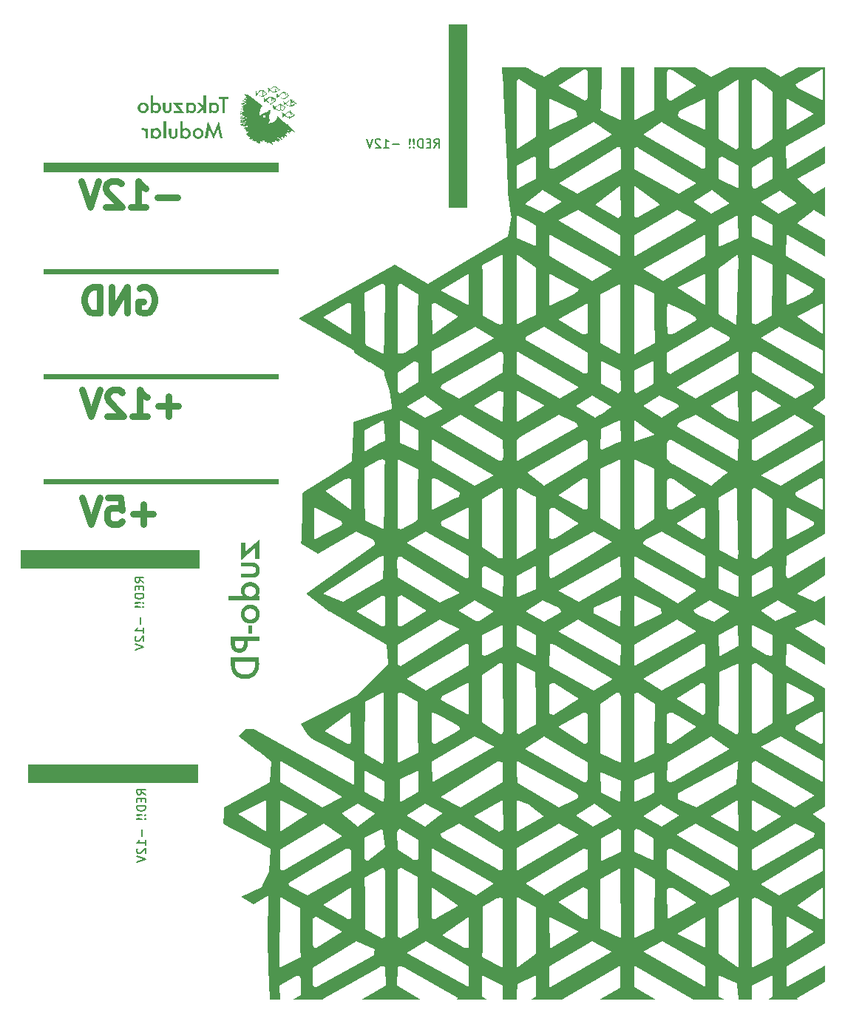
<source format=gbr>
%TF.GenerationSoftware,KiCad,Pcbnew,9.0.6*%
%TF.CreationDate,2026-01-11T21:04:53+09:00*%
%TF.ProjectId,zudo-pd,7a75646f-2d70-4642-9e6b-696361645f70,rev?*%
%TF.SameCoordinates,Original*%
%TF.FileFunction,Legend,Bot*%
%TF.FilePolarity,Positive*%
%FSLAX46Y46*%
G04 Gerber Fmt 4.6, Leading zero omitted, Abs format (unit mm)*
G04 Created by KiCad (PCBNEW 9.0.6) date 2026-01-11 21:04:53*
%MOMM*%
%LPD*%
G01*
G04 APERTURE LIST*
%ADD10C,0.000000*%
%ADD11C,0.100000*%
%ADD12C,0.750000*%
%ADD13C,0.200000*%
G04 APERTURE END LIST*
D10*
G36*
X18596202Y-1366394D02*
G01*
X18595624Y-1366291D01*
X18594645Y-1366161D01*
X18593907Y-1366095D01*
X18593279Y-1366067D01*
X18596850Y-1366067D01*
X18596202Y-1366394D01*
G37*
G36*
X17566778Y-787078D02*
G01*
X17572989Y-787323D01*
X17578887Y-787725D01*
X17584481Y-788279D01*
X17589782Y-788980D01*
X17594800Y-789822D01*
X17599545Y-790801D01*
X17604029Y-791910D01*
X17608262Y-793145D01*
X17612253Y-794500D01*
X17616014Y-795970D01*
X17619555Y-797551D01*
X17622887Y-799236D01*
X17626020Y-801021D01*
X17628964Y-802900D01*
X17631730Y-804868D01*
X17638322Y-809696D01*
X17645930Y-816017D01*
X17654397Y-823647D01*
X17663565Y-832403D01*
X17673278Y-842101D01*
X17683379Y-852558D01*
X17704114Y-875017D01*
X17724514Y-898315D01*
X17743322Y-920983D01*
X17751737Y-931624D01*
X17759282Y-941558D01*
X17765801Y-950602D01*
X17771136Y-958572D01*
X17771513Y-959252D01*
X17771971Y-959953D01*
X17772507Y-960674D01*
X17773120Y-961413D01*
X17774562Y-962947D01*
X17776276Y-964548D01*
X17778241Y-966212D01*
X17780437Y-967934D01*
X17782842Y-969708D01*
X17785435Y-971530D01*
X17788196Y-973393D01*
X17791104Y-975293D01*
X17797275Y-979181D01*
X17803782Y-983154D01*
X17810456Y-987168D01*
X17818024Y-991431D01*
X17825927Y-996139D01*
X17842404Y-1006660D01*
X17859215Y-1018271D01*
X17875692Y-1030509D01*
X17883595Y-1036720D01*
X17891163Y-1042915D01*
X17898312Y-1049037D01*
X17904958Y-1055028D01*
X17911018Y-1060831D01*
X17916408Y-1066387D01*
X17921044Y-1071640D01*
X17924842Y-1076531D01*
X17928401Y-1080550D01*
X17932368Y-1084553D01*
X17936733Y-1088524D01*
X17941486Y-1092449D01*
X17946615Y-1096310D01*
X17952112Y-1100093D01*
X17957964Y-1103782D01*
X17964162Y-1107361D01*
X17970695Y-1110814D01*
X17977552Y-1114126D01*
X17984724Y-1117281D01*
X17992199Y-1120263D01*
X17999968Y-1123056D01*
X18008019Y-1125646D01*
X18016343Y-1128015D01*
X18024928Y-1130149D01*
X18032010Y-1132160D01*
X18038521Y-1134177D01*
X18044477Y-1136204D01*
X18049894Y-1138247D01*
X18054787Y-1140311D01*
X18059173Y-1142401D01*
X18063066Y-1144523D01*
X18066482Y-1146681D01*
X18069438Y-1148881D01*
X18071949Y-1151128D01*
X18074031Y-1153428D01*
X18075698Y-1155785D01*
X18076968Y-1158205D01*
X18077856Y-1160693D01*
X18078377Y-1163254D01*
X18078547Y-1165894D01*
X18078516Y-1166909D01*
X18078424Y-1167942D01*
X18078273Y-1168990D01*
X18078065Y-1170048D01*
X18077486Y-1172185D01*
X18076704Y-1174328D01*
X18075732Y-1176449D01*
X18074588Y-1178523D01*
X18073287Y-1180525D01*
X18071844Y-1182426D01*
X18070276Y-1184202D01*
X18068598Y-1185826D01*
X18067722Y-1186573D01*
X18066825Y-1187272D01*
X18065909Y-1187920D01*
X18064974Y-1188514D01*
X18064024Y-1189050D01*
X18063061Y-1189525D01*
X18062085Y-1189937D01*
X18061100Y-1190280D01*
X18060107Y-1190553D01*
X18059108Y-1190752D01*
X18058105Y-1190874D01*
X18057100Y-1190916D01*
X18052185Y-1193429D01*
X18046543Y-1196382D01*
X18039226Y-1200299D01*
X18030569Y-1205053D01*
X18020906Y-1210520D01*
X18010573Y-1216573D01*
X18005260Y-1219780D01*
X17999905Y-1223086D01*
X17988414Y-1230089D01*
X17975666Y-1237552D01*
X17962080Y-1245267D01*
X17948075Y-1253023D01*
X17920484Y-1267824D01*
X17896244Y-1280279D01*
X17882253Y-1286869D01*
X17875729Y-1290144D01*
X17869435Y-1293460D01*
X17863309Y-1296860D01*
X17857287Y-1300385D01*
X17851308Y-1304079D01*
X17845307Y-1307981D01*
X17839222Y-1312135D01*
X17832991Y-1316582D01*
X17826551Y-1321365D01*
X17819838Y-1326524D01*
X17805344Y-1338141D01*
X17789007Y-1351769D01*
X17772509Y-1365557D01*
X17757562Y-1377628D01*
X17743704Y-1388275D01*
X17730474Y-1397791D01*
X17723951Y-1402216D01*
X17717412Y-1406469D01*
X17710800Y-1410585D01*
X17704057Y-1414602D01*
X17689948Y-1422485D01*
X17674624Y-1430409D01*
X17662274Y-1436224D01*
X17649547Y-1442752D01*
X17636736Y-1449698D01*
X17624135Y-1456771D01*
X17600732Y-1470119D01*
X17590518Y-1475809D01*
X17581685Y-1480452D01*
X17572971Y-1485017D01*
X17564246Y-1489325D01*
X17555500Y-1493372D01*
X17546722Y-1497152D01*
X17537903Y-1500659D01*
X17529031Y-1503889D01*
X17520096Y-1506836D01*
X17511088Y-1509495D01*
X17501997Y-1511861D01*
X17492811Y-1513928D01*
X17483520Y-1515692D01*
X17474114Y-1517146D01*
X17464582Y-1518287D01*
X17454914Y-1519108D01*
X17445100Y-1519605D01*
X17435128Y-1519771D01*
X17422638Y-1519743D01*
X17411615Y-1519548D01*
X17406482Y-1519335D01*
X17401513Y-1519017D01*
X17396637Y-1518574D01*
X17391787Y-1517984D01*
X17386896Y-1517227D01*
X17381895Y-1516281D01*
X17376715Y-1515125D01*
X17371290Y-1513740D01*
X17365550Y-1512102D01*
X17359428Y-1510193D01*
X17352855Y-1507990D01*
X17345764Y-1505474D01*
X17335453Y-1502318D01*
X17323591Y-1498324D01*
X17310641Y-1493661D01*
X17297062Y-1488494D01*
X17283316Y-1482993D01*
X17269863Y-1477324D01*
X17257164Y-1471655D01*
X17245680Y-1466154D01*
X17245679Y-1466153D01*
X17320748Y-1466153D01*
X17323876Y-1467382D01*
X17332366Y-1470622D01*
X17338203Y-1472786D01*
X17344877Y-1475202D01*
X17352222Y-1477785D01*
X17360068Y-1480452D01*
X17370121Y-1483593D01*
X17380168Y-1486316D01*
X17390205Y-1488620D01*
X17400226Y-1490505D01*
X17410226Y-1491971D01*
X17420200Y-1493018D01*
X17430143Y-1493647D01*
X17440049Y-1493856D01*
X17449913Y-1493647D01*
X17459730Y-1493018D01*
X17469495Y-1491971D01*
X17479202Y-1490505D01*
X17488846Y-1488620D01*
X17498423Y-1486316D01*
X17507925Y-1483593D01*
X17517350Y-1480452D01*
X17524017Y-1477938D01*
X17530475Y-1475760D01*
X17536513Y-1473917D01*
X17541924Y-1472409D01*
X17546496Y-1471236D01*
X17550021Y-1470398D01*
X17553093Y-1469728D01*
X17553093Y-1462579D01*
X17553083Y-1462244D01*
X17553052Y-1461910D01*
X17553002Y-1461577D01*
X17552932Y-1461246D01*
X17552845Y-1460917D01*
X17552740Y-1460592D01*
X17552617Y-1460271D01*
X17552479Y-1459954D01*
X17552324Y-1459642D01*
X17552155Y-1459337D01*
X17551971Y-1459038D01*
X17551774Y-1458746D01*
X17551563Y-1458462D01*
X17551340Y-1458187D01*
X17551105Y-1457920D01*
X17550859Y-1457664D01*
X17550603Y-1457418D01*
X17550337Y-1457183D01*
X17550061Y-1456960D01*
X17549777Y-1456749D01*
X17549485Y-1456552D01*
X17549186Y-1456368D01*
X17548881Y-1456198D01*
X17548570Y-1456044D01*
X17548253Y-1455905D01*
X17547932Y-1455783D01*
X17547607Y-1455678D01*
X17547278Y-1455590D01*
X17546947Y-1455521D01*
X17546614Y-1455471D01*
X17546280Y-1455440D01*
X17545945Y-1455430D01*
X17538794Y-1455430D01*
X17526249Y-1458404D01*
X17510813Y-1461797D01*
X17493618Y-1465358D01*
X17475795Y-1468835D01*
X17458474Y-1471976D01*
X17442786Y-1474531D01*
X17429863Y-1476249D01*
X17424791Y-1476715D01*
X17420835Y-1476877D01*
X17408324Y-1476766D01*
X17400979Y-1476500D01*
X17393132Y-1475984D01*
X17389072Y-1475605D01*
X17384950Y-1475132D01*
X17380785Y-1474554D01*
X17376600Y-1473861D01*
X17372415Y-1473043D01*
X17368250Y-1472088D01*
X17364128Y-1470987D01*
X17360068Y-1469728D01*
X17344877Y-1467159D01*
X17338203Y-1466084D01*
X17332366Y-1465260D01*
X17327535Y-1464771D01*
X17325548Y-1464679D01*
X17323876Y-1464701D01*
X17322539Y-1464850D01*
X17321558Y-1465134D01*
X17321208Y-1465331D01*
X17320954Y-1465565D01*
X17320800Y-1465839D01*
X17320748Y-1466153D01*
X17245679Y-1466153D01*
X17234998Y-1460967D01*
X17224567Y-1456156D01*
X17214639Y-1451765D01*
X17205465Y-1447835D01*
X17190384Y-1441523D01*
X17184981Y-1439226D01*
X17181337Y-1437558D01*
X17178021Y-1436050D01*
X17173574Y-1434207D01*
X17162124Y-1429515D01*
X17155541Y-1426667D01*
X17148664Y-1423483D01*
X17145181Y-1421766D01*
X17141704Y-1419964D01*
X17138257Y-1418079D01*
X17134869Y-1416110D01*
X17129624Y-1413423D01*
X17124578Y-1410693D01*
X17119679Y-1407879D01*
X17114875Y-1404940D01*
X17110112Y-1401833D01*
X17105338Y-1398517D01*
X17100502Y-1394950D01*
X17095551Y-1391089D01*
X17090432Y-1386893D01*
X17085093Y-1382320D01*
X17079481Y-1377328D01*
X17073545Y-1371876D01*
X17067232Y-1365921D01*
X17060490Y-1359421D01*
X17045507Y-1344620D01*
X17021491Y-1321253D01*
X16998144Y-1299771D01*
X16976139Y-1280719D01*
X16965848Y-1272274D01*
X16956144Y-1264640D01*
X16947110Y-1257887D01*
X16938830Y-1252081D01*
X16931388Y-1247290D01*
X16924867Y-1243584D01*
X16919352Y-1241030D01*
X16914926Y-1239695D01*
X16913148Y-1239507D01*
X16911673Y-1239649D01*
X16910513Y-1240130D01*
X16909677Y-1240959D01*
X16909615Y-1241356D01*
X16909431Y-1241875D01*
X16908714Y-1243263D01*
X16907556Y-1245090D01*
X16905991Y-1247326D01*
X16904048Y-1249939D01*
X16901760Y-1252897D01*
X16896272Y-1259725D01*
X16889779Y-1267559D01*
X16882532Y-1276146D01*
X16866781Y-1294577D01*
X16858765Y-1304071D01*
X16850918Y-1313566D01*
X16836397Y-1331215D01*
X16830058Y-1338700D01*
X16824557Y-1344843D01*
X16822173Y-1347308D01*
X16820061Y-1349311D01*
X16818243Y-1350812D01*
X16816739Y-1351769D01*
X16814851Y-1353705D01*
X16813996Y-1354629D01*
X16813199Y-1355532D01*
X16812456Y-1356422D01*
X16811766Y-1357306D01*
X16811128Y-1358192D01*
X16810538Y-1359086D01*
X16809996Y-1359995D01*
X16809499Y-1360928D01*
X16809045Y-1361890D01*
X16808632Y-1362890D01*
X16808259Y-1363935D01*
X16807923Y-1365031D01*
X16807622Y-1366186D01*
X16807354Y-1367408D01*
X16807118Y-1368702D01*
X16806912Y-1370077D01*
X16806733Y-1371540D01*
X16806579Y-1373097D01*
X16806449Y-1374757D01*
X16806341Y-1376526D01*
X16806181Y-1380421D01*
X16806085Y-1384839D01*
X16806035Y-1389839D01*
X16806014Y-1401812D01*
X16806000Y-1412752D01*
X16805902Y-1421640D01*
X16805637Y-1428768D01*
X16805415Y-1431764D01*
X16805120Y-1434430D01*
X16804742Y-1436803D01*
X16804269Y-1438919D01*
X16803691Y-1440815D01*
X16802998Y-1442528D01*
X16802180Y-1444095D01*
X16801225Y-1445551D01*
X16800124Y-1446935D01*
X16798866Y-1448281D01*
X16797861Y-1449255D01*
X16796856Y-1450166D01*
X16795853Y-1451014D01*
X16794852Y-1451800D01*
X16793853Y-1452522D01*
X16792858Y-1453182D01*
X16791867Y-1453779D01*
X16790880Y-1454313D01*
X16789898Y-1454784D01*
X16788923Y-1455193D01*
X16787954Y-1455538D01*
X16786992Y-1455821D01*
X16786038Y-1456041D01*
X16785092Y-1456198D01*
X16784156Y-1456292D01*
X16783229Y-1456324D01*
X16782313Y-1456292D01*
X16781408Y-1456198D01*
X16780514Y-1456041D01*
X16779634Y-1455821D01*
X16778766Y-1455538D01*
X16777912Y-1455193D01*
X16777072Y-1454784D01*
X16776248Y-1454313D01*
X16775439Y-1453779D01*
X16774646Y-1453182D01*
X16773871Y-1452522D01*
X16773113Y-1451800D01*
X16772373Y-1451014D01*
X16771652Y-1450166D01*
X16770951Y-1449255D01*
X16770271Y-1448281D01*
X16768221Y-1444136D01*
X16766109Y-1437236D01*
X16763955Y-1427845D01*
X16761780Y-1416222D01*
X16757452Y-1387333D01*
X16753290Y-1352663D01*
X16749464Y-1314307D01*
X16746141Y-1274359D01*
X16744135Y-1244533D01*
X16743488Y-1234913D01*
X16741673Y-1198065D01*
X16741673Y-1140872D01*
X16777421Y-1140872D01*
X16777421Y-1244533D01*
X16813165Y-1215937D01*
X16825676Y-1203314D01*
X16831010Y-1197715D01*
X16833373Y-1195130D01*
X16835506Y-1192703D01*
X16837387Y-1190442D01*
X16838996Y-1188360D01*
X16839705Y-1187341D01*
X16948999Y-1187341D01*
X16988319Y-1219512D01*
X16992543Y-1222437D01*
X16997143Y-1225823D01*
X17007308Y-1233810D01*
X17018478Y-1243137D01*
X17030319Y-1253470D01*
X17042495Y-1264473D01*
X17054670Y-1275811D01*
X17066511Y-1287149D01*
X17077681Y-1298151D01*
X17090618Y-1311492D01*
X17102765Y-1323445D01*
X17114336Y-1334131D01*
X17125546Y-1343671D01*
X17136609Y-1352184D01*
X17147740Y-1359791D01*
X17153398Y-1363292D01*
X17159154Y-1366613D01*
X17165034Y-1369767D01*
X17171065Y-1372769D01*
X17183689Y-1378382D01*
X17197239Y-1383570D01*
X17211931Y-1388454D01*
X17227979Y-1393155D01*
X17245598Y-1397794D01*
X17265002Y-1402489D01*
X17310026Y-1412536D01*
X17333282Y-1417255D01*
X17352641Y-1420802D01*
X17368901Y-1423343D01*
X17382857Y-1425047D01*
X17395305Y-1426080D01*
X17407040Y-1426611D01*
X17418860Y-1426806D01*
X17431559Y-1426834D01*
X17450577Y-1426645D01*
X17458358Y-1426386D01*
X17465070Y-1425996D01*
X17470778Y-1425459D01*
X17475542Y-1424760D01*
X17479427Y-1423883D01*
X17482495Y-1422812D01*
X17483743Y-1422200D01*
X17484809Y-1421532D01*
X17485703Y-1420809D01*
X17486432Y-1420027D01*
X17487004Y-1419185D01*
X17487427Y-1418281D01*
X17487708Y-1417312D01*
X17487856Y-1416278D01*
X17487783Y-1414003D01*
X17487270Y-1411440D01*
X17486380Y-1408573D01*
X17485176Y-1405387D01*
X17483211Y-1398607D01*
X17562820Y-1398607D01*
X17562945Y-1400359D01*
X17563269Y-1401442D01*
X17563514Y-1401718D01*
X17563818Y-1401812D01*
X17569179Y-1399298D01*
X17576636Y-1395591D01*
X17587946Y-1389748D01*
X17595203Y-1385907D01*
X17603612Y-1381391D01*
X17613236Y-1376152D01*
X17624138Y-1370144D01*
X17636380Y-1363318D01*
X17650025Y-1355629D01*
X17665137Y-1347029D01*
X17681777Y-1337470D01*
X17699936Y-1326628D01*
X17719142Y-1315744D01*
X17738766Y-1305111D01*
X17758182Y-1295023D01*
X17776759Y-1285772D01*
X17793871Y-1277653D01*
X17808889Y-1270958D01*
X17821184Y-1265980D01*
X17831865Y-1261819D01*
X17842295Y-1257490D01*
X17852223Y-1253162D01*
X17861397Y-1249001D01*
X17876477Y-1241852D01*
X17885524Y-1237384D01*
X17896241Y-1230961D01*
X17908926Y-1222862D01*
X17922533Y-1213758D01*
X17936014Y-1204319D01*
X17948322Y-1195216D01*
X17953710Y-1190999D01*
X17958411Y-1187117D01*
X17962295Y-1183654D01*
X17965232Y-1180694D01*
X17967090Y-1178320D01*
X17967573Y-1177380D01*
X17967738Y-1176617D01*
X17967675Y-1175601D01*
X17967483Y-1174561D01*
X17967161Y-1173495D01*
X17966705Y-1172400D01*
X17966113Y-1171274D01*
X17965382Y-1170114D01*
X17964510Y-1168917D01*
X17963494Y-1167681D01*
X17962331Y-1166403D01*
X17961019Y-1165080D01*
X17959555Y-1163710D01*
X17957937Y-1162291D01*
X17956161Y-1160819D01*
X17954226Y-1159292D01*
X17949867Y-1156063D01*
X17944836Y-1152583D01*
X17939115Y-1148831D01*
X17932682Y-1144785D01*
X17925515Y-1140425D01*
X17917595Y-1135730D01*
X17908899Y-1130679D01*
X17899407Y-1125251D01*
X17889098Y-1119424D01*
X17863323Y-1105573D01*
X17852059Y-1099192D01*
X17841737Y-1093063D01*
X17832253Y-1087100D01*
X17823502Y-1081222D01*
X17815379Y-1075344D01*
X17807780Y-1069381D01*
X17800600Y-1063252D01*
X17793733Y-1056871D01*
X17787076Y-1050154D01*
X17780524Y-1043019D01*
X17773972Y-1035382D01*
X17767315Y-1027157D01*
X17760449Y-1018263D01*
X17753269Y-1008614D01*
X17741337Y-992012D01*
X17736248Y-985130D01*
X17731542Y-979013D01*
X17727066Y-973524D01*
X17722668Y-968526D01*
X17718198Y-963886D01*
X17713502Y-959464D01*
X17708429Y-955127D01*
X17702827Y-950738D01*
X17696545Y-946159D01*
X17689430Y-941257D01*
X17681331Y-935893D01*
X17672095Y-929933D01*
X17649608Y-915677D01*
X17599561Y-883507D01*
X17599561Y-951422D01*
X17596880Y-978399D01*
X17594200Y-1003700D01*
X17592860Y-1014779D01*
X17591519Y-1024309D01*
X17590179Y-1031912D01*
X17589509Y-1034873D01*
X17588839Y-1037211D01*
X17588168Y-1039755D01*
X17587498Y-1043320D01*
X17586157Y-1053240D01*
X17584817Y-1066428D01*
X17583476Y-1082339D01*
X17580796Y-1120151D01*
X17578114Y-1162319D01*
X17577800Y-1184499D01*
X17576942Y-1207727D01*
X17575664Y-1231373D01*
X17574094Y-1254810D01*
X17570576Y-1298542D01*
X17567392Y-1333896D01*
X17567312Y-1340549D01*
X17567092Y-1347077D01*
X17566331Y-1359588D01*
X17565319Y-1371093D01*
X17564264Y-1381258D01*
X17563378Y-1389748D01*
X17562868Y-1396226D01*
X17562820Y-1398607D01*
X17483211Y-1398607D01*
X17482013Y-1394474D01*
X17479240Y-1383467D01*
X17476858Y-1372375D01*
X17474869Y-1361210D01*
X17473276Y-1349982D01*
X17472078Y-1338701D01*
X17471279Y-1327378D01*
X17470879Y-1316024D01*
X17470900Y-1315678D01*
X17470961Y-1315314D01*
X17471062Y-1314933D01*
X17471200Y-1314536D01*
X17471376Y-1314127D01*
X17471586Y-1313707D01*
X17471831Y-1313277D01*
X17472108Y-1312840D01*
X17472417Y-1312398D01*
X17472755Y-1311952D01*
X17473518Y-1311060D01*
X17474385Y-1310177D01*
X17475347Y-1309321D01*
X17475860Y-1308908D01*
X17476392Y-1308507D01*
X17476943Y-1308121D01*
X17477511Y-1307751D01*
X17478094Y-1307399D01*
X17478692Y-1307067D01*
X17479303Y-1306758D01*
X17479926Y-1306473D01*
X17480559Y-1306214D01*
X17481202Y-1305983D01*
X17481852Y-1305783D01*
X17482509Y-1305614D01*
X17483171Y-1305480D01*
X17483837Y-1305381D01*
X17484506Y-1305321D01*
X17485176Y-1305300D01*
X17486516Y-1305017D01*
X17487853Y-1304838D01*
X17489185Y-1304760D01*
X17490510Y-1304783D01*
X17491824Y-1304906D01*
X17493124Y-1305127D01*
X17494409Y-1305445D01*
X17495676Y-1305859D01*
X17496922Y-1306366D01*
X17498144Y-1306967D01*
X17499340Y-1307659D01*
X17500508Y-1308442D01*
X17501644Y-1309313D01*
X17502745Y-1310273D01*
X17503810Y-1311318D01*
X17504836Y-1312449D01*
X17505820Y-1313664D01*
X17506760Y-1314961D01*
X17507652Y-1316339D01*
X17508495Y-1317797D01*
X17509285Y-1319334D01*
X17510020Y-1320947D01*
X17510698Y-1322637D01*
X17511316Y-1324401D01*
X17511870Y-1326239D01*
X17512359Y-1328149D01*
X17512780Y-1330129D01*
X17513131Y-1332179D01*
X17513408Y-1334297D01*
X17513609Y-1336481D01*
X17513732Y-1338731D01*
X17513773Y-1341046D01*
X17514220Y-1323620D01*
X17514646Y-1310362D01*
X17515282Y-1294298D01*
X17516169Y-1275804D01*
X17517350Y-1255257D01*
X17517531Y-1222814D01*
X17518132Y-1196780D01*
X17519235Y-1175522D01*
X17520924Y-1157405D01*
X17523284Y-1140796D01*
X17526398Y-1124061D01*
X17535223Y-1083680D01*
X17542295Y-1053443D01*
X17547566Y-1028778D01*
X17549591Y-1018076D01*
X17551245Y-1008217D01*
X17552553Y-999018D01*
X17553542Y-990296D01*
X17554238Y-981867D01*
X17554666Y-973547D01*
X17554854Y-965155D01*
X17554827Y-956505D01*
X17554233Y-937704D01*
X17553096Y-915678D01*
X17553096Y-862060D01*
X17520926Y-851336D01*
X17510258Y-848711D01*
X17505029Y-847504D01*
X17499925Y-846422D01*
X17494989Y-845507D01*
X17490263Y-844802D01*
X17487991Y-844541D01*
X17485788Y-844348D01*
X17483658Y-844228D01*
X17481607Y-844187D01*
X17470879Y-844187D01*
X17451059Y-846302D01*
X17427594Y-849716D01*
X17402202Y-854052D01*
X17376601Y-858932D01*
X17352508Y-863980D01*
X17331640Y-868818D01*
X17315716Y-873069D01*
X17310144Y-874858D01*
X17306452Y-876358D01*
X17303306Y-878161D01*
X17299212Y-880896D01*
X17294144Y-884573D01*
X17288076Y-889204D01*
X17272835Y-901365D01*
X17253280Y-917465D01*
X17127726Y-1022913D01*
X17083936Y-1059999D01*
X17072779Y-1069584D01*
X17062377Y-1078709D01*
X17053147Y-1087080D01*
X17045509Y-1094403D01*
X17031100Y-1106314D01*
X17015349Y-1119984D01*
X16999264Y-1134491D01*
X16983850Y-1148915D01*
X16970111Y-1162333D01*
X16959052Y-1173825D01*
X16954843Y-1178560D01*
X16951680Y-1182468D01*
X16949691Y-1185433D01*
X16949175Y-1186527D01*
X16948999Y-1187341D01*
X16839705Y-1187341D01*
X16840312Y-1186466D01*
X16841314Y-1184772D01*
X16841981Y-1183286D01*
X16842182Y-1182626D01*
X16842292Y-1182021D01*
X16842307Y-1181474D01*
X16842226Y-1180986D01*
X16842045Y-1180558D01*
X16841762Y-1180192D01*
X16838746Y-1178349D01*
X16835353Y-1176233D01*
X16831039Y-1173490D01*
X16826054Y-1170243D01*
X16820651Y-1166620D01*
X16815080Y-1162745D01*
X16812310Y-1160753D01*
X16809593Y-1158745D01*
X16803079Y-1156078D01*
X16797025Y-1153494D01*
X16786805Y-1148914D01*
X16777424Y-1144446D01*
X16777421Y-1140872D01*
X16741673Y-1140872D01*
X16741673Y-1123000D01*
X16716652Y-1097978D01*
X16708279Y-1088483D01*
X16700602Y-1078821D01*
X16693648Y-1069075D01*
X16687442Y-1059329D01*
X16682011Y-1049666D01*
X16677382Y-1040171D01*
X16673579Y-1030928D01*
X16670631Y-1022020D01*
X16668561Y-1013530D01*
X16667398Y-1005543D01*
X16667164Y-1001765D01*
X16667167Y-998143D01*
X16667409Y-994689D01*
X16667893Y-991413D01*
X16668624Y-988325D01*
X16669605Y-985437D01*
X16670838Y-982758D01*
X16672326Y-980298D01*
X16674074Y-978069D01*
X16676085Y-976081D01*
X16678361Y-974345D01*
X16680906Y-972870D01*
X16682247Y-972231D01*
X16683588Y-971655D01*
X16684931Y-971142D01*
X16686275Y-970692D01*
X16687622Y-970304D01*
X16688973Y-969980D01*
X16690327Y-969718D01*
X16691686Y-969519D01*
X16693050Y-969383D01*
X16694420Y-969309D01*
X16695797Y-969299D01*
X16697181Y-969351D01*
X16698572Y-969466D01*
X16699973Y-969644D01*
X16701382Y-969885D01*
X16702801Y-970189D01*
X16704230Y-970555D01*
X16705671Y-970985D01*
X16708589Y-972032D01*
X16711558Y-973331D01*
X16714585Y-974881D01*
X16717675Y-976682D01*
X16720833Y-978734D01*
X16724065Y-981038D01*
X16727374Y-983593D01*
X16730558Y-986863D01*
X16733406Y-989981D01*
X16735920Y-992963D01*
X16738098Y-995825D01*
X16739941Y-998582D01*
X16740737Y-999926D01*
X16741449Y-1001250D01*
X16742077Y-1002555D01*
X16742622Y-1003844D01*
X16743083Y-1005119D01*
X16743460Y-1006381D01*
X16743753Y-1007633D01*
X16743962Y-1008876D01*
X16744088Y-1010113D01*
X16744130Y-1011345D01*
X16744088Y-1012574D01*
X16743963Y-1013803D01*
X16743753Y-1015033D01*
X16743460Y-1016267D01*
X16743083Y-1017505D01*
X16742622Y-1018751D01*
X16742078Y-1020006D01*
X16741450Y-1021272D01*
X16740738Y-1022552D01*
X16739942Y-1023846D01*
X16739062Y-1025157D01*
X16738099Y-1026488D01*
X16736842Y-1027789D01*
X16735753Y-1029022D01*
X16735272Y-1029618D01*
X16734832Y-1030203D01*
X16734434Y-1030778D01*
X16734078Y-1031347D01*
X16733764Y-1031910D01*
X16733492Y-1032470D01*
X16733261Y-1033029D01*
X16733073Y-1033588D01*
X16732926Y-1034150D01*
X16732822Y-1034716D01*
X16732759Y-1035289D01*
X16732738Y-1035871D01*
X16732759Y-1036463D01*
X16732822Y-1037067D01*
X16732926Y-1037686D01*
X16733073Y-1038321D01*
X16733261Y-1038975D01*
X16733492Y-1039649D01*
X16733764Y-1040345D01*
X16734078Y-1041065D01*
X16734434Y-1041811D01*
X16734832Y-1042586D01*
X16735753Y-1044228D01*
X16736842Y-1046005D01*
X16738099Y-1047935D01*
X16740027Y-1051035D01*
X16740932Y-1052396D01*
X16741799Y-1053632D01*
X16742629Y-1054742D01*
X16743423Y-1055726D01*
X16744184Y-1056585D01*
X16744912Y-1057318D01*
X16745609Y-1057925D01*
X16746275Y-1058407D01*
X16746913Y-1058763D01*
X16747523Y-1058994D01*
X16748107Y-1059098D01*
X16748666Y-1059077D01*
X16749202Y-1058931D01*
X16749715Y-1058658D01*
X16750207Y-1058261D01*
X16750680Y-1057737D01*
X16751135Y-1057088D01*
X16751572Y-1056313D01*
X16751994Y-1055412D01*
X16752401Y-1054386D01*
X16752796Y-1053234D01*
X16753178Y-1051956D01*
X16753550Y-1050553D01*
X16753913Y-1049024D01*
X16754617Y-1045589D01*
X16755300Y-1041652D01*
X16755972Y-1037211D01*
X16757131Y-1022432D01*
X16757871Y-1010123D01*
X16758057Y-1004830D01*
X16758108Y-1000077D01*
X16758012Y-995837D01*
X16757759Y-992083D01*
X16757338Y-988790D01*
X16756740Y-985932D01*
X16755953Y-983483D01*
X16754967Y-981415D01*
X16753771Y-979704D01*
X16752356Y-978323D01*
X16750710Y-977245D01*
X16748824Y-976445D01*
X16747535Y-976069D01*
X16746350Y-975614D01*
X16745268Y-975086D01*
X16744286Y-974490D01*
X16743403Y-973831D01*
X16742619Y-973114D01*
X16741931Y-972346D01*
X16741339Y-971530D01*
X16740842Y-970672D01*
X16740437Y-969777D01*
X16740124Y-968851D01*
X16739901Y-967899D01*
X16739768Y-966926D01*
X16739722Y-965937D01*
X16739762Y-964938D01*
X16739888Y-963934D01*
X16740097Y-962929D01*
X16740389Y-961930D01*
X16740761Y-960941D01*
X16741214Y-959968D01*
X16741745Y-959016D01*
X16742354Y-958090D01*
X16743038Y-957196D01*
X16743797Y-956338D01*
X16744630Y-955522D01*
X16745534Y-954753D01*
X16746509Y-954037D01*
X16747553Y-953378D01*
X16748666Y-952782D01*
X16749845Y-952254D01*
X16751089Y-951799D01*
X16752398Y-951423D01*
X16759945Y-951465D01*
X16763354Y-951564D01*
X16766528Y-951758D01*
X16769472Y-952078D01*
X16772191Y-952554D01*
X16774689Y-953219D01*
X16775858Y-953632D01*
X16776973Y-954104D01*
X16778036Y-954639D01*
X16779047Y-955240D01*
X16780008Y-955912D01*
X16780918Y-956659D01*
X16781778Y-957485D01*
X16782589Y-958392D01*
X16783352Y-959387D01*
X16784066Y-960471D01*
X16784734Y-961650D01*
X16785355Y-962927D01*
X16785931Y-964306D01*
X16786461Y-965791D01*
X16786947Y-967386D01*
X16787389Y-969095D01*
X16787787Y-970922D01*
X16788144Y-972870D01*
X16791718Y-1005041D01*
X16791801Y-1007114D01*
X16792049Y-1009307D01*
X16792460Y-1011615D01*
X16793030Y-1014033D01*
X16794639Y-1019179D01*
X16796856Y-1024701D01*
X16799659Y-1030558D01*
X16803028Y-1036709D01*
X16806941Y-1043111D01*
X16811378Y-1049723D01*
X16816318Y-1056502D01*
X16821739Y-1063406D01*
X16827621Y-1070395D01*
X16833943Y-1077425D01*
X16840683Y-1084455D01*
X16847822Y-1091444D01*
X16855338Y-1098349D01*
X16863209Y-1105128D01*
X16898952Y-1137298D01*
X16913251Y-1123000D01*
X16919283Y-1117694D01*
X16926069Y-1111879D01*
X16934698Y-1104681D01*
X16944668Y-1096645D01*
X16949998Y-1092483D01*
X16955475Y-1088316D01*
X16961036Y-1084212D01*
X16966617Y-1080239D01*
X16972157Y-1076464D01*
X16977592Y-1072957D01*
X16999221Y-1057207D01*
X17016577Y-1044137D01*
X17023993Y-1038294D01*
X17030750Y-1032743D01*
X17036982Y-1027361D01*
X17042827Y-1022020D01*
X17048421Y-1016595D01*
X17053900Y-1010961D01*
X17059399Y-1004992D01*
X17065056Y-998562D01*
X17077385Y-983817D01*
X17091977Y-965721D01*
X17106876Y-948533D01*
X17113609Y-941012D01*
X17120016Y-934109D01*
X17126214Y-927750D01*
X17132317Y-921863D01*
X17138442Y-916374D01*
X17144702Y-911210D01*
X17151214Y-906296D01*
X17158093Y-901561D01*
X17165453Y-896931D01*
X17173410Y-892332D01*
X17182079Y-887691D01*
X17191575Y-882935D01*
X17202014Y-877990D01*
X17213511Y-872783D01*
X17225343Y-866996D01*
X17236794Y-861669D01*
X17247983Y-856761D01*
X17259030Y-852230D01*
X17270056Y-848034D01*
X17281182Y-844131D01*
X17292528Y-840480D01*
X17304214Y-837038D01*
X17316360Y-833764D01*
X17329088Y-830615D01*
X17342518Y-827550D01*
X17356770Y-824527D01*
X17388221Y-818440D01*
X17424406Y-812017D01*
X17447710Y-808323D01*
X17469422Y-805259D01*
X17489627Y-802780D01*
X17508407Y-800846D01*
X17525846Y-799415D01*
X17542029Y-798445D01*
X17557039Y-797893D01*
X17570961Y-797718D01*
X17560241Y-786995D01*
X17566778Y-787078D01*
G37*
G36*
X17711326Y-1033685D02*
G01*
X17712467Y-1033801D01*
X17714000Y-1034027D01*
X17715889Y-1034400D01*
X17718098Y-1034956D01*
X17720590Y-1035732D01*
X17721930Y-1036214D01*
X17723327Y-1036764D01*
X17724777Y-1037388D01*
X17726274Y-1038090D01*
X17727815Y-1038874D01*
X17729394Y-1039745D01*
X17731007Y-1040708D01*
X17732650Y-1041767D01*
X17734318Y-1042927D01*
X17736006Y-1044192D01*
X17737709Y-1045568D01*
X17739424Y-1047057D01*
X17741145Y-1048666D01*
X17742868Y-1050399D01*
X17744589Y-1052260D01*
X17746303Y-1054254D01*
X17748004Y-1056385D01*
X17749689Y-1058658D01*
X17753465Y-1062518D01*
X17756769Y-1066079D01*
X17759633Y-1069379D01*
X17762089Y-1072453D01*
X17764167Y-1075339D01*
X17765900Y-1078074D01*
X17767319Y-1080693D01*
X17768456Y-1083233D01*
X17769340Y-1085731D01*
X17770005Y-1088225D01*
X17770482Y-1090749D01*
X17770801Y-1093342D01*
X17770995Y-1096040D01*
X17771095Y-1098878D01*
X17771136Y-1105127D01*
X17771012Y-1110363D01*
X17770641Y-1115348D01*
X17770029Y-1120081D01*
X17769182Y-1124563D01*
X17768104Y-1128794D01*
X17766801Y-1132774D01*
X17765278Y-1136502D01*
X17763541Y-1139978D01*
X17761594Y-1143204D01*
X17759443Y-1146178D01*
X17757092Y-1148901D01*
X17754548Y-1151372D01*
X17751816Y-1153592D01*
X17748900Y-1155561D01*
X17745806Y-1157278D01*
X17742539Y-1158745D01*
X17741859Y-1158776D01*
X17741160Y-1158867D01*
X17740444Y-1159016D01*
X17739712Y-1159219D01*
X17738968Y-1159475D01*
X17738212Y-1159781D01*
X17737448Y-1160134D01*
X17736676Y-1160532D01*
X17735118Y-1161450D01*
X17733555Y-1162515D01*
X17732003Y-1163705D01*
X17730476Y-1165000D01*
X17728992Y-1166379D01*
X17727565Y-1167820D01*
X17726211Y-1169304D01*
X17724947Y-1170809D01*
X17723787Y-1172313D01*
X17722748Y-1173797D01*
X17721845Y-1175238D01*
X17721094Y-1176617D01*
X17719734Y-1178534D01*
X17718339Y-1180267D01*
X17716917Y-1181819D01*
X17715474Y-1183194D01*
X17714018Y-1184396D01*
X17712557Y-1185430D01*
X17711096Y-1186298D01*
X17709644Y-1187006D01*
X17708208Y-1187556D01*
X17706795Y-1187953D01*
X17705412Y-1188201D01*
X17704066Y-1188304D01*
X17702765Y-1188266D01*
X17701515Y-1188090D01*
X17700325Y-1187780D01*
X17699200Y-1187341D01*
X17698149Y-1186776D01*
X17697178Y-1186089D01*
X17696295Y-1185285D01*
X17695507Y-1184367D01*
X17694821Y-1183338D01*
X17694244Y-1182204D01*
X17693784Y-1180968D01*
X17693448Y-1179633D01*
X17693242Y-1178204D01*
X17693175Y-1176685D01*
X17693253Y-1175080D01*
X17693483Y-1173392D01*
X17693873Y-1171625D01*
X17694430Y-1169784D01*
X17695161Y-1167872D01*
X17696073Y-1165894D01*
X17697239Y-1162347D01*
X17697683Y-1160898D01*
X17698028Y-1159638D01*
X17698268Y-1158546D01*
X17698347Y-1158056D01*
X17698398Y-1157600D01*
X17698420Y-1157175D01*
X17698413Y-1156779D01*
X17698375Y-1156410D01*
X17698307Y-1156064D01*
X17698207Y-1155739D01*
X17698076Y-1155432D01*
X17697911Y-1155141D01*
X17697713Y-1154863D01*
X17697481Y-1154596D01*
X17697215Y-1154336D01*
X17696913Y-1154081D01*
X17696575Y-1153830D01*
X17695788Y-1153324D01*
X17694850Y-1152796D01*
X17692497Y-1151596D01*
X17692151Y-1151575D01*
X17691787Y-1151513D01*
X17691403Y-1151413D01*
X17691003Y-1151274D01*
X17690587Y-1151099D01*
X17690157Y-1150889D01*
X17689713Y-1150644D01*
X17689258Y-1150367D01*
X17688317Y-1149719D01*
X17687345Y-1148957D01*
X17686352Y-1148089D01*
X17685348Y-1147127D01*
X17684345Y-1146082D01*
X17683352Y-1144963D01*
X17682379Y-1143782D01*
X17681438Y-1142548D01*
X17680539Y-1141272D01*
X17679693Y-1139964D01*
X17678909Y-1138636D01*
X17678198Y-1137298D01*
X17677245Y-1135824D01*
X17676393Y-1134095D01*
X17675642Y-1132128D01*
X17674987Y-1129939D01*
X17673957Y-1124967D01*
X17673284Y-1119313D01*
X17672945Y-1113115D01*
X17672921Y-1106509D01*
X17673189Y-1099631D01*
X17673730Y-1092616D01*
X17674523Y-1085601D01*
X17675545Y-1078723D01*
X17676777Y-1072117D01*
X17678198Y-1065919D01*
X17679786Y-1060266D01*
X17681521Y-1055293D01*
X17683381Y-1051137D01*
X17684352Y-1049408D01*
X17685346Y-1047935D01*
X17686611Y-1046706D01*
X17687929Y-1045546D01*
X17689298Y-1044456D01*
X17690714Y-1043437D01*
X17692175Y-1042490D01*
X17693678Y-1041617D01*
X17695219Y-1040820D01*
X17696797Y-1040098D01*
X17698407Y-1039453D01*
X17700048Y-1038887D01*
X17701716Y-1038401D01*
X17703409Y-1037996D01*
X17705123Y-1037673D01*
X17706856Y-1037434D01*
X17708605Y-1037280D01*
X17710367Y-1037211D01*
X17710370Y-1033636D01*
X17711326Y-1033685D01*
G37*
G36*
X15873068Y-1198064D02*
G01*
X15893650Y-1198239D01*
X15915069Y-1198791D01*
X15937159Y-1199761D01*
X15959751Y-1201192D01*
X15982678Y-1203126D01*
X16005772Y-1205605D01*
X16028867Y-1208669D01*
X16051794Y-1212363D01*
X16063760Y-1214708D01*
X16073129Y-1216384D01*
X16076970Y-1216970D01*
X16080320Y-1217389D01*
X16083229Y-1217641D01*
X16085751Y-1217724D01*
X16087938Y-1217641D01*
X16089843Y-1217389D01*
X16091517Y-1216970D01*
X16093012Y-1216384D01*
X16094383Y-1215630D01*
X16095679Y-1214708D01*
X16096955Y-1213619D01*
X16098262Y-1212363D01*
X16098303Y-1212027D01*
X16098425Y-1211692D01*
X16098622Y-1211357D01*
X16098891Y-1211022D01*
X16099228Y-1210687D01*
X16099629Y-1210352D01*
X16100090Y-1210017D01*
X16100608Y-1209682D01*
X16101796Y-1209011D01*
X16103163Y-1208341D01*
X16104676Y-1207671D01*
X16106304Y-1207001D01*
X16109780Y-1205660D01*
X16113340Y-1204320D01*
X16116733Y-1202979D01*
X16118288Y-1202309D01*
X16119707Y-1201639D01*
X16123642Y-1201684D01*
X16127400Y-1201828D01*
X16130969Y-1202087D01*
X16134340Y-1202477D01*
X16137501Y-1203014D01*
X16140442Y-1203713D01*
X16143152Y-1204590D01*
X16145622Y-1205660D01*
X16146763Y-1206273D01*
X16147841Y-1206941D01*
X16148852Y-1207664D01*
X16149797Y-1208446D01*
X16150674Y-1209288D01*
X16151481Y-1210192D01*
X16152218Y-1211161D01*
X16152883Y-1212195D01*
X16153475Y-1213298D01*
X16153991Y-1214470D01*
X16154432Y-1215715D01*
X16154796Y-1217033D01*
X16155081Y-1218428D01*
X16155287Y-1219900D01*
X16155411Y-1221452D01*
X16155452Y-1223086D01*
X16155497Y-1225017D01*
X16155555Y-1225926D01*
X16155641Y-1226801D01*
X16155755Y-1227644D01*
X16155900Y-1228459D01*
X16156078Y-1229247D01*
X16156290Y-1230012D01*
X16156539Y-1230756D01*
X16156827Y-1231482D01*
X16157155Y-1232191D01*
X16157526Y-1232888D01*
X16157941Y-1233575D01*
X16158403Y-1234253D01*
X16158913Y-1234926D01*
X16159474Y-1235597D01*
X16160086Y-1236268D01*
X16160754Y-1236941D01*
X16161477Y-1237619D01*
X16162259Y-1238306D01*
X16163101Y-1239003D01*
X16164005Y-1239713D01*
X16166008Y-1241182D01*
X16168283Y-1242736D01*
X16170846Y-1244394D01*
X16173713Y-1246177D01*
X16176899Y-1248108D01*
X16182526Y-1251599D01*
X16191085Y-1256597D01*
X16215325Y-1270449D01*
X16246267Y-1288321D01*
X16263204Y-1298347D01*
X16280560Y-1308875D01*
X16304848Y-1323717D01*
X16324738Y-1336466D01*
X16341193Y-1347706D01*
X16355177Y-1358024D01*
X16367653Y-1368008D01*
X16379585Y-1378243D01*
X16405668Y-1401812D01*
X16436051Y-1432677D01*
X16465094Y-1463082D01*
X16492126Y-1492230D01*
X16516478Y-1519325D01*
X16537478Y-1543572D01*
X16554457Y-1564174D01*
X16566744Y-1580336D01*
X16570919Y-1586503D01*
X16573669Y-1591262D01*
X16575555Y-1595482D01*
X16577195Y-1600059D01*
X16578594Y-1604928D01*
X16579758Y-1610028D01*
X16580691Y-1615296D01*
X16581398Y-1620668D01*
X16581886Y-1626082D01*
X16582160Y-1631475D01*
X16582223Y-1636785D01*
X16582083Y-1641947D01*
X16581744Y-1646901D01*
X16581211Y-1651582D01*
X16580489Y-1655928D01*
X16579584Y-1659876D01*
X16578501Y-1663363D01*
X16577246Y-1666327D01*
X16577183Y-1667018D01*
X16576997Y-1667749D01*
X16576689Y-1668520D01*
X16576261Y-1669329D01*
X16575716Y-1670174D01*
X16575054Y-1671055D01*
X16574279Y-1671970D01*
X16573392Y-1672917D01*
X16572395Y-1673896D01*
X16571290Y-1674905D01*
X16570078Y-1675943D01*
X16568763Y-1677009D01*
X16565828Y-1679217D01*
X16562501Y-1681519D01*
X16558796Y-1683905D01*
X16554730Y-1686364D01*
X16550319Y-1688886D01*
X16545577Y-1691460D01*
X16540522Y-1694077D01*
X16535168Y-1696724D01*
X16529531Y-1699393D01*
X16523627Y-1702072D01*
X16510704Y-1708781D01*
X16498661Y-1715532D01*
X16487372Y-1722367D01*
X16476711Y-1729328D01*
X16466553Y-1736456D01*
X16456773Y-1743794D01*
X16447243Y-1751382D01*
X16437839Y-1759264D01*
X16414479Y-1779588D01*
X16392376Y-1797858D01*
X16381665Y-1806315D01*
X16371111Y-1814369D01*
X16360661Y-1822057D01*
X16350264Y-1829414D01*
X16339867Y-1836479D01*
X16329418Y-1843287D01*
X16318864Y-1849875D01*
X16308153Y-1856279D01*
X16297232Y-1862537D01*
X16286049Y-1868685D01*
X16262690Y-1880798D01*
X16234092Y-1895096D01*
X16234762Y-1896995D01*
X16235600Y-1899243D01*
X16236773Y-1902245D01*
X16238280Y-1905918D01*
X16239160Y-1907979D01*
X16240123Y-1910176D01*
X16241170Y-1912499D01*
X16242301Y-1914938D01*
X16243516Y-1917481D01*
X16244814Y-1920118D01*
X16247329Y-1924686D01*
X16249520Y-1929019D01*
X16251396Y-1933132D01*
X16252969Y-1937041D01*
X16254248Y-1940761D01*
X16255245Y-1944309D01*
X16255969Y-1947699D01*
X16256432Y-1950948D01*
X16256643Y-1954071D01*
X16256613Y-1957085D01*
X16256353Y-1960004D01*
X16255873Y-1962844D01*
X16255183Y-1965622D01*
X16254295Y-1968353D01*
X16253218Y-1971052D01*
X16251962Y-1973735D01*
X16250658Y-1974993D01*
X16250026Y-1975561D01*
X16249400Y-1976088D01*
X16248778Y-1976577D01*
X16248154Y-1977026D01*
X16247523Y-1977438D01*
X16246880Y-1977813D01*
X16246223Y-1978151D01*
X16245544Y-1978453D01*
X16244841Y-1978719D01*
X16244109Y-1978951D01*
X16243343Y-1979149D01*
X16242537Y-1979313D01*
X16241689Y-1979445D01*
X16240793Y-1979544D01*
X16239845Y-1979612D01*
X16238839Y-1979650D01*
X16237772Y-1979657D01*
X16236639Y-1979635D01*
X16235436Y-1979584D01*
X16234157Y-1979505D01*
X16231355Y-1979265D01*
X16228196Y-1978920D01*
X16224646Y-1978476D01*
X16220665Y-1977938D01*
X16216219Y-1977310D01*
X16208895Y-1977150D01*
X16200523Y-1976696D01*
X16191398Y-1975991D01*
X16181813Y-1975076D01*
X16172060Y-1973994D01*
X16162432Y-1972786D01*
X16153224Y-1971494D01*
X16144728Y-1970161D01*
X16129349Y-1970217D01*
X16123044Y-1970350D01*
X16117530Y-1970608D01*
X16112707Y-1971034D01*
X16108475Y-1971669D01*
X16104736Y-1972556D01*
X16103020Y-1973106D01*
X16101389Y-1973736D01*
X16099832Y-1974448D01*
X16098336Y-1975250D01*
X16096888Y-1976147D01*
X16095476Y-1977142D01*
X16092710Y-1979453D01*
X16089939Y-1982225D01*
X16087064Y-1985499D01*
X16083984Y-1989318D01*
X16076813Y-1998757D01*
X16076467Y-1999417D01*
X16076101Y-2000056D01*
X16075716Y-2000673D01*
X16075311Y-2001270D01*
X16074888Y-2001846D01*
X16074448Y-2002401D01*
X16073990Y-2002935D01*
X16073516Y-2003449D01*
X16073027Y-2003941D01*
X16072522Y-2004412D01*
X16072003Y-2004862D01*
X16071471Y-2005292D01*
X16070925Y-2005700D01*
X16070366Y-2006088D01*
X16069796Y-2006454D01*
X16069215Y-2006800D01*
X16068624Y-2007124D01*
X16068022Y-2007428D01*
X16067412Y-2007711D01*
X16066793Y-2007973D01*
X16066166Y-2008213D01*
X16065531Y-2008433D01*
X16064891Y-2008632D01*
X16064244Y-2008810D01*
X16062936Y-2009104D01*
X16061612Y-2009313D01*
X16060277Y-2009439D01*
X16058937Y-2009481D01*
X16057932Y-2009439D01*
X16056929Y-2009317D01*
X16055931Y-2009118D01*
X16054937Y-2008845D01*
X16053952Y-2008501D01*
X16052977Y-2008090D01*
X16052013Y-2007615D01*
X16051063Y-2007079D01*
X16050129Y-2006485D01*
X16049212Y-2005837D01*
X16048316Y-2005138D01*
X16047440Y-2004391D01*
X16046589Y-2003600D01*
X16045762Y-2002767D01*
X16044964Y-2001896D01*
X16044194Y-2000991D01*
X16043456Y-2000054D01*
X16042752Y-1999089D01*
X16042083Y-1998100D01*
X16041451Y-1997088D01*
X16040858Y-1996059D01*
X16040307Y-1995014D01*
X16039799Y-1993957D01*
X16039336Y-1992892D01*
X16038920Y-1991822D01*
X16038553Y-1990750D01*
X16038237Y-1989679D01*
X16037975Y-1988613D01*
X16037767Y-1987554D01*
X16037616Y-1986507D01*
X16037524Y-1985474D01*
X16037493Y-1984459D01*
X16037489Y-1982572D01*
X16037465Y-1980926D01*
X16037399Y-1979511D01*
X16037343Y-1978886D01*
X16037270Y-1978315D01*
X16037175Y-1977797D01*
X16037057Y-1977329D01*
X16036912Y-1976911D01*
X16036739Y-1976542D01*
X16036534Y-1976220D01*
X16036296Y-1975943D01*
X16036020Y-1975711D01*
X16035706Y-1975523D01*
X16035349Y-1975376D01*
X16034948Y-1975270D01*
X16034500Y-1975203D01*
X16034002Y-1975174D01*
X16033452Y-1975181D01*
X16032847Y-1975224D01*
X16032184Y-1975301D01*
X16031461Y-1975411D01*
X16029823Y-1975723D01*
X16027914Y-1976151D01*
X16023194Y-1977310D01*
X15973150Y-1977310D01*
X15966751Y-1976627D01*
X15960835Y-1975872D01*
X15955211Y-1974969D01*
X15949693Y-1973847D01*
X15944090Y-1972431D01*
X15938215Y-1970649D01*
X15931880Y-1968427D01*
X15924895Y-1965692D01*
X15917072Y-1962371D01*
X15908223Y-1958390D01*
X15898159Y-1953675D01*
X15886692Y-1948155D01*
X15858794Y-1934401D01*
X15823021Y-1916543D01*
X15783387Y-1897127D01*
X15751921Y-1881189D01*
X15727074Y-1867847D01*
X15716648Y-1861875D01*
X15707296Y-1856223D01*
X15698823Y-1850780D01*
X15691036Y-1845436D01*
X15683741Y-1840083D01*
X15676745Y-1834608D01*
X15662874Y-1822858D01*
X15647871Y-1809307D01*
X15644841Y-1806439D01*
X15641764Y-1803624D01*
X15638642Y-1800861D01*
X15635475Y-1798152D01*
X15632264Y-1795496D01*
X15629011Y-1792895D01*
X15625714Y-1790349D01*
X15622377Y-1787858D01*
X15618998Y-1785423D01*
X15615578Y-1783045D01*
X15612119Y-1780723D01*
X15608622Y-1778459D01*
X15605086Y-1776253D01*
X15601512Y-1774105D01*
X15597902Y-1772017D01*
X15594255Y-1769988D01*
X15588425Y-1765498D01*
X15581798Y-1760213D01*
X15566997Y-1748094D01*
X15551525Y-1735303D01*
X15537057Y-1723519D01*
X15533228Y-1719734D01*
X15529342Y-1716009D01*
X15525402Y-1712342D01*
X15521406Y-1708736D01*
X15517357Y-1705190D01*
X15513254Y-1701706D01*
X15509098Y-1698283D01*
X15504891Y-1694923D01*
X15503047Y-1698721D01*
X15500931Y-1703217D01*
X15498187Y-1709221D01*
X15494941Y-1716565D01*
X15491318Y-1725083D01*
X15489405Y-1729729D01*
X15487444Y-1734605D01*
X15485452Y-1739691D01*
X15483444Y-1744966D01*
X15468733Y-1778833D01*
X15456243Y-1806124D01*
X15450582Y-1817656D01*
X15445177Y-1827969D01*
X15439930Y-1837203D01*
X15434740Y-1845499D01*
X15429508Y-1853000D01*
X15424135Y-1859846D01*
X15418521Y-1866179D01*
X15412567Y-1872141D01*
X15406173Y-1877872D01*
X15399240Y-1883513D01*
X15391668Y-1889208D01*
X15383357Y-1895096D01*
X15372404Y-1902294D01*
X15367689Y-1905251D01*
X15363419Y-1907774D01*
X15359547Y-1909857D01*
X15356026Y-1911495D01*
X15354382Y-1912146D01*
X15352808Y-1912683D01*
X15351298Y-1913107D01*
X15349847Y-1913415D01*
X15348448Y-1913609D01*
X15347095Y-1913687D01*
X15345783Y-1913648D01*
X15344506Y-1913492D01*
X15343257Y-1913218D01*
X15342031Y-1912826D01*
X15340823Y-1912315D01*
X15339625Y-1911684D01*
X15338433Y-1910932D01*
X15337240Y-1910060D01*
X15336041Y-1909066D01*
X15334829Y-1907949D01*
X15332344Y-1905346D01*
X15329739Y-1902245D01*
X15328765Y-1901575D01*
X15327851Y-1900902D01*
X15326997Y-1900226D01*
X15326200Y-1899543D01*
X15325457Y-1898853D01*
X15324768Y-1898153D01*
X15324129Y-1897441D01*
X15323540Y-1896716D01*
X15322998Y-1895974D01*
X15322501Y-1895216D01*
X15322047Y-1894437D01*
X15321634Y-1893637D01*
X15321261Y-1892813D01*
X15320925Y-1891964D01*
X15320624Y-1891087D01*
X15320357Y-1890181D01*
X15320121Y-1889243D01*
X15319914Y-1888272D01*
X15319735Y-1887266D01*
X15319582Y-1886223D01*
X15319344Y-1884016D01*
X15319184Y-1881636D01*
X15319087Y-1879067D01*
X15319038Y-1876295D01*
X15319017Y-1870074D01*
X15318849Y-1864615D01*
X15318346Y-1856558D01*
X15317508Y-1846323D01*
X15316335Y-1834329D01*
X15314826Y-1820995D01*
X15312983Y-1806738D01*
X15310805Y-1791979D01*
X15308292Y-1777137D01*
X15298734Y-1713905D01*
X15291480Y-1660015D01*
X15286488Y-1614084D01*
X15283717Y-1574730D01*
X15283151Y-1557086D01*
X15283124Y-1540569D01*
X15283631Y-1525005D01*
X15284667Y-1510221D01*
X15286226Y-1496044D01*
X15286422Y-1494750D01*
X15319019Y-1494750D01*
X15320918Y-1537365D01*
X15326168Y-1631922D01*
X15329840Y-1683076D01*
X15334098Y-1728490D01*
X15336421Y-1747095D01*
X15338860Y-1761924D01*
X15341403Y-1772198D01*
X15342710Y-1775383D01*
X15344040Y-1777137D01*
X15354149Y-1765743D01*
X15379339Y-1736924D01*
X15395180Y-1718493D01*
X15411900Y-1698721D01*
X15428537Y-1678614D01*
X15444127Y-1659178D01*
X15444105Y-1658811D01*
X15444040Y-1658382D01*
X15443771Y-1657335D01*
X15443302Y-1656036D01*
X15443111Y-1655603D01*
X15512036Y-1655603D01*
X15544206Y-1687774D01*
X15552444Y-1695824D01*
X15561184Y-1703915D01*
X15565796Y-1707990D01*
X15570595Y-1712090D01*
X15575605Y-1716223D01*
X15580844Y-1720391D01*
X15586335Y-1724602D01*
X15592099Y-1728860D01*
X15598155Y-1733170D01*
X15604526Y-1737538D01*
X15611232Y-1741968D01*
X15618294Y-1746467D01*
X15625733Y-1751039D01*
X15633570Y-1755689D01*
X15646073Y-1762852D01*
X15659205Y-1770769D01*
X15672588Y-1779189D01*
X15685846Y-1787860D01*
X15698601Y-1796531D01*
X15710476Y-1804951D01*
X15721095Y-1812868D01*
X15730080Y-1820031D01*
X15745768Y-1831494D01*
X15761079Y-1842037D01*
X15776641Y-1852076D01*
X15793082Y-1862032D01*
X15811031Y-1872322D01*
X15831116Y-1883367D01*
X15853966Y-1895585D01*
X15880208Y-1909394D01*
X15930253Y-1934416D01*
X15983872Y-1934416D01*
X16008838Y-1934304D01*
X16018116Y-1934039D01*
X16025426Y-1933522D01*
X16028382Y-1933143D01*
X16030893Y-1932670D01*
X16032974Y-1932092D01*
X16034642Y-1931399D01*
X16035912Y-1930581D01*
X16036799Y-1929626D01*
X16037320Y-1928525D01*
X16037490Y-1927266D01*
X16037546Y-1924809D01*
X16037679Y-1921988D01*
X16037937Y-1918330D01*
X16038126Y-1916239D01*
X16038363Y-1914001D01*
X16038652Y-1911638D01*
X16038998Y-1909170D01*
X16039407Y-1906619D01*
X16039885Y-1904004D01*
X16040435Y-1901348D01*
X16041064Y-1898670D01*
X16041379Y-1890572D01*
X16042237Y-1877446D01*
X16044427Y-1847734D01*
X16103626Y-1847734D01*
X16103961Y-1861613D01*
X16104380Y-1867872D01*
X16104966Y-1873649D01*
X16105720Y-1878924D01*
X16106642Y-1883675D01*
X16107731Y-1887881D01*
X16108987Y-1891522D01*
X16108987Y-1902245D01*
X16134008Y-1891522D01*
X16139195Y-1888841D01*
X16144006Y-1886160D01*
X16146256Y-1884819D01*
X16148397Y-1883479D01*
X16150423Y-1882139D01*
X16152328Y-1880798D01*
X16154107Y-1879458D01*
X16155756Y-1878117D01*
X16157268Y-1876777D01*
X16158639Y-1875436D01*
X16159864Y-1874096D01*
X16160936Y-1872755D01*
X16161852Y-1871415D01*
X16162606Y-1870074D01*
X16163296Y-1868765D01*
X16164026Y-1867519D01*
X16164793Y-1866336D01*
X16165593Y-1865215D01*
X16166426Y-1864158D01*
X16167286Y-1863163D01*
X16168173Y-1862231D01*
X16169084Y-1861361D01*
X16170016Y-1860555D01*
X16170966Y-1859812D01*
X16171931Y-1859131D01*
X16172910Y-1858513D01*
X16173899Y-1857958D01*
X16174896Y-1857466D01*
X16175899Y-1857036D01*
X16176904Y-1856670D01*
X16177908Y-1856366D01*
X16178911Y-1856125D01*
X16179908Y-1855947D01*
X16180897Y-1855832D01*
X16181876Y-1855780D01*
X16182842Y-1855790D01*
X16183792Y-1855864D01*
X16184723Y-1856000D01*
X16185634Y-1856199D01*
X16186521Y-1856460D01*
X16187382Y-1856785D01*
X16188215Y-1857173D01*
X16189015Y-1857623D01*
X16189782Y-1858136D01*
X16190512Y-1858712D01*
X16191203Y-1859351D01*
X16192354Y-1860211D01*
X16193790Y-1860784D01*
X16195503Y-1861077D01*
X16197486Y-1861096D01*
X16199731Y-1860849D01*
X16202230Y-1860341D01*
X16204975Y-1859578D01*
X16207958Y-1858569D01*
X16214608Y-1855834D01*
X16222116Y-1852188D01*
X16230421Y-1847683D01*
X16239458Y-1842372D01*
X16249166Y-1836307D01*
X16259481Y-1829540D01*
X16270340Y-1822124D01*
X16281681Y-1814111D01*
X16293442Y-1805553D01*
X16305558Y-1796504D01*
X16317967Y-1787014D01*
X16330607Y-1777137D01*
X16356857Y-1754126D01*
X16385118Y-1729775D01*
X16434270Y-1687774D01*
X16443625Y-1679913D01*
X16452813Y-1672471D01*
X16461665Y-1665531D01*
X16470014Y-1659178D01*
X16477694Y-1653495D01*
X16484535Y-1648566D01*
X16495035Y-1641305D01*
X16512910Y-1630582D01*
X16502185Y-1612709D01*
X16492397Y-1596681D01*
X16483022Y-1582005D01*
X16473887Y-1568522D01*
X16464821Y-1556075D01*
X16455650Y-1544509D01*
X16446202Y-1533665D01*
X16436303Y-1523386D01*
X16425781Y-1513516D01*
X16414463Y-1503897D01*
X16402176Y-1494373D01*
X16388748Y-1484786D01*
X16374006Y-1474978D01*
X16357776Y-1464794D01*
X16339887Y-1454076D01*
X16320165Y-1442666D01*
X16298438Y-1430409D01*
X16265485Y-1411307D01*
X16233203Y-1392876D01*
X16204942Y-1377126D01*
X16193368Y-1370884D01*
X16184055Y-1366067D01*
X16157693Y-1348195D01*
X16153092Y-1345192D01*
X16149371Y-1342944D01*
X16147853Y-1342129D01*
X16147798Y-1342104D01*
X16147690Y-1342330D01*
X16146984Y-1343873D01*
X16146070Y-1345960D01*
X16144987Y-1348551D01*
X16144397Y-1350021D01*
X16143780Y-1351602D01*
X16143142Y-1353287D01*
X16142489Y-1355071D01*
X16141825Y-1356950D01*
X16141156Y-1358918D01*
X16141075Y-1361052D01*
X16140842Y-1363421D01*
X16140473Y-1366010D01*
X16139983Y-1368804D01*
X16138706Y-1374941D01*
X16137135Y-1381706D01*
X16133617Y-1396618D01*
X16131921Y-1404514D01*
X16131143Y-1408517D01*
X16130434Y-1412536D01*
X16129100Y-1421549D01*
X16127808Y-1432363D01*
X16126600Y-1444769D01*
X16125519Y-1458558D01*
X16124604Y-1473519D01*
X16123900Y-1489444D01*
X16123446Y-1506123D01*
X16123286Y-1523346D01*
X16123111Y-1552284D01*
X16122559Y-1582605D01*
X16121589Y-1614015D01*
X16120157Y-1646220D01*
X16118223Y-1678928D01*
X16115745Y-1711846D01*
X16112680Y-1744680D01*
X16108987Y-1777137D01*
X16106642Y-1796713D01*
X16104966Y-1815116D01*
X16103961Y-1832179D01*
X16103626Y-1847734D01*
X16044427Y-1847734D01*
X16045085Y-1838797D01*
X16048603Y-1788083D01*
X16050300Y-1759878D01*
X16051787Y-1730668D01*
X16056254Y-1627286D01*
X16058321Y-1589355D01*
X16060722Y-1557750D01*
X16063794Y-1530334D01*
X16067872Y-1504970D01*
X16073290Y-1479523D01*
X16080384Y-1451855D01*
X16084077Y-1437592D01*
X16087142Y-1424209D01*
X16089620Y-1411579D01*
X16091554Y-1399578D01*
X16092986Y-1388079D01*
X16093957Y-1376958D01*
X16094508Y-1366087D01*
X16094683Y-1355343D01*
X16094683Y-1316023D01*
X16062514Y-1305300D01*
X16053779Y-1302829D01*
X16049259Y-1301725D01*
X16144728Y-1301725D01*
X16144779Y-1303700D01*
X16144854Y-1304668D01*
X16144972Y-1305628D01*
X16145140Y-1306586D01*
X16145364Y-1307545D01*
X16145653Y-1308511D01*
X16146013Y-1309489D01*
X16146451Y-1310482D01*
X16146975Y-1311495D01*
X16147592Y-1312533D01*
X16148310Y-1313601D01*
X16149134Y-1314703D01*
X16150074Y-1315843D01*
X16151135Y-1317026D01*
X16152324Y-1318258D01*
X16153650Y-1319541D01*
X16155120Y-1320882D01*
X16156740Y-1322284D01*
X16158517Y-1323752D01*
X16160460Y-1325291D01*
X16162575Y-1326905D01*
X16164869Y-1328599D01*
X16167349Y-1330378D01*
X16170023Y-1332245D01*
X16172899Y-1334206D01*
X16179280Y-1338427D01*
X16186552Y-1343078D01*
X16194772Y-1348194D01*
X16206425Y-1355357D01*
X16219627Y-1363274D01*
X16248837Y-1380365D01*
X16278717Y-1397456D01*
X16305581Y-1412536D01*
X16351155Y-1438004D01*
X16368917Y-1448225D01*
X16375661Y-1452267D01*
X16380647Y-1455430D01*
X16381610Y-1456058D01*
X16382488Y-1456603D01*
X16383279Y-1457064D01*
X16383983Y-1457441D01*
X16384598Y-1457734D01*
X16385123Y-1457943D01*
X16385556Y-1458069D01*
X16385896Y-1458111D01*
X16386031Y-1458100D01*
X16386142Y-1458069D01*
X16386229Y-1458017D01*
X16386292Y-1457943D01*
X16386331Y-1457849D01*
X16386345Y-1457734D01*
X16386301Y-1457441D01*
X16386156Y-1457064D01*
X16385911Y-1456603D01*
X16385564Y-1456058D01*
X16385113Y-1455430D01*
X16384558Y-1454718D01*
X16383897Y-1453922D01*
X16383128Y-1453042D01*
X16382251Y-1452079D01*
X16381264Y-1451032D01*
X16380165Y-1449901D01*
X16377629Y-1447387D01*
X16374632Y-1444539D01*
X16371163Y-1441355D01*
X16367213Y-1437836D01*
X16362771Y-1433983D01*
X16345514Y-1419517D01*
X16336194Y-1411803D01*
X16326581Y-1404046D01*
X16316800Y-1396457D01*
X16306977Y-1389245D01*
X16302089Y-1385846D01*
X16297238Y-1382620D01*
X16292439Y-1379593D01*
X16287708Y-1376791D01*
X16198344Y-1323173D01*
X16189156Y-1317839D01*
X16180471Y-1312673D01*
X16165280Y-1303513D01*
X16159109Y-1299855D01*
X16154110Y-1297034D01*
X16150452Y-1295219D01*
X16149178Y-1294741D01*
X16148302Y-1294577D01*
X16148304Y-1287428D01*
X16147745Y-1288656D01*
X16147173Y-1290067D01*
X16146850Y-1290934D01*
X16146516Y-1291896D01*
X16146182Y-1292941D01*
X16145859Y-1294060D01*
X16145557Y-1295242D01*
X16145286Y-1296475D01*
X16145058Y-1297751D01*
X16144962Y-1298402D01*
X16144881Y-1299059D01*
X16144816Y-1299721D01*
X16144768Y-1300387D01*
X16144738Y-1301055D01*
X16144728Y-1301725D01*
X16049259Y-1301725D01*
X16044968Y-1300678D01*
X16036092Y-1298849D01*
X16027158Y-1297343D01*
X16018175Y-1296161D01*
X16009153Y-1295306D01*
X16000100Y-1294777D01*
X15991025Y-1294577D01*
X15987451Y-1291002D01*
X15979408Y-1291128D01*
X15971366Y-1291505D01*
X15963323Y-1292133D01*
X15955281Y-1293013D01*
X15947238Y-1294144D01*
X15939195Y-1295526D01*
X15931153Y-1297160D01*
X15923110Y-1299045D01*
X15915068Y-1301181D01*
X15907025Y-1303569D01*
X15898982Y-1306208D01*
X15890940Y-1309098D01*
X15882897Y-1312240D01*
X15874854Y-1315633D01*
X15866812Y-1319277D01*
X15858769Y-1323173D01*
X15855212Y-1324760D01*
X15851256Y-1326824D01*
X15846924Y-1329339D01*
X15842236Y-1332277D01*
X15837213Y-1335613D01*
X15831875Y-1339321D01*
X15820342Y-1347748D01*
X15807803Y-1357347D01*
X15794427Y-1367910D01*
X15765831Y-1391088D01*
X15751672Y-1402573D01*
X15736341Y-1415272D01*
X15704170Y-1442472D01*
X15673339Y-1469002D01*
X15647871Y-1491175D01*
X15624205Y-1511491D01*
X15614492Y-1520031D01*
X15605983Y-1527702D01*
X15598522Y-1534661D01*
X15591951Y-1541065D01*
X15586112Y-1547071D01*
X15580850Y-1552836D01*
X15576007Y-1558517D01*
X15571425Y-1564271D01*
X15566948Y-1570256D01*
X15562418Y-1576628D01*
X15552573Y-1591164D01*
X15540634Y-1609134D01*
X15512036Y-1655603D01*
X15443111Y-1655603D01*
X15442619Y-1654486D01*
X15441705Y-1652685D01*
X15440546Y-1650633D01*
X15439124Y-1648329D01*
X15437425Y-1645773D01*
X15435433Y-1642967D01*
X15433132Y-1639909D01*
X15430506Y-1636600D01*
X15427540Y-1633039D01*
X15424218Y-1629227D01*
X15420524Y-1625164D01*
X15416442Y-1620849D01*
X15411958Y-1616284D01*
X15403622Y-1607045D01*
X15395492Y-1597630D01*
X15387571Y-1588043D01*
X15379862Y-1578287D01*
X15372366Y-1568365D01*
X15365088Y-1558282D01*
X15358028Y-1548041D01*
X15351191Y-1537645D01*
X15345857Y-1529797D01*
X15340690Y-1522453D01*
X15335859Y-1515778D01*
X15331530Y-1509942D01*
X15325051Y-1501452D01*
X15322593Y-1498324D01*
X15319019Y-1494750D01*
X15286422Y-1494750D01*
X15288304Y-1482302D01*
X15290894Y-1468821D01*
X15293993Y-1455430D01*
X15296660Y-1445600D01*
X15299243Y-1435100D01*
X15301659Y-1424265D01*
X15303823Y-1413430D01*
X15305652Y-1402929D01*
X15307063Y-1393099D01*
X15307971Y-1384275D01*
X15308210Y-1380344D01*
X15308292Y-1376791D01*
X15308418Y-1369750D01*
X15308795Y-1363358D01*
X15309423Y-1357595D01*
X15310303Y-1352439D01*
X15311434Y-1347870D01*
X15312093Y-1345798D01*
X15312816Y-1343866D01*
X15313602Y-1342069D01*
X15314450Y-1340406D01*
X15315361Y-1338874D01*
X15316335Y-1337471D01*
X15317371Y-1336193D01*
X15318471Y-1335038D01*
X15319633Y-1334003D01*
X15320859Y-1333086D01*
X15322147Y-1332285D01*
X15323498Y-1331596D01*
X15324911Y-1331017D01*
X15326388Y-1330545D01*
X15327927Y-1330178D01*
X15329529Y-1329913D01*
X15331194Y-1329748D01*
X15332922Y-1329679D01*
X15336566Y-1329823D01*
X15340461Y-1330322D01*
X15341781Y-1330689D01*
X15343058Y-1331120D01*
X15344294Y-1331619D01*
X15345488Y-1332186D01*
X15346640Y-1332824D01*
X15347750Y-1333534D01*
X15348818Y-1334319D01*
X15349844Y-1335181D01*
X15350829Y-1336121D01*
X15351771Y-1337142D01*
X15352672Y-1338245D01*
X15353531Y-1339433D01*
X15354347Y-1340707D01*
X15355122Y-1342069D01*
X15355855Y-1343522D01*
X15356546Y-1345067D01*
X15357196Y-1346706D01*
X15357803Y-1348441D01*
X15358369Y-1350275D01*
X15358892Y-1352209D01*
X15359374Y-1354245D01*
X15359814Y-1356384D01*
X15360212Y-1358630D01*
X15360568Y-1360984D01*
X15360882Y-1363448D01*
X15361154Y-1366024D01*
X15361384Y-1368714D01*
X15361573Y-1371519D01*
X15361719Y-1374443D01*
X15361824Y-1377486D01*
X15361887Y-1380651D01*
X15361908Y-1383939D01*
X15362404Y-1393686D01*
X15363863Y-1404109D01*
X15366244Y-1415128D01*
X15369504Y-1426666D01*
X15373602Y-1438644D01*
X15378496Y-1450983D01*
X15384145Y-1463604D01*
X15390505Y-1476430D01*
X15397535Y-1489382D01*
X15405194Y-1502380D01*
X15413439Y-1515348D01*
X15422229Y-1528205D01*
X15431521Y-1540874D01*
X15441274Y-1553275D01*
X15451446Y-1565331D01*
X15461994Y-1576963D01*
X15494164Y-1612709D01*
X15504886Y-1601985D01*
X15511030Y-1593663D01*
X15518081Y-1583701D01*
X15527227Y-1570262D01*
X15532454Y-1562330D01*
X15538048Y-1553639D01*
X15543956Y-1544225D01*
X15550125Y-1534125D01*
X15556505Y-1523376D01*
X15563041Y-1512015D01*
X15564691Y-1509048D01*
X15597827Y-1509048D01*
X15615702Y-1494750D01*
X15650554Y-1464367D01*
X15685070Y-1434430D01*
X15722937Y-1401812D01*
X15756295Y-1372693D01*
X15771052Y-1360272D01*
X15784710Y-1349144D01*
X15797404Y-1339210D01*
X15809271Y-1330371D01*
X15820446Y-1322526D01*
X15831067Y-1315577D01*
X15841269Y-1309424D01*
X15851188Y-1303967D01*
X15860960Y-1299107D01*
X15870722Y-1294744D01*
X15880610Y-1290780D01*
X15890759Y-1287114D01*
X15912388Y-1280279D01*
X15922279Y-1277765D01*
X15931867Y-1275587D01*
X15941182Y-1273744D01*
X15950256Y-1272236D01*
X15959121Y-1271063D01*
X15967808Y-1270225D01*
X15976348Y-1269723D01*
X15984773Y-1269555D01*
X15993114Y-1269723D01*
X16001403Y-1270225D01*
X16009670Y-1271063D01*
X16017949Y-1272236D01*
X16026269Y-1273744D01*
X16034662Y-1275587D01*
X16043160Y-1277765D01*
X16051794Y-1280279D01*
X16059648Y-1282799D01*
X16067041Y-1285026D01*
X16079943Y-1288768D01*
X16085200Y-1290367D01*
X16089494Y-1291840D01*
X16091240Y-1292542D01*
X16092699Y-1293229D01*
X16093853Y-1293906D01*
X16094688Y-1294577D01*
X16095358Y-1294574D01*
X16096022Y-1294556D01*
X16096676Y-1294506D01*
X16097314Y-1294409D01*
X16097625Y-1294338D01*
X16097931Y-1294249D01*
X16098230Y-1294141D01*
X16098522Y-1294011D01*
X16098806Y-1293858D01*
X16099081Y-1293679D01*
X16099347Y-1293472D01*
X16099604Y-1293236D01*
X16099849Y-1292969D01*
X16100084Y-1292668D01*
X16100307Y-1292332D01*
X16100518Y-1291959D01*
X16100715Y-1291546D01*
X16100899Y-1291092D01*
X16101068Y-1290595D01*
X16101222Y-1290053D01*
X16101361Y-1289463D01*
X16101483Y-1288825D01*
X16101588Y-1288135D01*
X16101676Y-1287393D01*
X16101745Y-1286595D01*
X16101795Y-1285741D01*
X16101826Y-1284827D01*
X16101836Y-1283853D01*
X16101828Y-1281964D01*
X16101773Y-1280300D01*
X16101714Y-1279544D01*
X16101624Y-1278834D01*
X16101500Y-1278168D01*
X16101334Y-1277542D01*
X16101121Y-1276952D01*
X16100855Y-1276396D01*
X16100530Y-1275870D01*
X16100140Y-1275371D01*
X16099679Y-1274895D01*
X16099142Y-1274440D01*
X16098523Y-1274001D01*
X16097815Y-1273576D01*
X16097013Y-1273162D01*
X16096111Y-1272755D01*
X16095103Y-1272352D01*
X16093983Y-1271950D01*
X16092745Y-1271545D01*
X16091383Y-1271134D01*
X16089892Y-1270714D01*
X16088265Y-1270281D01*
X16084582Y-1269366D01*
X16080286Y-1268361D01*
X16069667Y-1265981D01*
X16052744Y-1262741D01*
X16030794Y-1258831D01*
X16006834Y-1254922D01*
X15995042Y-1253177D01*
X15983879Y-1251682D01*
X15929815Y-1246767D01*
X15917661Y-1245853D01*
X15905967Y-1245148D01*
X15894691Y-1244694D01*
X15883793Y-1244533D01*
X15883790Y-1240959D01*
X15863739Y-1241070D01*
X15854824Y-1241336D01*
X15846705Y-1241852D01*
X15842957Y-1242231D01*
X15839423Y-1242704D01*
X15836110Y-1243282D01*
X15833021Y-1243975D01*
X15830163Y-1244793D01*
X15827541Y-1245748D01*
X15825159Y-1246849D01*
X15823024Y-1248108D01*
X15820932Y-1248859D01*
X15818688Y-1249762D01*
X15816309Y-1250802D01*
X15813809Y-1251962D01*
X15808510Y-1254580D01*
X15802918Y-1257491D01*
X15791356Y-1263691D01*
X15785638Y-1266728D01*
X15780130Y-1269555D01*
X15773845Y-1274907D01*
X15765880Y-1282708D01*
X15756480Y-1292647D01*
X15745892Y-1304407D01*
X15722134Y-1332137D01*
X15696575Y-1363386D01*
X15671183Y-1395641D01*
X15647928Y-1426387D01*
X15628778Y-1453112D01*
X15621358Y-1464182D01*
X15615702Y-1473303D01*
X15597827Y-1509048D01*
X15564691Y-1509048D01*
X15569682Y-1500077D01*
X15576375Y-1487601D01*
X15583378Y-1472898D01*
X15590842Y-1458446D01*
X15598557Y-1444497D01*
X15606314Y-1431302D01*
X15613903Y-1419112D01*
X15621115Y-1408179D01*
X15627740Y-1398754D01*
X15633570Y-1391088D01*
X15646695Y-1374724D01*
X15663507Y-1354003D01*
X15682329Y-1331271D01*
X15691971Y-1319885D01*
X15701487Y-1308875D01*
X15717984Y-1288887D01*
X15725622Y-1279932D01*
X15732930Y-1271622D01*
X15739967Y-1263918D01*
X15746788Y-1256786D01*
X15753453Y-1250188D01*
X15760018Y-1244087D01*
X15766542Y-1238447D01*
X15773081Y-1233231D01*
X15779693Y-1228402D01*
X15786436Y-1223924D01*
X15793368Y-1219761D01*
X15800546Y-1215875D01*
X15808027Y-1212229D01*
X15815870Y-1208788D01*
X15823494Y-1205095D01*
X15827086Y-1203487D01*
X15830615Y-1202030D01*
X15834144Y-1200720D01*
X15837736Y-1199552D01*
X15841453Y-1198519D01*
X15845359Y-1197618D01*
X15849517Y-1196842D01*
X15853989Y-1196187D01*
X15858837Y-1195646D01*
X15864126Y-1195216D01*
X15869917Y-1194891D01*
X15876274Y-1194665D01*
X15883259Y-1194533D01*
X15890936Y-1194490D01*
X15873068Y-1198064D01*
G37*
G36*
X16251967Y-1487601D02*
G01*
X16252931Y-1487650D01*
X16254088Y-1487766D01*
X16255654Y-1487992D01*
X16257596Y-1488364D01*
X16259885Y-1488920D01*
X16262487Y-1489696D01*
X16265372Y-1490728D01*
X16266911Y-1491352D01*
X16268509Y-1492054D01*
X16270161Y-1492838D01*
X16271865Y-1493709D01*
X16273616Y-1494672D01*
X16275410Y-1495732D01*
X16277244Y-1496891D01*
X16279112Y-1498157D01*
X16281013Y-1499532D01*
X16282940Y-1501022D01*
X16284891Y-1502631D01*
X16286862Y-1504363D01*
X16288849Y-1506224D01*
X16290847Y-1508218D01*
X16292854Y-1510349D01*
X16294864Y-1512622D01*
X16305420Y-1523234D01*
X16310384Y-1528331D01*
X16314970Y-1533176D01*
X16319054Y-1537686D01*
X16320868Y-1539789D01*
X16322510Y-1541777D01*
X16323962Y-1543639D01*
X16325211Y-1545366D01*
X16326240Y-1546945D01*
X16327033Y-1548368D01*
X16328290Y-1551758D01*
X16329379Y-1555217D01*
X16330300Y-1558727D01*
X16331054Y-1562275D01*
X16331640Y-1565843D01*
X16332059Y-1569417D01*
X16332310Y-1572980D01*
X16332394Y-1576517D01*
X16332310Y-1580012D01*
X16332059Y-1583450D01*
X16331640Y-1586814D01*
X16331054Y-1590089D01*
X16330300Y-1593259D01*
X16329379Y-1596309D01*
X16328290Y-1599223D01*
X16327033Y-1601985D01*
X16325966Y-1603284D01*
X16324779Y-1604499D01*
X16323478Y-1605630D01*
X16322070Y-1606677D01*
X16320559Y-1607640D01*
X16318951Y-1608520D01*
X16317254Y-1609316D01*
X16315472Y-1610028D01*
X16313611Y-1610656D01*
X16311678Y-1611201D01*
X16309678Y-1611662D01*
X16307618Y-1612039D01*
X16305502Y-1612332D01*
X16303337Y-1612541D01*
X16298883Y-1612709D01*
X16294304Y-1612541D01*
X16289647Y-1612039D01*
X16284958Y-1611201D01*
X16280285Y-1610028D01*
X16277969Y-1609316D01*
X16275674Y-1608520D01*
X16273407Y-1607640D01*
X16271174Y-1606677D01*
X16268980Y-1605630D01*
X16266831Y-1604499D01*
X16264733Y-1603284D01*
X16262692Y-1601985D01*
X16257952Y-1598467D01*
X16255992Y-1597084D01*
X16254258Y-1595953D01*
X16253464Y-1595482D01*
X16252713Y-1595074D01*
X16251999Y-1594728D01*
X16251319Y-1594445D01*
X16250667Y-1594226D01*
X16250040Y-1594068D01*
X16249433Y-1593974D01*
X16248840Y-1593943D01*
X16248258Y-1593974D01*
X16247682Y-1594068D01*
X16247107Y-1594226D01*
X16246529Y-1594445D01*
X16245943Y-1594728D01*
X16245345Y-1595074D01*
X16244729Y-1595482D01*
X16244092Y-1595953D01*
X16242735Y-1597084D01*
X16241237Y-1598467D01*
X16237669Y-1601985D01*
X16236369Y-1603242D01*
X16235142Y-1604331D01*
X16234553Y-1604813D01*
X16233979Y-1605253D01*
X16233417Y-1605651D01*
X16232867Y-1606007D01*
X16232328Y-1606321D01*
X16231797Y-1606593D01*
X16231275Y-1606824D01*
X16230759Y-1607012D01*
X16230248Y-1607159D01*
X16229741Y-1607263D01*
X16229237Y-1607326D01*
X16228734Y-1607347D01*
X16228231Y-1607326D01*
X16227727Y-1607263D01*
X16227220Y-1607159D01*
X16226709Y-1607012D01*
X16226193Y-1606824D01*
X16225670Y-1606593D01*
X16225140Y-1606321D01*
X16224600Y-1606007D01*
X16224050Y-1605651D01*
X16223488Y-1605253D01*
X16222913Y-1604813D01*
X16222324Y-1604331D01*
X16221096Y-1603242D01*
X16219796Y-1601985D01*
X16218539Y-1600723D01*
X16217450Y-1599598D01*
X16216968Y-1599076D01*
X16216528Y-1598577D01*
X16216130Y-1598095D01*
X16215774Y-1597629D01*
X16215460Y-1597173D01*
X16215187Y-1596723D01*
X16214957Y-1596276D01*
X16214769Y-1595827D01*
X16214622Y-1595374D01*
X16214517Y-1594911D01*
X16214455Y-1594435D01*
X16214434Y-1593942D01*
X16214455Y-1593429D01*
X16214518Y-1592890D01*
X16214622Y-1592323D01*
X16214769Y-1591722D01*
X16214958Y-1591086D01*
X16215188Y-1590408D01*
X16215460Y-1589686D01*
X16215775Y-1588916D01*
X16216131Y-1588093D01*
X16216529Y-1587214D01*
X16217450Y-1585272D01*
X16218539Y-1583057D01*
X16219796Y-1580538D01*
X16220465Y-1579117D01*
X16221130Y-1577550D01*
X16221784Y-1575857D01*
X16222422Y-1574059D01*
X16223039Y-1572178D01*
X16223629Y-1570233D01*
X16224711Y-1566240D01*
X16225625Y-1562246D01*
X16226006Y-1560302D01*
X16226330Y-1558421D01*
X16226591Y-1556623D01*
X16226783Y-1554930D01*
X16226903Y-1553363D01*
X16226944Y-1551942D01*
X16226923Y-1548242D01*
X16226873Y-1546617D01*
X16226776Y-1545128D01*
X16226617Y-1543765D01*
X16226378Y-1542517D01*
X16226225Y-1541933D01*
X16226046Y-1541374D01*
X16225840Y-1540838D01*
X16225604Y-1540325D01*
X16225336Y-1539832D01*
X16225036Y-1539360D01*
X16224700Y-1538905D01*
X16224326Y-1538468D01*
X16223914Y-1538046D01*
X16223460Y-1537639D01*
X16222963Y-1537244D01*
X16222420Y-1536862D01*
X16221831Y-1536490D01*
X16221193Y-1536127D01*
X16220503Y-1535772D01*
X16219761Y-1535424D01*
X16218109Y-1534741D01*
X16216222Y-1534069D01*
X16215247Y-1533734D01*
X16214334Y-1533397D01*
X16213479Y-1533058D01*
X16212682Y-1532715D01*
X16211939Y-1532366D01*
X16211249Y-1532011D01*
X16210611Y-1531649D01*
X16210021Y-1531277D01*
X16209479Y-1530894D01*
X16208982Y-1530500D01*
X16208528Y-1530093D01*
X16208115Y-1529671D01*
X16207742Y-1529233D01*
X16207406Y-1528779D01*
X16207105Y-1528306D01*
X16206838Y-1527814D01*
X16206602Y-1527300D01*
X16206395Y-1526765D01*
X16206216Y-1526206D01*
X16206063Y-1525622D01*
X16205933Y-1525011D01*
X16205824Y-1524374D01*
X16205665Y-1523011D01*
X16205568Y-1521522D01*
X16205518Y-1519897D01*
X16205497Y-1516197D01*
X16205518Y-1512497D01*
X16205568Y-1510872D01*
X16205665Y-1509383D01*
X16205824Y-1508020D01*
X16206063Y-1506772D01*
X16206216Y-1506188D01*
X16206395Y-1505628D01*
X16206602Y-1505093D01*
X16206838Y-1504579D01*
X16207105Y-1504087D01*
X16207406Y-1503614D01*
X16207742Y-1503160D01*
X16208115Y-1502722D01*
X16208528Y-1502301D01*
X16208982Y-1501893D01*
X16209479Y-1501499D01*
X16210021Y-1501117D01*
X16210611Y-1500745D01*
X16211249Y-1500382D01*
X16211939Y-1500027D01*
X16212682Y-1499678D01*
X16214334Y-1498996D01*
X16216222Y-1498324D01*
X16216892Y-1498303D01*
X16217561Y-1498243D01*
X16218229Y-1498144D01*
X16218895Y-1498010D01*
X16219559Y-1497841D01*
X16220219Y-1497641D01*
X16221527Y-1497151D01*
X16222814Y-1496557D01*
X16224075Y-1495873D01*
X16225305Y-1495117D01*
X16226497Y-1494302D01*
X16227649Y-1493446D01*
X16228753Y-1492564D01*
X16229804Y-1491671D01*
X16230798Y-1490784D01*
X16232593Y-1489087D01*
X16234095Y-1487600D01*
X16234136Y-1487265D01*
X16234257Y-1486931D01*
X16234454Y-1486598D01*
X16234723Y-1486267D01*
X16235060Y-1485938D01*
X16235461Y-1485613D01*
X16235923Y-1485292D01*
X16236440Y-1484975D01*
X16237629Y-1484358D01*
X16238996Y-1483768D01*
X16240509Y-1483208D01*
X16242138Y-1482685D01*
X16243850Y-1482205D01*
X16245614Y-1481771D01*
X16247400Y-1481389D01*
X16249175Y-1481066D01*
X16250908Y-1480805D01*
X16252568Y-1480612D01*
X16254123Y-1480492D01*
X16255542Y-1480451D01*
X16251967Y-1487601D01*
G37*
G36*
X18596812Y-1366504D02*
G01*
X18598179Y-1366821D01*
X18599692Y-1367264D01*
X18601320Y-1367854D01*
X18602168Y-1368211D01*
X18603032Y-1368612D01*
X18603910Y-1369060D01*
X18604797Y-1369558D01*
X18605689Y-1370108D01*
X18606582Y-1370713D01*
X18607472Y-1371376D01*
X18608357Y-1372099D01*
X18609230Y-1372885D01*
X18610090Y-1373736D01*
X18610930Y-1374656D01*
X18611749Y-1375646D01*
X18612542Y-1376709D01*
X18613304Y-1377848D01*
X18614032Y-1379066D01*
X18614723Y-1380365D01*
X18615433Y-1382375D01*
X18616211Y-1384379D01*
X18617908Y-1388352D01*
X18621427Y-1396004D01*
X18622997Y-1399599D01*
X18623681Y-1401321D01*
X18624275Y-1402985D01*
X18624764Y-1404587D01*
X18625134Y-1406120D01*
X18625367Y-1407580D01*
X18625448Y-1408961D01*
X18631312Y-1423259D01*
X18634432Y-1430576D01*
X18637511Y-1437557D01*
X18640422Y-1443869D01*
X18643040Y-1449175D01*
X18645238Y-1453140D01*
X18646141Y-1454515D01*
X18646892Y-1455430D01*
X18651137Y-1457217D01*
X18662084Y-1461685D01*
X18669233Y-1464506D01*
X18677053Y-1467494D01*
X18685206Y-1470482D01*
X18693360Y-1473303D01*
X18715778Y-1480934D01*
X18735306Y-1488104D01*
X18744234Y-1491686D01*
X18752739Y-1495357D01*
X18760919Y-1499186D01*
X18768873Y-1503239D01*
X18776702Y-1507586D01*
X18784505Y-1512294D01*
X18792381Y-1517432D01*
X18800430Y-1523067D01*
X18808751Y-1529267D01*
X18817444Y-1536101D01*
X18826608Y-1543637D01*
X18836343Y-1551942D01*
X18863508Y-1574611D01*
X18875559Y-1585095D01*
X18886777Y-1595227D01*
X18897304Y-1605172D01*
X18907282Y-1615090D01*
X18916851Y-1625144D01*
X18926153Y-1635497D01*
X18935329Y-1646310D01*
X18944521Y-1657747D01*
X18953870Y-1669969D01*
X18963518Y-1683138D01*
X18973606Y-1697418D01*
X18984274Y-1712970D01*
X19007921Y-1748541D01*
X19009261Y-1750509D01*
X19010602Y-1752388D01*
X19011942Y-1754172D01*
X19013283Y-1755858D01*
X19014623Y-1757438D01*
X19015964Y-1758908D01*
X19017304Y-1760264D01*
X19018645Y-1761499D01*
X19019985Y-1762608D01*
X19021326Y-1763586D01*
X19022666Y-1764428D01*
X19024007Y-1765129D01*
X19025347Y-1765683D01*
X19026017Y-1765904D01*
X19026687Y-1766086D01*
X19027358Y-1766228D01*
X19028028Y-1766331D01*
X19028698Y-1766393D01*
X19029368Y-1766414D01*
X19030119Y-1766456D01*
X19031022Y-1766581D01*
X19032062Y-1766791D01*
X19033221Y-1767084D01*
X19034486Y-1767461D01*
X19035839Y-1767922D01*
X19037266Y-1768466D01*
X19038750Y-1769095D01*
X19040276Y-1769807D01*
X19041828Y-1770603D01*
X19043391Y-1771482D01*
X19044949Y-1772446D01*
X19046485Y-1773493D01*
X19047985Y-1774624D01*
X19049433Y-1775838D01*
X19050812Y-1777137D01*
X19052700Y-1778441D01*
X19053555Y-1779071D01*
X19054352Y-1779692D01*
X19055095Y-1780308D01*
X19055785Y-1780923D01*
X19056423Y-1781540D01*
X19057013Y-1782164D01*
X19057555Y-1782798D01*
X19058052Y-1783447D01*
X19058506Y-1784114D01*
X19058919Y-1784803D01*
X19059292Y-1785518D01*
X19059628Y-1786264D01*
X19059929Y-1787043D01*
X19060197Y-1787861D01*
X19060433Y-1788720D01*
X19060639Y-1789625D01*
X19060818Y-1790580D01*
X19060972Y-1791589D01*
X19061102Y-1792655D01*
X19061210Y-1793783D01*
X19061299Y-1794976D01*
X19061370Y-1796238D01*
X19061466Y-1798987D01*
X19061516Y-1802061D01*
X19061537Y-1809308D01*
X19061565Y-1815556D01*
X19061631Y-1818395D01*
X19061761Y-1821093D01*
X19061973Y-1823685D01*
X19062291Y-1826210D01*
X19062734Y-1828703D01*
X19063324Y-1831202D01*
X19064082Y-1833742D01*
X19065027Y-1836361D01*
X19066183Y-1839095D01*
X19067568Y-1841981D01*
X19069205Y-1845056D01*
X19071115Y-1848355D01*
X19073317Y-1851917D01*
X19075833Y-1855777D01*
X19078976Y-1860932D01*
X19081699Y-1865683D01*
X19084003Y-1870048D01*
X19085888Y-1874040D01*
X19087355Y-1877677D01*
X19088402Y-1880973D01*
X19088769Y-1882498D01*
X19089031Y-1883944D01*
X19089188Y-1885313D01*
X19089240Y-1886607D01*
X19089188Y-1887827D01*
X19089031Y-1888976D01*
X19088769Y-1890056D01*
X19088402Y-1891068D01*
X19087931Y-1892015D01*
X19087355Y-1892898D01*
X19086674Y-1893720D01*
X19085888Y-1894482D01*
X19084998Y-1895187D01*
X19084003Y-1895836D01*
X19082903Y-1896431D01*
X19081699Y-1896974D01*
X19080390Y-1897468D01*
X19078976Y-1897914D01*
X19075833Y-1898671D01*
X19072120Y-1898636D01*
X19070462Y-1898553D01*
X19068909Y-1898392D01*
X19068165Y-1898273D01*
X19067439Y-1898125D01*
X19066729Y-1897945D01*
X19066033Y-1897728D01*
X19065346Y-1897472D01*
X19064668Y-1897174D01*
X19063995Y-1896830D01*
X19063324Y-1896437D01*
X19062653Y-1895991D01*
X19061980Y-1895490D01*
X19061301Y-1894930D01*
X19060615Y-1894307D01*
X19059918Y-1893620D01*
X19059208Y-1892863D01*
X19058483Y-1892035D01*
X19057739Y-1891131D01*
X19056974Y-1890148D01*
X19056185Y-1889084D01*
X19054527Y-1886698D01*
X19052743Y-1883944D01*
X19050812Y-1880798D01*
X19036514Y-1859351D01*
X19029368Y-1870074D01*
X19022220Y-1884373D01*
X19021798Y-1886784D01*
X19020559Y-1889965D01*
X19015804Y-1898447D01*
X19008294Y-1909443D01*
X18998371Y-1922575D01*
X18986374Y-1937467D01*
X18972644Y-1953741D01*
X18957521Y-1971020D01*
X18941346Y-1988927D01*
X18907199Y-2025119D01*
X18889908Y-2042650D01*
X18872926Y-2059301D01*
X18856594Y-2074695D01*
X18841251Y-2088455D01*
X18827238Y-2100205D01*
X18814896Y-2109567D01*
X18808752Y-2114049D01*
X18801268Y-2119286D01*
X18792779Y-2125024D01*
X18783619Y-2131015D01*
X18774124Y-2137005D01*
X18764629Y-2142743D01*
X18755469Y-2147980D01*
X18751119Y-2150331D01*
X18746979Y-2152462D01*
X18738482Y-2156951D01*
X18729274Y-2162236D01*
X18719646Y-2168107D01*
X18709893Y-2174356D01*
X18700307Y-2180771D01*
X18691183Y-2187146D01*
X18682813Y-2193268D01*
X18675490Y-2198930D01*
X18663667Y-2207270D01*
X18652283Y-2214883D01*
X18641277Y-2221794D01*
X18630585Y-2228029D01*
X18620144Y-2233615D01*
X18609891Y-2238578D01*
X18599765Y-2242944D01*
X18589701Y-2246740D01*
X18579637Y-2249990D01*
X18569510Y-2252723D01*
X18559257Y-2254963D01*
X18548817Y-2256737D01*
X18538124Y-2258071D01*
X18527118Y-2258992D01*
X18515735Y-2259525D01*
X18503912Y-2259697D01*
X18493104Y-2259445D01*
X18482129Y-2258685D01*
X18470987Y-2257412D01*
X18459677Y-2255620D01*
X18448200Y-2253305D01*
X18436555Y-2250461D01*
X18424742Y-2247083D01*
X18412762Y-2243165D01*
X18400614Y-2238703D01*
X18388299Y-2233691D01*
X18375816Y-2228124D01*
X18363166Y-2221997D01*
X18350347Y-2215305D01*
X18337361Y-2208041D01*
X18324208Y-2200202D01*
X18310887Y-2191781D01*
X18307961Y-2189730D01*
X18304575Y-2187600D01*
X18300770Y-2185396D01*
X18296588Y-2183124D01*
X18287261Y-2178398D01*
X18276929Y-2173462D01*
X18254588Y-2163130D01*
X18243250Y-2157817D01*
X18232247Y-2152462D01*
X18211337Y-2143672D01*
X18193653Y-2135762D01*
X18185772Y-2131993D01*
X18178399Y-2128271D01*
X18171434Y-2124539D01*
X18164778Y-2120738D01*
X18158332Y-2116812D01*
X18151995Y-2112702D01*
X18145669Y-2108352D01*
X18139255Y-2103703D01*
X18125760Y-2093280D01*
X18110716Y-2080971D01*
X18075863Y-2053269D01*
X18055421Y-2036737D01*
X18045326Y-2028387D01*
X18035650Y-2020205D01*
X18025988Y-2012183D01*
X18015991Y-2004287D01*
X17996331Y-1989374D01*
X17979351Y-1976473D01*
X17972704Y-1971090D01*
X17969988Y-1968721D01*
X17967733Y-1966587D01*
X17946289Y-1945140D01*
X17935564Y-1955863D01*
X17931933Y-1958823D01*
X17927835Y-1962084D01*
X17922606Y-1966140D01*
X17916539Y-1970699D01*
X17913283Y-1973075D01*
X17909928Y-1975467D01*
X17906510Y-1977838D01*
X17903065Y-1980152D01*
X17899631Y-1982371D01*
X17896244Y-1984459D01*
X17891117Y-1988330D01*
X17885220Y-1993144D01*
X17878706Y-1998754D01*
X17871725Y-2005013D01*
X17856974Y-2018892D01*
X17842180Y-2033609D01*
X17828559Y-2047991D01*
X17822569Y-2054690D01*
X17817326Y-2060865D01*
X17812985Y-2066370D01*
X17809696Y-2071058D01*
X17807611Y-2074782D01*
X17807068Y-2076238D01*
X17806882Y-2077397D01*
X17806715Y-2077551D01*
X17806505Y-2077727D01*
X17806212Y-2077955D01*
X17805834Y-2078226D01*
X17805374Y-2078528D01*
X17805112Y-2078687D01*
X17804829Y-2078851D01*
X17804525Y-2079017D01*
X17804200Y-2079184D01*
X17803855Y-2079352D01*
X17803488Y-2079518D01*
X17803101Y-2079681D01*
X17802692Y-2079840D01*
X17802263Y-2079995D01*
X17801812Y-2080142D01*
X17801341Y-2080282D01*
X17800849Y-2080413D01*
X17800336Y-2080533D01*
X17799802Y-2080642D01*
X17799246Y-2080737D01*
X17798671Y-2080818D01*
X17798074Y-2080883D01*
X17797456Y-2080931D01*
X17796817Y-2080961D01*
X17796157Y-2080971D01*
X17793644Y-2080950D01*
X17792514Y-2080901D01*
X17791466Y-2080804D01*
X17790503Y-2080644D01*
X17790053Y-2080536D01*
X17789624Y-2080406D01*
X17789215Y-2080252D01*
X17788828Y-2080073D01*
X17788461Y-2079867D01*
X17788116Y-2079631D01*
X17787791Y-2079364D01*
X17787488Y-2079063D01*
X17787205Y-2078727D01*
X17786943Y-2078353D01*
X17786702Y-2077941D01*
X17786482Y-2077487D01*
X17786283Y-2076990D01*
X17786105Y-2076447D01*
X17785948Y-2075858D01*
X17785812Y-2075220D01*
X17785697Y-2074530D01*
X17785603Y-2073787D01*
X17785529Y-2072990D01*
X17785477Y-2072136D01*
X17785446Y-2071222D01*
X17785435Y-2070248D01*
X17785435Y-2059524D01*
X17756838Y-2080972D01*
X17751601Y-2085412D01*
X17746610Y-2089349D01*
X17741860Y-2092784D01*
X17737346Y-2095717D01*
X17733062Y-2098146D01*
X17729003Y-2100073D01*
X17727056Y-2100848D01*
X17725164Y-2101497D01*
X17723326Y-2102021D01*
X17721540Y-2102419D01*
X17719807Y-2102691D01*
X17718125Y-2102838D01*
X17716495Y-2102859D01*
X17714914Y-2102754D01*
X17713384Y-2102524D01*
X17711903Y-2102168D01*
X17710470Y-2101686D01*
X17709085Y-2101078D01*
X17707747Y-2100345D01*
X17706455Y-2099487D01*
X17705209Y-2098502D01*
X17704009Y-2097392D01*
X17702853Y-2096156D01*
X17701740Y-2094795D01*
X17700671Y-2093308D01*
X17699645Y-2091695D01*
X17697556Y-2088446D01*
X17695331Y-2084134D01*
X17693001Y-2078869D01*
X17690597Y-2072761D01*
X17688152Y-2065921D01*
X17685696Y-2058456D01*
X17683261Y-2050479D01*
X17680879Y-2042099D01*
X17676397Y-2024568D01*
X17674360Y-2015638D01*
X17672501Y-2006745D01*
X17670852Y-1997998D01*
X17669444Y-1989507D01*
X17668308Y-1981383D01*
X17667476Y-1973736D01*
X17666219Y-1965412D01*
X17665130Y-1956576D01*
X17663455Y-1937656D01*
X17662450Y-1917563D01*
X17662286Y-1907455D01*
X17703080Y-1907455D01*
X17703587Y-1924027D01*
X17704622Y-1940337D01*
X17706182Y-1956355D01*
X17708260Y-1972047D01*
X17710850Y-1987384D01*
X17713949Y-2002333D01*
X17724671Y-2045227D01*
X17746118Y-2027354D01*
X17767565Y-2009482D01*
X17767565Y-1930842D01*
X17762706Y-1846841D01*
X17760465Y-1816485D01*
X17759449Y-1805734D01*
X17789014Y-1805734D01*
X17796160Y-1984460D01*
X17809732Y-1976417D01*
X17823869Y-1967872D01*
X17840394Y-1957651D01*
X17857422Y-1946760D01*
X17873068Y-1936204D01*
X17879783Y-1931366D01*
X17885446Y-1926988D01*
X17889821Y-1923198D01*
X17892673Y-1920119D01*
X17903395Y-1909395D01*
X17886896Y-1895097D01*
X17974886Y-1895097D01*
X18028505Y-1948715D01*
X18075197Y-1992056D01*
X18098376Y-2013056D01*
X18120549Y-2032716D01*
X18141047Y-2050365D01*
X18159199Y-2065333D01*
X18174335Y-2076951D01*
X18180562Y-2081293D01*
X18185784Y-2084546D01*
X18187959Y-2085338D01*
X18190448Y-2086355D01*
X18196285Y-2088959D01*
X18210806Y-2095717D01*
X18219156Y-2099452D01*
X18223530Y-2101317D01*
X18228009Y-2103145D01*
X18232571Y-2104911D01*
X18237196Y-2106587D01*
X18241863Y-2108148D01*
X18246551Y-2109568D01*
X18256388Y-2113897D01*
X18266937Y-2118728D01*
X18288998Y-2129228D01*
X18310390Y-2139728D01*
X18328767Y-2148888D01*
X18339918Y-2155258D01*
X18350619Y-2160980D01*
X18360922Y-2166073D01*
X18370879Y-2170558D01*
X18380544Y-2174457D01*
X18389967Y-2177791D01*
X18399201Y-2180580D01*
X18408300Y-2182846D01*
X18417315Y-2184608D01*
X18426298Y-2185890D01*
X18435302Y-2186710D01*
X18444380Y-2187090D01*
X18453583Y-2187052D01*
X18462964Y-2186616D01*
X18472576Y-2185802D01*
X18482470Y-2184633D01*
X18498319Y-2181791D01*
X18513413Y-2178657D01*
X18527335Y-2175271D01*
X18533724Y-2173496D01*
X18539664Y-2171675D01*
X18545101Y-2169812D01*
X18549983Y-2167912D01*
X18554257Y-2165981D01*
X18557872Y-2164023D01*
X18560775Y-2162045D01*
X18562913Y-2160051D01*
X18563679Y-2159050D01*
X18564234Y-2158046D01*
X18564572Y-2157042D01*
X18564686Y-2156037D01*
X18563430Y-2149872D01*
X18562341Y-2143414D01*
X18561419Y-2136621D01*
X18560665Y-2129451D01*
X18560510Y-2127441D01*
X18621876Y-2127441D01*
X18671921Y-2102420D01*
X18691839Y-2092269D01*
X18709286Y-2082872D01*
X18717357Y-2078273D01*
X18725141Y-2073642D01*
X18732746Y-2068907D01*
X18740284Y-2063994D01*
X18747863Y-2058829D01*
X18755594Y-2053340D01*
X18771952Y-2041094D01*
X18790236Y-2026671D01*
X18811327Y-2009482D01*
X18876058Y-1953463D01*
X18901115Y-1931255D01*
X18921689Y-1912523D01*
X18938075Y-1896976D01*
X18950565Y-1884318D01*
X18959452Y-1874258D01*
X18962636Y-1870110D01*
X18965030Y-1866501D01*
X18975755Y-1848629D01*
X18954308Y-1816458D01*
X18946449Y-1804877D01*
X18938857Y-1794180D01*
X18931380Y-1784248D01*
X18923867Y-1774960D01*
X18916166Y-1766196D01*
X18908124Y-1757835D01*
X18899590Y-1749756D01*
X18890412Y-1741840D01*
X18880438Y-1733966D01*
X18869516Y-1726013D01*
X18857495Y-1717861D01*
X18844223Y-1709390D01*
X18829547Y-1700479D01*
X18813316Y-1691008D01*
X18795378Y-1680856D01*
X18775581Y-1669903D01*
X18761752Y-1661728D01*
X18747377Y-1653427D01*
X18718837Y-1637285D01*
X18693647Y-1623155D01*
X18675495Y-1612711D01*
X18643323Y-1594838D01*
X18643323Y-1673477D01*
X18635780Y-1775229D01*
X18629691Y-1877069D01*
X18625056Y-1978985D01*
X18621876Y-2080966D01*
X18621876Y-2127441D01*
X18560510Y-2127441D01*
X18560079Y-2121862D01*
X18559660Y-2113813D01*
X18559409Y-2105260D01*
X18559325Y-2096163D01*
X18559409Y-2086480D01*
X18559543Y-2080966D01*
X18559660Y-2076168D01*
X18560665Y-2053493D01*
X18562341Y-2027801D01*
X18564686Y-1998758D01*
X18567046Y-1970965D01*
X18568819Y-1945308D01*
X18570089Y-1919902D01*
X18570941Y-1892863D01*
X18571457Y-1862305D01*
X18571723Y-1826343D01*
X18571834Y-1730669D01*
X18571220Y-1649907D01*
X18570514Y-1618951D01*
X18569599Y-1593943D01*
X18568517Y-1574633D01*
X18568098Y-1569815D01*
X18639749Y-1569815D01*
X18668344Y-1591263D01*
X18779155Y-1655604D01*
X18808638Y-1672681D01*
X18835398Y-1689004D01*
X18859393Y-1704488D01*
X18880582Y-1719052D01*
X18898922Y-1732610D01*
X18914372Y-1745079D01*
X18926890Y-1756375D01*
X18932037Y-1761557D01*
X18936435Y-1766414D01*
X18941168Y-1772286D01*
X18943111Y-1774606D01*
X18944813Y-1776524D01*
X18946305Y-1778043D01*
X18946983Y-1778655D01*
X18947619Y-1779170D01*
X18948220Y-1779587D01*
X18948787Y-1779909D01*
X18949326Y-1780135D01*
X18949839Y-1780266D01*
X18950332Y-1780302D01*
X18950808Y-1780246D01*
X18951271Y-1780096D01*
X18951724Y-1779854D01*
X18952172Y-1779520D01*
X18952619Y-1779095D01*
X18953069Y-1778580D01*
X18953525Y-1777976D01*
X18954472Y-1776500D01*
X18955493Y-1774673D01*
X18957879Y-1769989D01*
X18958193Y-1769003D01*
X18958465Y-1768054D01*
X18958693Y-1767135D01*
X18958878Y-1766240D01*
X18959018Y-1765363D01*
X18959113Y-1764499D01*
X18959162Y-1763641D01*
X18959165Y-1762784D01*
X18959120Y-1761922D01*
X18959028Y-1761048D01*
X18958887Y-1760158D01*
X18958697Y-1759244D01*
X18958457Y-1758302D01*
X18958167Y-1757325D01*
X18957826Y-1756308D01*
X18957433Y-1755244D01*
X18956490Y-1752953D01*
X18955332Y-1750406D01*
X18953954Y-1747555D01*
X18952351Y-1744353D01*
X18948448Y-1736708D01*
X18943583Y-1727095D01*
X18931630Y-1710283D01*
X18925675Y-1702276D01*
X18919678Y-1694477D01*
X18913597Y-1686846D01*
X18907390Y-1679341D01*
X18901016Y-1671920D01*
X18894433Y-1664541D01*
X18887598Y-1657161D01*
X18880470Y-1649740D01*
X18873007Y-1642235D01*
X18865166Y-1634604D01*
X18856907Y-1626806D01*
X18848187Y-1618798D01*
X18829197Y-1601986D01*
X18806368Y-1582913D01*
X18787978Y-1568028D01*
X18780056Y-1561895D01*
X18772772Y-1556495D01*
X18765970Y-1551723D01*
X18759493Y-1547475D01*
X18753184Y-1543646D01*
X18746885Y-1540130D01*
X18740439Y-1536825D01*
X18733690Y-1533624D01*
X18718651Y-1527117D01*
X18700513Y-1519773D01*
X18693973Y-1517077D01*
X18687383Y-1514511D01*
X18680744Y-1512077D01*
X18674059Y-1509775D01*
X18667329Y-1507606D01*
X18660558Y-1505570D01*
X18653747Y-1503668D01*
X18646897Y-1501900D01*
X18646897Y-1501899D01*
X18646590Y-1502402D01*
X18646238Y-1503030D01*
X18645780Y-1503910D01*
X18645239Y-1505041D01*
X18644635Y-1506423D01*
X18643990Y-1508057D01*
X18643323Y-1509942D01*
X18642656Y-1512078D01*
X18642330Y-1513241D01*
X18642011Y-1514466D01*
X18641702Y-1515754D01*
X18641407Y-1517105D01*
X18641127Y-1518519D01*
X18640866Y-1519995D01*
X18640626Y-1521535D01*
X18640409Y-1523137D01*
X18640218Y-1524802D01*
X18640056Y-1526530D01*
X18639926Y-1528321D01*
X18639829Y-1530174D01*
X18639770Y-1532091D01*
X18639749Y-1534070D01*
X18639749Y-1569815D01*
X18568098Y-1569815D01*
X18567310Y-1560767D01*
X18566019Y-1552096D01*
X18565355Y-1549630D01*
X18564686Y-1548368D01*
X18562861Y-1547578D01*
X18560141Y-1546567D01*
X18552455Y-1544012D01*
X18542506Y-1540954D01*
X18531175Y-1537645D01*
X18519341Y-1534335D01*
X18507884Y-1531278D01*
X18497684Y-1528722D01*
X18489621Y-1526921D01*
X18471748Y-1526921D01*
X18471745Y-1530496D01*
X18463395Y-1530663D01*
X18454543Y-1531166D01*
X18445356Y-1532004D01*
X18436001Y-1533177D01*
X18426646Y-1534685D01*
X18417458Y-1536528D01*
X18412980Y-1537575D01*
X18408606Y-1538706D01*
X18404358Y-1539921D01*
X18400256Y-1541219D01*
X18390437Y-1543953D01*
X18381015Y-1546839D01*
X18371887Y-1549945D01*
X18362947Y-1553339D01*
X18354091Y-1557089D01*
X18345214Y-1561263D01*
X18336211Y-1565930D01*
X18326978Y-1571156D01*
X18317410Y-1577011D01*
X18307402Y-1583562D01*
X18296849Y-1590878D01*
X18285648Y-1599026D01*
X18273692Y-1608075D01*
X18260877Y-1618093D01*
X18247099Y-1629147D01*
X18232252Y-1641306D01*
X18183689Y-1682818D01*
X18141995Y-1719387D01*
X18106334Y-1751767D01*
X18075867Y-1780712D01*
X18049756Y-1806977D01*
X18027164Y-1831314D01*
X18007253Y-1854479D01*
X17989185Y-1877224D01*
X17974886Y-1895097D01*
X17886896Y-1895097D01*
X17849776Y-1862927D01*
X17828776Y-1844495D01*
X17810457Y-1828075D01*
X17803140Y-1821247D01*
X17797499Y-1815676D01*
X17795411Y-1813440D01*
X17793868Y-1811613D01*
X17792912Y-1810225D01*
X17792583Y-1809309D01*
X17792576Y-1809155D01*
X17792560Y-1808979D01*
X17792527Y-1808750D01*
X17792474Y-1808480D01*
X17792395Y-1808178D01*
X17792284Y-1807855D01*
X17792215Y-1807689D01*
X17792136Y-1807522D01*
X17792047Y-1807354D01*
X17791947Y-1807188D01*
X17791835Y-1807025D01*
X17791710Y-1806865D01*
X17791573Y-1806711D01*
X17791421Y-1806563D01*
X17791255Y-1806423D01*
X17791074Y-1806293D01*
X17790878Y-1806173D01*
X17790665Y-1806064D01*
X17790435Y-1805969D01*
X17790187Y-1805888D01*
X17789921Y-1805823D01*
X17789636Y-1805774D01*
X17789332Y-1805745D01*
X17789014Y-1805734D01*
X17759449Y-1805734D01*
X17758182Y-1792330D01*
X17755731Y-1773200D01*
X17752987Y-1757925D01*
X17749825Y-1745330D01*
X17746118Y-1734244D01*
X17736066Y-1710786D01*
X17728248Y-1734244D01*
X17723178Y-1751706D01*
X17718690Y-1769221D01*
X17714777Y-1786757D01*
X17711436Y-1804282D01*
X17708660Y-1821766D01*
X17706444Y-1839176D01*
X17704784Y-1856481D01*
X17703673Y-1873650D01*
X17703107Y-1890652D01*
X17703080Y-1907455D01*
X17662286Y-1907455D01*
X17662115Y-1896884D01*
X17662450Y-1876205D01*
X17663455Y-1856112D01*
X17665130Y-1837192D01*
X17666219Y-1828355D01*
X17667476Y-1820032D01*
X17667680Y-1816190D01*
X17668272Y-1811417D01*
X17669219Y-1805784D01*
X17670492Y-1799366D01*
X17673885Y-1784468D01*
X17678199Y-1767307D01*
X17699645Y-1687774D01*
X17728243Y-1580539D01*
X17728294Y-1579513D01*
X17728445Y-1578450D01*
X17728690Y-1577355D01*
X17729024Y-1576231D01*
X17729443Y-1575084D01*
X17729939Y-1573918D01*
X17731147Y-1571547D01*
X17732606Y-1569155D01*
X17734275Y-1566778D01*
X17736111Y-1564454D01*
X17738073Y-1562219D01*
X17740118Y-1560110D01*
X17742205Y-1558163D01*
X17744293Y-1556415D01*
X17746338Y-1554903D01*
X17748300Y-1553663D01*
X17750136Y-1552731D01*
X17750994Y-1552393D01*
X17751805Y-1552146D01*
X17752563Y-1551994D01*
X17753264Y-1551942D01*
X17753974Y-1551984D01*
X17754757Y-1552110D01*
X17755604Y-1552319D01*
X17756503Y-1552613D01*
X17757443Y-1552990D01*
X17758415Y-1553451D01*
X17759408Y-1553995D01*
X17760412Y-1554623D01*
X17761416Y-1555336D01*
X17762409Y-1556131D01*
X17763381Y-1557011D01*
X17764322Y-1557975D01*
X17764777Y-1558488D01*
X17765221Y-1559022D01*
X17765651Y-1559577D01*
X17766068Y-1560153D01*
X17766468Y-1560750D01*
X17766852Y-1561367D01*
X17767217Y-1562006D01*
X17767562Y-1562666D01*
X17768861Y-1564011D01*
X17770075Y-1565382D01*
X17771206Y-1566805D01*
X17771740Y-1567545D01*
X17772253Y-1568307D01*
X17772745Y-1569096D01*
X17773217Y-1569914D01*
X17773667Y-1570765D01*
X17774096Y-1571651D01*
X17774505Y-1572577D01*
X17774892Y-1573546D01*
X17775258Y-1574560D01*
X17775604Y-1575624D01*
X17775929Y-1576740D01*
X17776232Y-1577911D01*
X17776515Y-1579141D01*
X17776777Y-1580434D01*
X17777018Y-1581792D01*
X17777237Y-1583219D01*
X17777436Y-1584717D01*
X17777614Y-1586291D01*
X17777908Y-1589678D01*
X17778117Y-1593406D01*
X17778243Y-1597499D01*
X17778285Y-1601986D01*
X17778367Y-1609939D01*
X17778613Y-1617694D01*
X17779015Y-1625218D01*
X17779569Y-1632481D01*
X17780270Y-1639450D01*
X17781112Y-1646095D01*
X17782090Y-1652383D01*
X17783199Y-1658284D01*
X17784434Y-1663767D01*
X17785789Y-1668798D01*
X17787260Y-1673349D01*
X17788840Y-1677386D01*
X17790526Y-1680878D01*
X17792310Y-1683795D01*
X17794189Y-1686104D01*
X17796157Y-1687774D01*
X17796910Y-1688567D01*
X17797820Y-1689596D01*
X17800068Y-1692298D01*
X17802819Y-1695754D01*
X17805989Y-1699838D01*
X17813250Y-1709389D01*
X17821181Y-1719945D01*
X17822683Y-1722746D01*
X17824489Y-1725767D01*
X17826568Y-1728977D01*
X17828887Y-1732344D01*
X17831416Y-1735836D01*
X17834123Y-1739423D01*
X17839945Y-1746754D01*
X17846103Y-1754084D01*
X17852345Y-1761163D01*
X17858420Y-1767740D01*
X17864075Y-1773563D01*
X17876474Y-1786017D01*
X17883554Y-1793229D01*
X17890884Y-1800818D01*
X17898215Y-1808574D01*
X17905294Y-1816289D01*
X17911871Y-1823752D01*
X17914892Y-1827324D01*
X17917694Y-1830755D01*
X17942715Y-1862926D01*
X17960587Y-1841478D01*
X17981588Y-1816456D01*
X18001304Y-1793222D01*
X18011559Y-1781270D01*
X18021354Y-1769988D01*
X18061121Y-1724860D01*
X18079161Y-1704139D01*
X18086694Y-1695265D01*
X18092843Y-1687774D01*
X18102855Y-1675445D01*
X18107468Y-1669977D01*
X18111945Y-1664875D01*
X18116380Y-1660066D01*
X18120867Y-1655478D01*
X18125501Y-1651036D01*
X18130376Y-1646667D01*
X18135586Y-1642298D01*
X18141225Y-1637856D01*
X18147388Y-1633268D01*
X18154169Y-1628459D01*
X18161662Y-1623358D01*
X18169961Y-1617889D01*
X18179161Y-1611981D01*
X18189356Y-1605560D01*
X18194045Y-1602758D01*
X18198725Y-1599731D01*
X18203383Y-1596504D01*
X18208010Y-1593105D01*
X18212595Y-1589560D01*
X18217127Y-1585893D01*
X18225994Y-1578305D01*
X18234525Y-1570548D01*
X18242638Y-1562834D01*
X18257273Y-1548368D01*
X18263151Y-1541950D01*
X18268778Y-1536067D01*
X18274237Y-1530665D01*
X18279613Y-1525692D01*
X18284989Y-1521097D01*
X18290448Y-1516826D01*
X18296075Y-1512827D01*
X18296393Y-1512623D01*
X18421703Y-1512623D01*
X18464597Y-1512623D01*
X18469916Y-1512705D01*
X18475146Y-1512944D01*
X18480282Y-1513330D01*
X18485319Y-1513851D01*
X18490250Y-1514499D01*
X18495072Y-1515262D01*
X18499778Y-1516129D01*
X18504364Y-1517091D01*
X18513154Y-1519255D01*
X18521398Y-1521671D01*
X18529056Y-1524254D01*
X18536086Y-1526921D01*
X18561109Y-1534070D01*
X18561109Y-1505474D01*
X18562282Y-1499107D01*
X18562743Y-1496174D01*
X18563120Y-1493410D01*
X18563413Y-1490813D01*
X18563622Y-1488383D01*
X18563748Y-1486121D01*
X18563790Y-1484027D01*
X18563748Y-1482100D01*
X18563622Y-1480340D01*
X18563413Y-1478749D01*
X18563120Y-1477324D01*
X18562743Y-1476068D01*
X18562282Y-1474979D01*
X18561738Y-1474057D01*
X18561109Y-1473303D01*
X18560575Y-1472821D01*
X18559980Y-1472379D01*
X18559323Y-1471976D01*
X18558606Y-1471610D01*
X18557831Y-1471279D01*
X18556998Y-1470982D01*
X18556107Y-1470717D01*
X18555161Y-1470482D01*
X18553104Y-1470098D01*
X18550836Y-1469816D01*
X18548363Y-1469622D01*
X18545694Y-1469505D01*
X18542836Y-1469450D01*
X18539798Y-1469446D01*
X18533210Y-1469533D01*
X18525995Y-1469662D01*
X18518213Y-1469728D01*
X18521787Y-1469728D01*
X18509926Y-1469770D01*
X18505004Y-1469869D01*
X18500620Y-1470063D01*
X18496677Y-1470383D01*
X18493074Y-1470859D01*
X18489711Y-1471524D01*
X18486490Y-1472409D01*
X18483311Y-1473545D01*
X18480074Y-1474964D01*
X18476680Y-1476697D01*
X18473030Y-1478776D01*
X18469023Y-1481232D01*
X18464561Y-1484096D01*
X18453872Y-1491175D01*
X18421703Y-1512623D01*
X18296393Y-1512623D01*
X18301953Y-1509048D01*
X18308167Y-1505437D01*
X18314799Y-1501941D01*
X18321934Y-1498508D01*
X18329656Y-1495085D01*
X18338048Y-1491621D01*
X18347193Y-1488062D01*
X18357177Y-1484357D01*
X18368082Y-1480452D01*
X18376256Y-1477625D01*
X18384557Y-1474588D01*
X18400698Y-1468388D01*
X18414829Y-1462859D01*
X18420617Y-1460660D01*
X18425275Y-1459005D01*
X18432957Y-1453971D01*
X18439985Y-1449566D01*
X18446458Y-1445747D01*
X18452475Y-1442473D01*
X18458137Y-1439701D01*
X18463541Y-1437390D01*
X18468789Y-1435498D01*
X18473979Y-1433983D01*
X18479210Y-1432804D01*
X18484583Y-1431917D01*
X18490197Y-1431282D01*
X18496151Y-1430856D01*
X18502545Y-1430597D01*
X18509479Y-1430465D01*
X18525361Y-1430409D01*
X18571829Y-1430409D01*
X18571829Y-1412536D01*
X18571843Y-1408368D01*
X18571941Y-1403991D01*
X18572047Y-1401763D01*
X18572206Y-1399530D01*
X18572428Y-1397307D01*
X18572723Y-1395110D01*
X18573101Y-1392956D01*
X18573574Y-1390859D01*
X18574152Y-1388835D01*
X18574845Y-1386900D01*
X18575663Y-1385070D01*
X18576618Y-1383361D01*
X18577149Y-1382556D01*
X18577719Y-1381787D01*
X18578328Y-1381056D01*
X18578977Y-1380365D01*
X18579323Y-1379705D01*
X18579688Y-1379066D01*
X18580074Y-1378446D01*
X18580478Y-1377845D01*
X18580901Y-1377262D01*
X18581341Y-1376697D01*
X18581798Y-1376149D01*
X18582272Y-1375618D01*
X18583266Y-1374601D01*
X18584317Y-1373642D01*
X18585421Y-1372735D01*
X18586572Y-1371876D01*
X18587765Y-1371058D01*
X18588995Y-1370277D01*
X18590256Y-1369528D01*
X18591543Y-1368804D01*
X18594176Y-1367415D01*
X18596202Y-1366394D01*
X18596812Y-1366504D01*
G37*
G36*
X18745141Y-1691406D02*
G01*
X18746991Y-1691538D01*
X18748070Y-1691649D01*
X18749218Y-1691797D01*
X18750407Y-1691986D01*
X18751613Y-1692222D01*
X18752807Y-1692511D01*
X18753965Y-1692858D01*
X18754523Y-1693054D01*
X18755061Y-1693267D01*
X18755577Y-1693497D01*
X18756067Y-1693744D01*
X18756529Y-1694010D01*
X18756959Y-1694295D01*
X18757353Y-1694599D01*
X18757709Y-1694924D01*
X18759049Y-1696013D01*
X18760386Y-1697265D01*
X18761718Y-1698677D01*
X18763043Y-1700244D01*
X18765657Y-1703831D01*
X18768209Y-1707994D01*
X18770677Y-1712701D01*
X18773040Y-1717921D01*
X18775277Y-1723623D01*
X18777368Y-1729776D01*
X18779291Y-1736347D01*
X18781026Y-1743306D01*
X18782551Y-1750621D01*
X18783846Y-1758260D01*
X18784890Y-1766193D01*
X18785661Y-1774388D01*
X18786140Y-1782813D01*
X18786304Y-1791436D01*
X18786290Y-1805609D01*
X18786192Y-1816346D01*
X18785927Y-1824235D01*
X18785705Y-1827295D01*
X18785410Y-1829863D01*
X18785032Y-1832011D01*
X18784559Y-1833814D01*
X18783982Y-1835345D01*
X18783289Y-1836677D01*
X18782471Y-1837883D01*
X18781517Y-1839036D01*
X18779158Y-1841480D01*
X18777816Y-1842107D01*
X18776463Y-1842639D01*
X18775090Y-1843066D01*
X18774392Y-1843238D01*
X18773685Y-1843379D01*
X18772967Y-1843489D01*
X18772238Y-1843566D01*
X18771495Y-1843609D01*
X18770739Y-1843616D01*
X18769966Y-1843587D01*
X18769176Y-1843520D01*
X18768368Y-1843414D01*
X18767541Y-1843267D01*
X18766692Y-1843078D01*
X18765821Y-1842846D01*
X18764927Y-1842570D01*
X18764008Y-1842248D01*
X18763062Y-1841878D01*
X18762089Y-1841461D01*
X18761088Y-1840993D01*
X18760056Y-1840474D01*
X18758993Y-1839903D01*
X18757897Y-1839279D01*
X18756767Y-1838599D01*
X18755601Y-1837863D01*
X18753159Y-1836217D01*
X18750560Y-1834331D01*
X18748593Y-1832991D01*
X18746714Y-1831657D01*
X18744929Y-1830333D01*
X18743244Y-1829025D01*
X18741664Y-1827738D01*
X18740193Y-1826476D01*
X18738838Y-1825247D01*
X18737603Y-1824054D01*
X18736494Y-1822903D01*
X18735515Y-1821799D01*
X18734673Y-1820747D01*
X18733972Y-1819753D01*
X18733418Y-1818822D01*
X18733016Y-1817959D01*
X18732770Y-1817169D01*
X18732708Y-1816804D01*
X18732688Y-1816458D01*
X18732674Y-1815125D01*
X18732640Y-1814471D01*
X18732576Y-1813833D01*
X18732469Y-1813216D01*
X18732397Y-1812917D01*
X18732311Y-1812625D01*
X18732208Y-1812341D01*
X18732089Y-1812066D01*
X18731951Y-1811799D01*
X18731794Y-1811543D01*
X18731616Y-1811297D01*
X18731415Y-1811062D01*
X18731191Y-1810839D01*
X18730942Y-1810628D01*
X18730667Y-1810431D01*
X18730365Y-1810247D01*
X18730033Y-1810078D01*
X18729672Y-1809923D01*
X18729279Y-1809785D01*
X18728853Y-1809662D01*
X18728394Y-1809557D01*
X18727899Y-1809470D01*
X18727367Y-1809400D01*
X18726798Y-1809350D01*
X18726189Y-1809319D01*
X18725539Y-1809309D01*
X18724514Y-1809247D01*
X18723449Y-1809064D01*
X18722349Y-1808764D01*
X18721217Y-1808352D01*
X18720057Y-1807834D01*
X18718871Y-1807212D01*
X18717662Y-1806492D01*
X18716435Y-1805679D01*
X18715192Y-1804776D01*
X18713936Y-1803789D01*
X18711401Y-1801580D01*
X18708855Y-1799089D01*
X18706325Y-1796351D01*
X18703837Y-1793404D01*
X18701417Y-1790284D01*
X18699092Y-1787028D01*
X18696886Y-1783673D01*
X18694828Y-1780255D01*
X18692942Y-1776810D01*
X18691255Y-1773376D01*
X18689794Y-1769989D01*
X18688621Y-1765095D01*
X18688160Y-1762960D01*
X18687783Y-1760997D01*
X18687490Y-1759181D01*
X18687281Y-1757485D01*
X18687155Y-1755884D01*
X18687113Y-1754351D01*
X18687155Y-1752859D01*
X18687281Y-1751384D01*
X18687490Y-1749897D01*
X18687783Y-1748375D01*
X18688160Y-1746789D01*
X18688621Y-1745114D01*
X18689165Y-1743324D01*
X18689794Y-1741393D01*
X18690504Y-1740054D01*
X18691288Y-1738726D01*
X18692135Y-1737419D01*
X18693034Y-1736143D01*
X18693974Y-1734909D01*
X18694947Y-1733727D01*
X18695940Y-1732609D01*
X18696943Y-1731563D01*
X18697947Y-1730601D01*
X18698940Y-1729734D01*
X18699912Y-1728971D01*
X18700852Y-1728324D01*
X18701751Y-1727802D01*
X18702598Y-1727416D01*
X18702998Y-1727278D01*
X18703382Y-1727177D01*
X18703747Y-1727116D01*
X18704092Y-1727095D01*
X18705209Y-1725922D01*
X18706354Y-1724644D01*
X18707000Y-1723888D01*
X18707667Y-1723074D01*
X18708333Y-1722218D01*
X18708979Y-1721335D01*
X18709583Y-1720442D01*
X18710124Y-1719555D01*
X18710364Y-1719118D01*
X18710581Y-1718688D01*
X18710772Y-1718268D01*
X18710933Y-1717858D01*
X18711064Y-1717462D01*
X18711160Y-1717081D01*
X18711220Y-1716717D01*
X18711241Y-1716371D01*
X18711255Y-1714878D01*
X18711288Y-1714031D01*
X18711352Y-1713132D01*
X18711459Y-1712192D01*
X18711618Y-1711219D01*
X18711839Y-1710226D01*
X18712134Y-1709223D01*
X18712513Y-1708219D01*
X18712737Y-1707721D01*
X18712986Y-1707226D01*
X18713261Y-1706737D01*
X18713563Y-1706254D01*
X18713895Y-1705779D01*
X18714256Y-1705313D01*
X18714649Y-1704858D01*
X18715075Y-1704414D01*
X18715534Y-1703984D01*
X18716029Y-1703568D01*
X18716561Y-1703167D01*
X18717130Y-1702784D01*
X18717739Y-1702419D01*
X18718389Y-1702074D01*
X18719140Y-1701404D01*
X18720043Y-1700740D01*
X18721083Y-1700086D01*
X18722242Y-1699448D01*
X18723507Y-1698831D01*
X18724860Y-1698241D01*
X18726287Y-1697681D01*
X18727772Y-1697158D01*
X18729298Y-1696678D01*
X18730850Y-1696244D01*
X18732413Y-1695862D01*
X18733970Y-1695539D01*
X18735507Y-1695278D01*
X18737007Y-1695085D01*
X18738454Y-1694965D01*
X18739833Y-1694924D01*
X18743410Y-1691350D01*
X18745141Y-1691406D01*
G37*
G36*
X16978527Y-2001279D02*
G01*
X16997586Y-2003506D01*
X17017148Y-2005481D01*
X17037465Y-2007248D01*
X17058786Y-2008847D01*
X17081365Y-2010320D01*
X17131297Y-2013057D01*
X17158812Y-2013084D01*
X17180503Y-2013280D01*
X17197587Y-2013810D01*
X17204780Y-2014254D01*
X17211277Y-2014844D01*
X17217230Y-2015601D01*
X17222789Y-2016547D01*
X17228108Y-2017703D01*
X17233338Y-2019088D01*
X17238631Y-2020726D01*
X17244138Y-2022635D01*
X17256405Y-2027354D01*
X17277545Y-2034992D01*
X17300193Y-2044222D01*
X17323511Y-2054624D01*
X17346662Y-2065781D01*
X17368807Y-2077272D01*
X17389109Y-2088680D01*
X17406730Y-2099585D01*
X17414273Y-2104718D01*
X17420832Y-2109568D01*
X17428910Y-2116048D01*
X17437030Y-2123371D01*
X17445150Y-2131458D01*
X17453227Y-2140231D01*
X17461221Y-2149612D01*
X17469089Y-2159521D01*
X17476790Y-2169881D01*
X17484281Y-2180612D01*
X17491521Y-2191637D01*
X17498467Y-2202876D01*
X17505078Y-2214251D01*
X17511312Y-2225684D01*
X17517128Y-2237096D01*
X17522482Y-2248409D01*
X17527334Y-2259544D01*
X17531641Y-2270422D01*
X17534475Y-2276237D01*
X17537561Y-2282765D01*
X17544153Y-2296784D01*
X17547490Y-2303688D01*
X17550744Y-2310132D01*
X17553830Y-2315822D01*
X17555284Y-2318293D01*
X17556664Y-2320465D01*
X17561390Y-2326350D01*
X17563316Y-2328704D01*
X17564985Y-2330686D01*
X17566424Y-2332312D01*
X17567659Y-2333597D01*
X17568716Y-2334558D01*
X17569186Y-2334922D01*
X17569621Y-2335210D01*
X17570024Y-2335425D01*
X17570400Y-2335569D01*
X17570751Y-2335643D01*
X17571080Y-2335650D01*
X17571391Y-2335591D01*
X17571687Y-2335469D01*
X17571971Y-2335286D01*
X17572246Y-2335042D01*
X17572517Y-2334742D01*
X17572785Y-2334385D01*
X17573329Y-2333513D01*
X17574537Y-2331188D01*
X17575166Y-2327866D01*
X17575710Y-2323376D01*
X17576548Y-2311585D01*
X17577050Y-2297196D01*
X17577218Y-2281592D01*
X17577050Y-2266156D01*
X17576548Y-2252270D01*
X17575710Y-2241316D01*
X17575166Y-2237370D01*
X17574537Y-2234676D01*
X17574527Y-2234027D01*
X17574495Y-2233420D01*
X17574443Y-2232854D01*
X17574370Y-2232331D01*
X17574275Y-2231849D01*
X17574160Y-2231409D01*
X17574024Y-2231011D01*
X17573867Y-2230655D01*
X17573689Y-2230341D01*
X17573490Y-2230069D01*
X17573270Y-2229838D01*
X17573029Y-2229650D01*
X17572767Y-2229503D01*
X17572484Y-2229398D01*
X17572180Y-2229336D01*
X17571856Y-2229315D01*
X17571510Y-2229336D01*
X17571144Y-2229398D01*
X17570756Y-2229503D01*
X17570348Y-2229650D01*
X17569919Y-2229838D01*
X17569468Y-2230069D01*
X17568997Y-2230341D01*
X17568505Y-2230655D01*
X17567992Y-2231011D01*
X17567458Y-2231409D01*
X17566903Y-2231849D01*
X17566327Y-2232331D01*
X17565731Y-2232854D01*
X17565113Y-2233420D01*
X17564475Y-2234027D01*
X17563815Y-2234676D01*
X17563135Y-2235650D01*
X17562435Y-2236561D01*
X17561716Y-2237410D01*
X17560981Y-2238195D01*
X17560230Y-2238917D01*
X17559464Y-2239577D01*
X17558685Y-2240174D01*
X17557895Y-2240708D01*
X17557094Y-2241179D01*
X17556284Y-2241588D01*
X17555466Y-2241933D01*
X17554641Y-2242216D01*
X17553811Y-2242436D01*
X17552977Y-2242593D01*
X17552141Y-2242687D01*
X17551303Y-2242719D01*
X17550466Y-2242687D01*
X17549629Y-2242593D01*
X17548796Y-2242436D01*
X17547966Y-2242216D01*
X17547141Y-2241933D01*
X17546323Y-2241588D01*
X17545513Y-2241179D01*
X17544712Y-2240708D01*
X17543921Y-2240174D01*
X17543143Y-2239577D01*
X17542377Y-2238917D01*
X17541626Y-2238195D01*
X17540890Y-2237410D01*
X17540172Y-2236561D01*
X17539472Y-2235650D01*
X17538792Y-2234676D01*
X17537910Y-2233254D01*
X17537271Y-2231680D01*
X17536863Y-2229966D01*
X17536677Y-2228128D01*
X17536702Y-2226180D01*
X17536931Y-2224136D01*
X17537351Y-2222011D01*
X17537954Y-2219820D01*
X17538730Y-2217576D01*
X17539669Y-2215294D01*
X17540761Y-2212989D01*
X17541997Y-2210674D01*
X17543366Y-2208365D01*
X17544858Y-2206075D01*
X17548175Y-2201612D01*
X17549980Y-2199468D01*
X17551870Y-2197401D01*
X17553833Y-2195425D01*
X17555862Y-2193555D01*
X17557946Y-2191806D01*
X17560075Y-2190192D01*
X17562239Y-2188727D01*
X17564429Y-2187426D01*
X17566634Y-2186302D01*
X17568845Y-2185371D01*
X17571053Y-2184647D01*
X17573247Y-2184144D01*
X17575417Y-2183877D01*
X17577554Y-2183860D01*
X17579647Y-2184107D01*
X17581688Y-2184633D01*
X17583343Y-2185031D01*
X17584955Y-2185559D01*
X17586523Y-2186219D01*
X17588048Y-2187014D01*
X17589529Y-2187947D01*
X17590964Y-2189023D01*
X17592354Y-2190245D01*
X17593697Y-2191614D01*
X17594992Y-2193136D01*
X17596241Y-2194813D01*
X17597440Y-2196648D01*
X17598591Y-2198645D01*
X17599692Y-2200806D01*
X17600742Y-2203136D01*
X17601741Y-2205638D01*
X17602689Y-2208314D01*
X17603585Y-2211168D01*
X17604427Y-2214204D01*
X17605215Y-2217424D01*
X17605950Y-2220832D01*
X17606629Y-2224431D01*
X17607253Y-2228224D01*
X17607820Y-2232216D01*
X17608331Y-2236408D01*
X17608784Y-2240804D01*
X17609178Y-2245408D01*
X17609514Y-2250222D01*
X17609790Y-2255251D01*
X17610006Y-2260496D01*
X17610161Y-2265963D01*
X17610254Y-2271653D01*
X17610286Y-2277570D01*
X17610174Y-2307060D01*
X17609909Y-2318538D01*
X17609392Y-2328508D01*
X17608541Y-2337472D01*
X17607963Y-2341734D01*
X17607270Y-2345933D01*
X17605497Y-2354395D01*
X17603138Y-2363359D01*
X17599648Y-2372630D01*
X17595834Y-2381734D01*
X17591622Y-2390754D01*
X17586939Y-2399774D01*
X17581712Y-2408878D01*
X17575867Y-2418150D01*
X17569330Y-2427672D01*
X17562030Y-2437530D01*
X17553891Y-2447807D01*
X17544842Y-2458586D01*
X17534808Y-2469952D01*
X17523716Y-2481988D01*
X17511493Y-2494778D01*
X17498066Y-2508406D01*
X17483361Y-2522956D01*
X17467305Y-2538510D01*
X17442801Y-2562666D01*
X17422066Y-2582298D01*
X17412720Y-2590784D01*
X17403845Y-2598579D01*
X17395284Y-2605829D01*
X17386880Y-2612682D01*
X17378476Y-2619283D01*
X17369915Y-2625779D01*
X17351694Y-2639044D01*
X17306454Y-2670768D01*
X17273655Y-2691942D01*
X17244458Y-2710143D01*
X17218110Y-2725747D01*
X17193856Y-2739130D01*
X17170943Y-2750671D01*
X17148616Y-2760745D01*
X17126121Y-2769730D01*
X17102705Y-2778003D01*
X17098100Y-2779383D01*
X17093678Y-2780831D01*
X17089455Y-2782331D01*
X17085447Y-2783868D01*
X17081669Y-2785426D01*
X17078137Y-2786989D01*
X17074867Y-2788541D01*
X17071875Y-2790067D01*
X17069176Y-2791552D01*
X17066785Y-2792979D01*
X17064720Y-2794332D01*
X17062994Y-2795597D01*
X17061625Y-2796757D01*
X17060628Y-2797796D01*
X17060018Y-2798699D01*
X17059863Y-2799095D01*
X17059811Y-2799451D01*
X17058882Y-2813407D01*
X17056404Y-2834693D01*
X17052836Y-2860587D01*
X17048641Y-2888367D01*
X17040207Y-2938689D01*
X17036891Y-2955787D01*
X17034790Y-2963879D01*
X17034444Y-2964538D01*
X17034078Y-2965177D01*
X17033693Y-2965795D01*
X17033288Y-2966392D01*
X17032865Y-2966968D01*
X17032425Y-2967523D01*
X17031967Y-2968057D01*
X17031493Y-2968570D01*
X17031004Y-2969062D01*
X17030499Y-2969534D01*
X17029980Y-2969984D01*
X17029448Y-2970413D01*
X17028902Y-2970822D01*
X17028344Y-2971209D01*
X17027773Y-2971576D01*
X17027192Y-2971921D01*
X17026601Y-2972246D01*
X17025999Y-2972550D01*
X17025389Y-2972832D01*
X17024770Y-2973094D01*
X17024143Y-2973335D01*
X17023508Y-2973555D01*
X17022868Y-2973754D01*
X17022221Y-2973932D01*
X17020913Y-2974225D01*
X17019589Y-2974435D01*
X17018254Y-2974560D01*
X17016914Y-2974602D01*
X17014956Y-2974580D01*
X17013100Y-2974505D01*
X17011345Y-2974369D01*
X17009689Y-2974162D01*
X17008130Y-2973874D01*
X17006666Y-2973495D01*
X17005294Y-2973015D01*
X17004014Y-2972424D01*
X17002822Y-2971713D01*
X17001718Y-2970871D01*
X17000699Y-2969890D01*
X16999762Y-2968759D01*
X16998907Y-2967467D01*
X16998131Y-2966007D01*
X16997433Y-2964367D01*
X16996809Y-2962538D01*
X16996259Y-2960510D01*
X16995780Y-2958273D01*
X16995371Y-2955818D01*
X16995029Y-2953134D01*
X16994753Y-2950212D01*
X16994540Y-2947042D01*
X16994388Y-2943614D01*
X16994296Y-2939918D01*
X16994262Y-2935945D01*
X16994283Y-2931684D01*
X16994485Y-2922262D01*
X16994886Y-2911572D01*
X16995470Y-2899537D01*
X16995631Y-2887361D01*
X16996084Y-2875186D01*
X16996789Y-2863345D01*
X16997704Y-2852175D01*
X16998786Y-2842010D01*
X16999993Y-2833185D01*
X17001285Y-2826036D01*
X17001949Y-2823195D01*
X17002618Y-2820898D01*
X17002618Y-2803025D01*
X16952574Y-2803025D01*
X16936886Y-2803004D01*
X16924257Y-2802857D01*
X16914057Y-2802459D01*
X16909672Y-2802127D01*
X16905658Y-2801684D01*
X16901938Y-2801116D01*
X16898432Y-2800407D01*
X16895063Y-2799540D01*
X16891751Y-2798501D01*
X16888419Y-2797273D01*
X16884987Y-2795841D01*
X16877511Y-2792301D01*
X16872549Y-2789862D01*
X16867716Y-2787216D01*
X16863018Y-2784368D01*
X16858461Y-2781324D01*
X16854049Y-2778090D01*
X16849789Y-2774670D01*
X16845685Y-2771072D01*
X16841745Y-2767299D01*
X16837972Y-2763358D01*
X16834374Y-2759255D01*
X16830954Y-2754995D01*
X16827720Y-2750583D01*
X16824676Y-2746026D01*
X16821828Y-2741328D01*
X16819182Y-2736496D01*
X16816744Y-2731535D01*
X17070533Y-2731535D01*
X17070616Y-2731849D01*
X17070865Y-2732119D01*
X17071278Y-2732343D01*
X17071853Y-2732520D01*
X17072587Y-2732646D01*
X17073478Y-2732721D01*
X17075727Y-2732708D01*
X17078584Y-2732465D01*
X17082032Y-2731975D01*
X17086056Y-2731224D01*
X17090640Y-2730195D01*
X17095769Y-2728873D01*
X17101427Y-2727241D01*
X17107598Y-2725286D01*
X17114266Y-2722990D01*
X17121416Y-2720338D01*
X17129032Y-2717314D01*
X17137098Y-2713902D01*
X17145599Y-2710088D01*
X17153188Y-2706759D01*
X17162417Y-2702220D01*
X17184974Y-2690037D01*
X17211636Y-2674587D01*
X17240770Y-2656917D01*
X17270741Y-2638074D01*
X17299917Y-2619105D01*
X17326663Y-2601058D01*
X17349346Y-2584980D01*
X17357158Y-2578501D01*
X17366939Y-2570011D01*
X17378312Y-2559846D01*
X17390899Y-2548341D01*
X17404324Y-2535830D01*
X17418210Y-2522649D01*
X17432180Y-2509133D01*
X17445856Y-2495616D01*
X17471269Y-2470092D01*
X17480855Y-2460241D01*
X17488304Y-2452276D01*
X17491215Y-2448986D01*
X17493576Y-2446153D01*
X17493859Y-2445779D01*
X17490597Y-2447975D01*
X17480062Y-2455382D01*
X17465966Y-2465680D01*
X17457701Y-2471899D01*
X17448687Y-2478826D01*
X17438971Y-2486454D01*
X17428601Y-2494779D01*
X17417624Y-2503794D01*
X17406086Y-2513496D01*
X17394035Y-2523878D01*
X17381517Y-2534936D01*
X17323543Y-2583639D01*
X17301468Y-2601540D01*
X17282325Y-2616257D01*
X17273460Y-2622683D01*
X17264857Y-2628628D01*
X17256359Y-2634195D01*
X17247808Y-2639491D01*
X17239048Y-2644619D01*
X17229921Y-2649684D01*
X17209939Y-2660045D01*
X17120578Y-2706513D01*
X17112723Y-2710514D01*
X17105330Y-2714388D01*
X17092428Y-2721258D01*
X17087171Y-2724002D01*
X17082877Y-2726118D01*
X17079672Y-2727479D01*
X17078517Y-2727838D01*
X17077681Y-2727961D01*
X17076348Y-2727968D01*
X17075694Y-2727984D01*
X17075056Y-2728017D01*
X17074439Y-2728070D01*
X17073849Y-2728149D01*
X17073289Y-2728260D01*
X17072767Y-2728407D01*
X17072521Y-2728497D01*
X17072286Y-2728597D01*
X17072063Y-2728709D01*
X17071852Y-2728833D01*
X17071655Y-2728971D01*
X17071471Y-2729122D01*
X17071302Y-2729288D01*
X17071147Y-2729469D01*
X17071009Y-2729665D01*
X17070886Y-2729878D01*
X17070781Y-2730108D01*
X17070694Y-2730355D01*
X17070624Y-2730621D01*
X17070574Y-2730906D01*
X17070543Y-2731210D01*
X17070533Y-2731535D01*
X16816744Y-2731535D01*
X16816744Y-2731534D01*
X16815431Y-2728341D01*
X16814112Y-2725426D01*
X16813423Y-2724054D01*
X16812699Y-2722730D01*
X16811930Y-2721447D01*
X16811103Y-2720197D01*
X16810208Y-2718973D01*
X16809235Y-2717768D01*
X16808170Y-2716575D01*
X16807005Y-2715386D01*
X16805727Y-2714195D01*
X16804325Y-2712994D01*
X16802788Y-2711776D01*
X16801105Y-2710534D01*
X16799266Y-2709261D01*
X16797258Y-2707948D01*
X16795070Y-2706590D01*
X16792693Y-2705179D01*
X16790113Y-2703708D01*
X16787321Y-2702169D01*
X16781055Y-2698861D01*
X16773804Y-2695197D01*
X16765479Y-2691119D01*
X16755993Y-2686569D01*
X16745255Y-2681491D01*
X16718048Y-2667570D01*
X16705897Y-2661023D01*
X16694485Y-2654570D01*
X16683638Y-2648076D01*
X16673184Y-2641403D01*
X16662950Y-2634417D01*
X16652763Y-2626980D01*
X16642450Y-2618956D01*
X16631839Y-2610210D01*
X16620757Y-2600605D01*
X16609031Y-2590006D01*
X16596488Y-2578275D01*
X16582955Y-2565277D01*
X16552230Y-2534936D01*
X16537555Y-2520414D01*
X16523298Y-2506563D01*
X16497718Y-2482212D01*
X16470014Y-2456296D01*
X16459291Y-2449147D01*
X16416395Y-2502765D01*
X16396679Y-2525720D01*
X16376629Y-2549680D01*
X16358589Y-2571630D01*
X16344906Y-2588553D01*
X16341639Y-2591900D01*
X16338546Y-2595220D01*
X16335630Y-2598489D01*
X16332898Y-2601678D01*
X16328004Y-2607717D01*
X16323906Y-2613128D01*
X16320646Y-2617701D01*
X16318265Y-2621227D01*
X16316311Y-2624298D01*
X16316239Y-2624958D01*
X16316027Y-2625595D01*
X16315683Y-2626209D01*
X16315215Y-2626798D01*
X16314628Y-2627361D01*
X16313931Y-2627896D01*
X16313130Y-2628402D01*
X16312233Y-2628878D01*
X16311248Y-2629323D01*
X16310180Y-2629735D01*
X16309038Y-2630113D01*
X16307828Y-2630456D01*
X16305235Y-2631030D01*
X16302459Y-2631448D01*
X16299557Y-2631697D01*
X16296587Y-2631769D01*
X16293607Y-2631652D01*
X16292131Y-2631519D01*
X16290674Y-2631336D01*
X16289243Y-2631100D01*
X16287845Y-2630811D01*
X16286489Y-2630466D01*
X16285179Y-2630065D01*
X16283925Y-2629607D01*
X16282734Y-2629090D01*
X16281611Y-2628512D01*
X16280565Y-2627873D01*
X16279519Y-2626955D01*
X16278393Y-2625552D01*
X16275923Y-2621366D01*
X16273191Y-2615464D01*
X16270233Y-2607990D01*
X16267087Y-2599092D01*
X16263789Y-2588916D01*
X16260376Y-2577610D01*
X16256884Y-2565319D01*
X16249812Y-2538370D01*
X16242866Y-2509244D01*
X16236338Y-2479112D01*
X16230523Y-2449147D01*
X16227165Y-2412194D01*
X16225105Y-2361292D01*
X16224378Y-2307507D01*
X16271627Y-2307507D01*
X16271962Y-2342575D01*
X16272967Y-2374585D01*
X16274641Y-2401317D01*
X16275730Y-2412010D01*
X16276986Y-2420551D01*
X16277655Y-2426738D01*
X16278313Y-2431840D01*
X16278950Y-2435781D01*
X16279556Y-2438480D01*
X16279844Y-2439339D01*
X16280120Y-2439859D01*
X16280253Y-2439989D01*
X16280383Y-2440030D01*
X16280509Y-2439981D01*
X16280631Y-2439841D01*
X16280864Y-2439283D01*
X16281080Y-2438346D01*
X16281455Y-2435296D01*
X16281746Y-2430612D01*
X16281943Y-2424217D01*
X16282036Y-2416030D01*
X16282013Y-2405974D01*
X16281865Y-2393970D01*
X16281581Y-2379940D01*
X16281150Y-2363805D01*
X16280563Y-2345486D01*
X16280563Y-2320465D01*
X16280563Y-2263273D01*
X16298435Y-2263273D01*
X16298435Y-2320465D01*
X16298596Y-2333925D01*
X16299050Y-2349731D01*
X16300670Y-2385700D01*
X16302960Y-2423009D01*
X16305584Y-2456297D01*
X16306687Y-2484327D01*
X16307707Y-2504273D01*
X16308368Y-2511306D01*
X16309229Y-2516428D01*
X16309757Y-2518284D01*
X16310362Y-2519675D01*
X16311053Y-2520607D01*
X16311840Y-2521085D01*
X16312731Y-2521112D01*
X16313737Y-2520693D01*
X16314865Y-2519833D01*
X16316126Y-2518536D01*
X16319081Y-2514652D01*
X16322675Y-2509076D01*
X16332071Y-2492998D01*
X16344903Y-2470595D01*
X16354120Y-2455570D01*
X16359419Y-2447283D01*
X16365011Y-2438871D01*
X16370771Y-2430626D01*
X16375616Y-2424126D01*
X16477164Y-2424126D01*
X16477667Y-2425248D01*
X16479136Y-2427235D01*
X16484732Y-2433586D01*
X16504867Y-2454230D01*
X16533714Y-2482498D01*
X16567421Y-2514829D01*
X16633997Y-2577439D01*
X16659158Y-2600597D01*
X16673763Y-2613575D01*
X16676649Y-2615667D01*
X16679921Y-2617911D01*
X16687503Y-2622791D01*
X16696258Y-2628090D01*
X16705934Y-2633682D01*
X16716281Y-2639442D01*
X16727046Y-2645243D01*
X16737979Y-2650961D01*
X16748829Y-2656470D01*
X16798871Y-2677917D01*
X16791725Y-2663619D01*
X16788095Y-2658927D01*
X16783997Y-2653817D01*
X16778768Y-2647533D01*
X16775821Y-2644109D01*
X16772701Y-2640580D01*
X16769445Y-2637009D01*
X16766089Y-2633459D01*
X16762671Y-2629992D01*
X16759227Y-2626673D01*
X16755792Y-2623562D01*
X16752406Y-2620724D01*
X16736766Y-2604974D01*
X16727773Y-2595717D01*
X16718446Y-2585873D01*
X16709119Y-2575694D01*
X16700127Y-2565431D01*
X16695861Y-2560347D01*
X16691805Y-2555336D01*
X16688000Y-2550430D01*
X16684488Y-2545659D01*
X16666957Y-2522237D01*
X16651479Y-2502374D01*
X16637426Y-2485277D01*
X16624168Y-2470148D01*
X16611078Y-2456192D01*
X16597527Y-2442613D01*
X16582887Y-2428615D01*
X16566529Y-2413402D01*
X16523632Y-2374083D01*
X16520058Y-2377657D01*
X16498611Y-2399104D01*
X16477164Y-2424126D01*
X16375616Y-2424126D01*
X16376573Y-2422841D01*
X16379450Y-2419214D01*
X16382291Y-2415811D01*
X16385080Y-2412670D01*
X16387800Y-2409828D01*
X16409244Y-2384806D01*
X16369924Y-2349061D01*
X16353505Y-2332529D01*
X16345421Y-2324179D01*
X16337755Y-2315997D01*
X16330759Y-2308149D01*
X16327591Y-2304404D01*
X16324685Y-2300805D01*
X16322072Y-2297373D01*
X16319783Y-2294130D01*
X16317851Y-2291097D01*
X16316306Y-2288294D01*
X16313632Y-2283114D01*
X16311000Y-2278352D01*
X16308452Y-2274094D01*
X16307223Y-2272179D01*
X16306030Y-2270422D01*
X16304879Y-2268832D01*
X16303775Y-2267420D01*
X16302723Y-2266196D01*
X16301729Y-2265172D01*
X16300798Y-2264356D01*
X16299935Y-2263761D01*
X16299144Y-2263397D01*
X16298779Y-2263304D01*
X16298435Y-2263273D01*
X16280563Y-2263273D01*
X16280563Y-2227527D01*
X16291285Y-2227527D01*
X16291620Y-2227537D01*
X16291955Y-2227566D01*
X16292291Y-2227613D01*
X16292626Y-2227674D01*
X16293296Y-2227834D01*
X16293966Y-2228030D01*
X16295307Y-2228470D01*
X16295977Y-2228682D01*
X16296647Y-2228868D01*
X16297317Y-2229012D01*
X16297652Y-2229063D01*
X16297987Y-2229098D01*
X16298322Y-2229115D01*
X16298658Y-2229111D01*
X16298993Y-2229085D01*
X16299328Y-2229035D01*
X16299663Y-2228959D01*
X16299998Y-2228855D01*
X16300333Y-2228720D01*
X16300668Y-2228554D01*
X16301004Y-2228353D01*
X16301339Y-2228116D01*
X16301674Y-2227842D01*
X16302009Y-2227527D01*
X16302491Y-2227869D01*
X16303852Y-2228923D01*
X16304824Y-2229731D01*
X16305967Y-2230732D01*
X16307268Y-2231932D01*
X16308711Y-2233336D01*
X16310279Y-2234949D01*
X16311957Y-2236778D01*
X16313729Y-2238826D01*
X16314646Y-2239934D01*
X16315580Y-2241099D01*
X16316530Y-2242322D01*
X16317493Y-2243603D01*
X16318469Y-2244943D01*
X16319454Y-2246342D01*
X16320447Y-2247802D01*
X16321446Y-2249322D01*
X16322449Y-2250904D01*
X16323454Y-2252549D01*
X16333396Y-2265674D01*
X16339665Y-2273723D01*
X16346688Y-2282485D01*
X16354382Y-2291750D01*
X16362663Y-2301307D01*
X16366997Y-2306131D01*
X16371446Y-2310949D01*
X16376000Y-2315735D01*
X16380649Y-2320464D01*
X16423543Y-2363359D01*
X16444989Y-2345487D01*
X16555799Y-2345487D01*
X16605843Y-2395530D01*
X16617020Y-2406875D01*
X16628909Y-2419267D01*
X16641218Y-2432413D01*
X16653652Y-2446020D01*
X16665918Y-2459795D01*
X16677724Y-2473443D01*
X16688777Y-2486673D01*
X16698782Y-2499191D01*
X16703004Y-2505342D01*
X16707598Y-2511702D01*
X16717714Y-2524883D01*
X16728751Y-2538399D01*
X16740333Y-2551915D01*
X16752083Y-2565096D01*
X16763624Y-2577607D01*
X16774578Y-2589113D01*
X16784569Y-2599277D01*
X16796849Y-2611739D01*
X16807076Y-2622568D01*
X16811512Y-2627487D01*
X16815545Y-2632139D01*
X16819211Y-2636572D01*
X16822547Y-2640831D01*
X16825590Y-2644965D01*
X16828376Y-2649021D01*
X16830943Y-2653045D01*
X16833327Y-2657084D01*
X16835564Y-2661187D01*
X16837691Y-2665399D01*
X16839745Y-2669769D01*
X16841762Y-2674342D01*
X16856061Y-2706513D01*
X16891804Y-2717237D01*
X16898587Y-2719163D01*
X16905516Y-2720916D01*
X16912571Y-2722491D01*
X16919730Y-2723883D01*
X16926974Y-2725086D01*
X16934280Y-2726096D01*
X16941628Y-2726907D01*
X16948997Y-2727513D01*
X16956366Y-2727910D01*
X16963714Y-2728093D01*
X16971020Y-2728055D01*
X16978263Y-2727793D01*
X16985423Y-2727300D01*
X16992478Y-2726571D01*
X16999407Y-2725602D01*
X17006190Y-2724386D01*
X17024062Y-2724386D01*
X17034787Y-2660045D01*
X17040520Y-2628488D01*
X17096446Y-2628488D01*
X17097117Y-2647498D01*
X17097955Y-2655906D01*
X17099128Y-2663618D01*
X17099169Y-2666965D01*
X17099289Y-2670286D01*
X17099481Y-2673554D01*
X17099742Y-2676744D01*
X17100066Y-2679829D01*
X17100447Y-2682783D01*
X17100881Y-2685580D01*
X17101362Y-2688193D01*
X17101884Y-2690598D01*
X17102444Y-2692766D01*
X17103035Y-2694673D01*
X17103651Y-2696292D01*
X17104289Y-2697597D01*
X17104943Y-2698561D01*
X17105274Y-2698907D01*
X17105607Y-2699159D01*
X17105941Y-2699312D01*
X17106276Y-2699364D01*
X17108734Y-2698079D01*
X17111554Y-2696536D01*
X17115213Y-2694449D01*
X17119542Y-2691859D01*
X17121905Y-2690388D01*
X17124373Y-2688808D01*
X17126925Y-2687123D01*
X17129540Y-2685338D01*
X17132196Y-2683459D01*
X17134874Y-2681491D01*
X17142044Y-2677316D01*
X17150009Y-2672890D01*
X17158561Y-2668296D01*
X17167490Y-2663619D01*
X17185641Y-2654347D01*
X17202789Y-2645746D01*
X17212500Y-2641113D01*
X17221667Y-2636495D01*
X17230499Y-2631742D01*
X17239205Y-2626700D01*
X17247994Y-2621219D01*
X17257077Y-2615146D01*
X17266663Y-2608329D01*
X17276961Y-2600617D01*
X17288180Y-2591858D01*
X17300530Y-2581900D01*
X17314221Y-2570591D01*
X17329462Y-2557779D01*
X17365431Y-2527040D01*
X17410113Y-2488467D01*
X17427259Y-2474057D01*
X17445411Y-2458977D01*
X17454340Y-2451814D01*
X17462893Y-2445238D01*
X17470859Y-2439499D01*
X17472464Y-2438424D01*
X17495900Y-2438424D01*
X17497396Y-2439919D01*
X17497433Y-2439747D01*
X17497416Y-2439269D01*
X17497254Y-2438898D01*
X17496949Y-2438634D01*
X17496497Y-2438477D01*
X17495900Y-2438424D01*
X17472464Y-2438424D01*
X17474557Y-2437022D01*
X17478030Y-2434849D01*
X17506625Y-2416977D01*
X17478030Y-2374082D01*
X17464792Y-2355596D01*
X17452560Y-2338784D01*
X17447135Y-2331530D01*
X17442339Y-2325324D01*
X17438297Y-2320374D01*
X17435134Y-2316890D01*
X17430816Y-2312114D01*
X17425897Y-2307165D01*
X17420360Y-2302038D01*
X17414189Y-2296728D01*
X17407369Y-2291229D01*
X17399884Y-2285536D01*
X17391718Y-2279645D01*
X17382856Y-2273549D01*
X17373282Y-2267244D01*
X17362980Y-2260724D01*
X17351934Y-2253984D01*
X17340129Y-2247020D01*
X17327550Y-2239824D01*
X17314180Y-2232393D01*
X17300003Y-2224722D01*
X17285005Y-2216804D01*
X17220662Y-2179271D01*
X17194523Y-2163521D01*
X17184721Y-2157280D01*
X17177768Y-2152462D01*
X17173622Y-2149973D01*
X17169510Y-2147428D01*
X17165434Y-2144828D01*
X17161393Y-2142174D01*
X17157389Y-2139465D01*
X17153421Y-2136702D01*
X17149491Y-2133885D01*
X17145599Y-2131015D01*
X17138448Y-2127440D01*
X17138448Y-2131015D01*
X17139037Y-2134089D01*
X17139474Y-2140356D01*
X17139956Y-2160840D01*
X17139788Y-2222165D01*
X17138448Y-2334763D01*
X17138326Y-2338480D01*
X17137973Y-2342889D01*
X17136661Y-2353529D01*
X17134678Y-2366179D01*
X17132193Y-2380338D01*
X17120575Y-2441998D01*
X17113203Y-2482749D01*
X17107170Y-2519353D01*
X17102479Y-2552019D01*
X17099127Y-2580958D01*
X17097117Y-2606377D01*
X17096446Y-2628488D01*
X17040520Y-2628488D01*
X17049685Y-2578033D01*
X17062154Y-2501258D01*
X17072109Y-2430263D01*
X17079467Y-2365593D01*
X17084145Y-2307794D01*
X17086058Y-2257408D01*
X17085122Y-2214982D01*
X17083560Y-2196923D01*
X17081255Y-2181059D01*
X17081175Y-2176999D01*
X17080948Y-2172876D01*
X17080595Y-2168712D01*
X17080138Y-2164526D01*
X17078993Y-2156176D01*
X17077681Y-2147994D01*
X17075224Y-2132803D01*
X17074414Y-2126128D01*
X17074187Y-2123095D01*
X17074107Y-2120292D01*
X17074107Y-2095270D01*
X17070979Y-2094041D01*
X17062489Y-2090802D01*
X17056652Y-2088638D01*
X17053722Y-2087577D01*
X17131699Y-2087577D01*
X17131706Y-2088031D01*
X17131758Y-2088528D01*
X17131858Y-2089070D01*
X17132011Y-2089660D01*
X17132219Y-2090298D01*
X17132488Y-2090988D01*
X17132822Y-2091730D01*
X17133223Y-2092528D01*
X17133696Y-2093382D01*
X17134245Y-2094296D01*
X17134874Y-2095270D01*
X17136914Y-2097062D01*
X17140311Y-2099717D01*
X17150902Y-2107390D01*
X17166100Y-2117827D01*
X17185362Y-2130568D01*
X17208143Y-2145153D01*
X17233898Y-2161119D01*
X17262083Y-2178007D01*
X17276916Y-2186653D01*
X17292153Y-2195356D01*
X17332702Y-2218968D01*
X17366548Y-2239479D01*
X17381271Y-2248861D01*
X17394697Y-2257813D01*
X17406949Y-2266451D01*
X17418154Y-2274889D01*
X17428438Y-2283245D01*
X17437925Y-2291631D01*
X17446743Y-2300164D01*
X17455016Y-2308959D01*
X17462870Y-2318131D01*
X17470431Y-2327795D01*
X17477824Y-2338067D01*
X17485176Y-2349061D01*
X17489023Y-2354241D01*
X17492493Y-2359003D01*
X17498135Y-2366933D01*
X17503051Y-2374082D01*
X17503051Y-2324039D01*
X17427985Y-2248974D01*
X17398384Y-2219428D01*
X17370793Y-2192229D01*
X17358799Y-2180660D01*
X17348564Y-2171061D01*
X17340507Y-2163891D01*
X17337426Y-2161361D01*
X17335047Y-2159611D01*
X17330613Y-2156219D01*
X17325378Y-2152748D01*
X17319378Y-2149204D01*
X17312650Y-2145592D01*
X17305232Y-2141917D01*
X17297158Y-2138185D01*
X17288467Y-2134400D01*
X17279195Y-2130568D01*
X17259053Y-2122784D01*
X17237026Y-2114874D01*
X17213407Y-2106880D01*
X17188490Y-2098844D01*
X17178269Y-2096177D01*
X17169054Y-2093594D01*
X17153639Y-2089014D01*
X17147440Y-2087185D01*
X17142246Y-2085775D01*
X17138057Y-2084867D01*
X17136340Y-2084628D01*
X17134874Y-2084546D01*
X17134581Y-2084567D01*
X17134261Y-2084617D01*
X17133869Y-2084714D01*
X17133655Y-2084785D01*
X17133434Y-2084874D01*
X17133211Y-2084982D01*
X17132989Y-2085112D01*
X17132772Y-2085265D01*
X17132565Y-2085444D01*
X17132371Y-2085651D01*
X17132193Y-2085887D01*
X17132037Y-2086154D01*
X17131905Y-2086455D01*
X17131803Y-2086791D01*
X17131733Y-2087164D01*
X17131699Y-2087577D01*
X17053722Y-2087577D01*
X17049978Y-2086222D01*
X17042634Y-2083639D01*
X17034787Y-2080972D01*
X17028686Y-2078980D01*
X17022533Y-2077172D01*
X17016332Y-2075549D01*
X17010086Y-2074113D01*
X17003800Y-2072864D01*
X16997478Y-2071803D01*
X16991124Y-2070931D01*
X16984743Y-2070249D01*
X16991891Y-2073823D01*
X16916378Y-2094376D01*
X16860694Y-2110015D01*
X16839659Y-2116242D01*
X16827463Y-2120292D01*
X16825631Y-2121373D01*
X16822856Y-2123245D01*
X16814729Y-2129172D01*
X16803587Y-2137697D01*
X16789931Y-2148441D01*
X16774264Y-2161029D01*
X16757089Y-2175082D01*
X16738909Y-2190225D01*
X16720226Y-2206080D01*
X16645162Y-2270868D01*
X16613662Y-2298068D01*
X16591544Y-2316891D01*
X16555799Y-2345487D01*
X16444989Y-2345487D01*
X16444990Y-2345486D01*
X16462863Y-2327613D01*
X16444990Y-2313315D01*
X16426433Y-2299464D01*
X16418176Y-2293083D01*
X16410473Y-2286953D01*
X16403232Y-2280991D01*
X16396357Y-2275113D01*
X16389754Y-2269234D01*
X16383330Y-2263272D01*
X16376989Y-2257142D01*
X16370637Y-2250761D01*
X16364181Y-2244045D01*
X16357526Y-2236910D01*
X16343242Y-2221048D01*
X16327030Y-2202505D01*
X16276986Y-2141738D01*
X16276986Y-2148888D01*
X16276986Y-2181058D01*
X16274641Y-2206157D01*
X16272967Y-2237078D01*
X16271962Y-2271601D01*
X16271627Y-2307507D01*
X16224378Y-2307507D01*
X16224302Y-2301928D01*
X16224714Y-2239591D01*
X16226299Y-2179766D01*
X16229014Y-2127943D01*
X16232818Y-2089607D01*
X16235115Y-2077213D01*
X16237669Y-2070248D01*
X16238380Y-2069284D01*
X16239170Y-2068404D01*
X16240036Y-2067606D01*
X16240971Y-2066890D01*
X16241971Y-2066255D01*
X16243033Y-2065700D01*
X16244151Y-2065225D01*
X16245320Y-2064830D01*
X16246537Y-2064513D01*
X16247796Y-2064274D01*
X16249093Y-2064112D01*
X16250424Y-2064027D01*
X16251783Y-2064018D01*
X16253167Y-2064084D01*
X16254570Y-2064224D01*
X16255988Y-2064439D01*
X16257417Y-2064727D01*
X16258852Y-2065087D01*
X16260288Y-2065520D01*
X16261720Y-2066024D01*
X16263145Y-2066598D01*
X16264557Y-2067243D01*
X16265953Y-2067957D01*
X16267327Y-2068740D01*
X16268674Y-2069591D01*
X16269991Y-2070509D01*
X16271272Y-2071494D01*
X16272514Y-2072545D01*
X16273711Y-2073661D01*
X16274858Y-2074843D01*
X16275953Y-2076088D01*
X16276988Y-2077397D01*
X16285590Y-2088979D01*
X16299553Y-2106384D01*
X16336863Y-2151122D01*
X16402099Y-2227527D01*
X16407935Y-2233196D01*
X16414609Y-2239367D01*
X16421953Y-2245874D01*
X16429800Y-2252548D01*
X16437982Y-2259223D01*
X16446332Y-2265729D01*
X16454681Y-2271901D01*
X16458804Y-2274809D01*
X16462863Y-2277570D01*
X16474836Y-2285815D01*
X16479836Y-2289124D01*
X16484254Y-2291924D01*
X16488149Y-2294243D01*
X16491578Y-2296106D01*
X16494598Y-2297540D01*
X16497268Y-2298570D01*
X16499644Y-2299224D01*
X16501785Y-2299527D01*
X16503748Y-2299505D01*
X16505590Y-2299185D01*
X16507370Y-2298592D01*
X16509144Y-2297754D01*
X16510971Y-2296695D01*
X16512907Y-2295443D01*
X16514832Y-2294104D01*
X16516579Y-2292776D01*
X16518138Y-2291469D01*
X16519497Y-2290193D01*
X16520099Y-2289570D01*
X16520648Y-2288959D01*
X16521141Y-2288361D01*
X16521578Y-2287777D01*
X16521957Y-2287209D01*
X16522278Y-2286659D01*
X16522538Y-2286126D01*
X16522737Y-2285613D01*
X16522873Y-2285121D01*
X16522945Y-2284651D01*
X16522951Y-2284205D01*
X16522891Y-2283784D01*
X16522762Y-2283389D01*
X16522564Y-2283021D01*
X16522296Y-2282682D01*
X16521955Y-2282374D01*
X16521541Y-2282096D01*
X16521053Y-2281852D01*
X16520489Y-2281641D01*
X16519847Y-2281466D01*
X16519127Y-2281327D01*
X16518326Y-2281227D01*
X16517445Y-2281166D01*
X16516481Y-2281145D01*
X16516014Y-2280977D01*
X16514750Y-2280475D01*
X16513885Y-2280098D01*
X16512900Y-2279637D01*
X16511821Y-2279092D01*
X16510673Y-2278464D01*
X16509484Y-2277752D01*
X16508279Y-2276956D01*
X16507084Y-2276076D01*
X16506499Y-2275605D01*
X16505926Y-2275113D01*
X16505369Y-2274600D01*
X16504830Y-2274066D01*
X16504314Y-2273511D01*
X16503824Y-2272935D01*
X16503362Y-2272338D01*
X16502933Y-2271720D01*
X16502538Y-2271081D01*
X16502183Y-2270421D01*
X16499711Y-2267668D01*
X16497654Y-2264773D01*
X16496011Y-2261742D01*
X16494776Y-2258581D01*
X16493947Y-2255293D01*
X16493520Y-2251885D01*
X16493493Y-2248362D01*
X16493861Y-2244729D01*
X16494623Y-2240992D01*
X16495773Y-2237155D01*
X16497310Y-2233223D01*
X16499230Y-2229203D01*
X16501530Y-2225098D01*
X16504205Y-2220916D01*
X16507254Y-2216659D01*
X16510673Y-2212335D01*
X16514458Y-2207948D01*
X16518607Y-2203504D01*
X16523115Y-2199007D01*
X16527980Y-2194463D01*
X16533199Y-2189877D01*
X16538767Y-2185254D01*
X16544683Y-2180600D01*
X16550942Y-2175920D01*
X16557542Y-2171219D01*
X16564479Y-2166502D01*
X16571749Y-2161775D01*
X16579350Y-2157042D01*
X16587278Y-2152309D01*
X16595531Y-2147582D01*
X16604104Y-2142865D01*
X16612994Y-2138164D01*
X16634497Y-2125709D01*
X16646609Y-2118497D01*
X16659015Y-2110908D01*
X16671254Y-2103152D01*
X16682864Y-2095437D01*
X16693385Y-2087974D01*
X16698093Y-2084402D01*
X16702356Y-2080972D01*
X16722833Y-2066024D01*
X16741508Y-2053213D01*
X16758592Y-2042329D01*
X16766602Y-2037544D01*
X16774293Y-2033163D01*
X16788822Y-2025504D01*
X16802387Y-2019144D01*
X16815197Y-2013873D01*
X16827463Y-2009481D01*
X16833307Y-2008141D01*
X16840030Y-2006800D01*
X16847508Y-2005460D01*
X16855613Y-2004120D01*
X16873206Y-2001439D01*
X16891802Y-1998758D01*
X16959719Y-1998758D01*
X16978527Y-2001279D01*
G37*
G36*
X17281742Y-2252562D02*
G01*
X17282112Y-2252596D01*
X17282601Y-2252660D01*
X17283195Y-2252767D01*
X17283879Y-2252926D01*
X17284635Y-2253147D01*
X17285449Y-2253442D01*
X17285873Y-2253620D01*
X17286306Y-2253821D01*
X17286744Y-2254045D01*
X17287188Y-2254294D01*
X17287634Y-2254569D01*
X17288081Y-2254872D01*
X17288526Y-2255203D01*
X17288968Y-2255565D01*
X17289405Y-2255958D01*
X17289835Y-2256383D01*
X17290256Y-2256843D01*
X17290665Y-2257338D01*
X17291062Y-2257870D01*
X17291443Y-2258439D01*
X17291808Y-2259048D01*
X17292153Y-2259698D01*
X17292813Y-2260043D01*
X17293451Y-2260409D01*
X17294069Y-2260795D01*
X17294666Y-2261199D01*
X17295242Y-2261622D01*
X17295797Y-2262062D01*
X17296331Y-2262519D01*
X17296844Y-2262993D01*
X17297336Y-2263483D01*
X17297807Y-2263987D01*
X17298258Y-2264506D01*
X17298687Y-2265039D01*
X17299095Y-2265585D01*
X17299483Y-2266143D01*
X17299849Y-2266713D01*
X17300195Y-2267294D01*
X17300519Y-2267885D01*
X17300823Y-2268487D01*
X17301106Y-2269097D01*
X17301367Y-2269716D01*
X17301608Y-2270343D01*
X17301828Y-2270977D01*
X17302027Y-2271618D01*
X17302205Y-2272265D01*
X17302498Y-2273573D01*
X17302708Y-2274897D01*
X17302833Y-2276231D01*
X17302875Y-2277570D01*
X17302957Y-2278993D01*
X17303196Y-2280573D01*
X17303582Y-2282299D01*
X17304104Y-2284161D01*
X17304751Y-2286149D01*
X17305514Y-2288252D01*
X17306381Y-2290460D01*
X17307343Y-2292762D01*
X17309507Y-2297608D01*
X17311923Y-2302704D01*
X17317174Y-2313316D01*
X17319691Y-2317177D01*
X17321894Y-2320744D01*
X17323803Y-2324060D01*
X17325441Y-2327167D01*
X17326826Y-2330106D01*
X17327982Y-2332920D01*
X17328928Y-2335650D01*
X17329686Y-2338338D01*
X17330275Y-2341025D01*
X17330719Y-2343755D01*
X17331037Y-2346569D01*
X17331249Y-2349508D01*
X17331379Y-2352615D01*
X17331445Y-2355931D01*
X17331473Y-2363359D01*
X17331345Y-2369812D01*
X17330949Y-2375772D01*
X17330271Y-2381251D01*
X17329294Y-2386259D01*
X17328689Y-2388589D01*
X17328004Y-2390805D01*
X17327236Y-2392909D01*
X17326383Y-2394902D01*
X17325444Y-2396784D01*
X17324417Y-2398558D01*
X17323299Y-2400225D01*
X17322089Y-2401786D01*
X17320785Y-2403241D01*
X17319384Y-2404594D01*
X17317886Y-2405844D01*
X17316287Y-2406994D01*
X17314586Y-2408044D01*
X17312781Y-2408996D01*
X17310870Y-2409851D01*
X17308851Y-2410610D01*
X17306723Y-2411275D01*
X17304482Y-2411848D01*
X17302127Y-2412328D01*
X17299656Y-2412719D01*
X17294360Y-2413234D01*
X17288576Y-2413403D01*
X17281302Y-2413368D01*
X17278162Y-2413285D01*
X17275284Y-2413124D01*
X17272615Y-2412857D01*
X17270104Y-2412460D01*
X17267697Y-2411906D01*
X17265342Y-2411169D01*
X17262988Y-2410222D01*
X17260581Y-2409039D01*
X17258070Y-2407595D01*
X17255401Y-2405863D01*
X17252523Y-2403816D01*
X17249383Y-2401429D01*
X17245929Y-2398676D01*
X17242108Y-2395530D01*
X17238212Y-2392093D01*
X17234562Y-2388479D01*
X17231153Y-2384675D01*
X17227979Y-2380673D01*
X17225036Y-2376462D01*
X17222318Y-2372030D01*
X17219819Y-2367368D01*
X17217536Y-2362466D01*
X17215461Y-2357312D01*
X17213591Y-2351896D01*
X17211920Y-2346208D01*
X17210442Y-2340237D01*
X17209153Y-2333973D01*
X17208048Y-2327405D01*
X17207120Y-2320523D01*
X17206365Y-2313316D01*
X17206386Y-2307242D01*
X17206436Y-2304630D01*
X17206533Y-2302258D01*
X17206693Y-2300095D01*
X17206931Y-2298111D01*
X17207263Y-2296273D01*
X17207706Y-2294550D01*
X17208274Y-2292911D01*
X17208983Y-2291324D01*
X17209849Y-2289759D01*
X17210889Y-2288183D01*
X17212116Y-2286565D01*
X17213548Y-2284874D01*
X17215200Y-2283078D01*
X17217087Y-2281145D01*
X17218428Y-2279847D01*
X17219768Y-2278632D01*
X17221109Y-2277501D01*
X17222449Y-2276454D01*
X17223789Y-2275491D01*
X17225130Y-2274611D01*
X17226470Y-2273815D01*
X17227811Y-2273103D01*
X17229151Y-2272475D01*
X17230492Y-2271930D01*
X17231832Y-2271469D01*
X17233173Y-2271092D01*
X17234513Y-2270799D01*
X17235854Y-2270590D01*
X17237194Y-2270464D01*
X17238534Y-2270422D01*
X17240343Y-2270408D01*
X17242947Y-2270310D01*
X17244482Y-2270204D01*
X17246137Y-2270045D01*
X17247887Y-2269823D01*
X17249705Y-2269528D01*
X17251564Y-2269150D01*
X17253440Y-2268677D01*
X17255305Y-2268099D01*
X17257133Y-2267406D01*
X17258025Y-2267013D01*
X17258898Y-2266587D01*
X17259749Y-2266128D01*
X17260575Y-2265633D01*
X17261371Y-2265101D01*
X17262136Y-2264531D01*
X17262865Y-2263922D01*
X17263555Y-2263273D01*
X17265484Y-2262604D01*
X17267255Y-2261939D01*
X17268880Y-2261286D01*
X17270369Y-2260648D01*
X17272980Y-2259440D01*
X17275172Y-2258358D01*
X17277030Y-2257443D01*
X17277859Y-2257062D01*
X17278636Y-2256738D01*
X17279371Y-2256477D01*
X17280074Y-2256284D01*
X17280756Y-2256165D01*
X17281428Y-2256124D01*
X17281428Y-2252549D01*
X17281742Y-2252562D01*
G37*
G36*
X19315646Y-2259712D02*
G01*
X19316015Y-2259745D01*
X19316504Y-2259810D01*
X19317099Y-2259916D01*
X19317782Y-2260075D01*
X19318538Y-2260297D01*
X19319353Y-2260592D01*
X19319776Y-2260770D01*
X19320209Y-2260970D01*
X19320648Y-2261194D01*
X19321091Y-2261443D01*
X19321537Y-2261718D01*
X19321984Y-2262021D01*
X19322429Y-2262352D01*
X19322872Y-2262714D01*
X19323309Y-2263107D01*
X19323738Y-2263533D01*
X19324159Y-2263992D01*
X19324569Y-2264487D01*
X19324965Y-2265019D01*
X19325346Y-2265589D01*
X19325711Y-2266198D01*
X19326056Y-2266847D01*
X19326806Y-2268002D01*
X19327697Y-2270052D01*
X19328703Y-2272887D01*
X19329798Y-2276398D01*
X19332151Y-2285006D01*
X19334546Y-2294997D01*
X19336773Y-2305490D01*
X19338624Y-2315606D01*
X19339342Y-2320248D01*
X19339887Y-2324465D01*
X19340234Y-2328149D01*
X19340355Y-2331188D01*
X19342254Y-2331747D01*
X19344502Y-2332320D01*
X19345914Y-2332642D01*
X19347504Y-2332976D01*
X19349261Y-2333309D01*
X19351176Y-2333632D01*
X19353237Y-2333934D01*
X19355434Y-2334205D01*
X19357757Y-2334433D01*
X19360196Y-2334610D01*
X19362739Y-2334723D01*
X19365376Y-2334763D01*
X19376372Y-2334852D01*
X19386655Y-2335140D01*
X19396352Y-2335659D01*
X19405588Y-2336439D01*
X19414489Y-2337512D01*
X19423181Y-2338910D01*
X19431789Y-2340664D01*
X19440439Y-2342806D01*
X19449257Y-2345366D01*
X19458368Y-2348377D01*
X19467897Y-2351870D01*
X19477972Y-2355875D01*
X19488716Y-2360425D01*
X19500256Y-2365551D01*
X19526227Y-2377657D01*
X19541237Y-2384653D01*
X19556499Y-2392067D01*
X19571593Y-2399649D01*
X19586100Y-2407147D01*
X19611681Y-2420887D01*
X19621916Y-2426625D01*
X19629890Y-2431275D01*
X19636681Y-2435637D01*
X19643671Y-2440700D01*
X19650891Y-2446496D01*
X19658374Y-2453057D01*
X19666149Y-2460414D01*
X19674250Y-2468598D01*
X19682706Y-2477641D01*
X19691550Y-2487574D01*
X19700812Y-2498428D01*
X19710525Y-2510236D01*
X19720720Y-2523027D01*
X19731428Y-2536835D01*
X19742680Y-2551690D01*
X19754509Y-2567623D01*
X19780019Y-2602852D01*
X19802470Y-2631895D01*
X19810806Y-2642311D01*
X19817550Y-2650214D01*
X19820404Y-2653276D01*
X19822954Y-2655772D01*
X19825232Y-2657723D01*
X19827269Y-2659151D01*
X19829097Y-2660076D01*
X19830746Y-2660519D01*
X19832249Y-2660501D01*
X19833637Y-2660044D01*
X19837052Y-2660810D01*
X19843027Y-2662990D01*
X19861172Y-2670879D01*
X19885098Y-2682287D01*
X19911830Y-2695789D01*
X19938394Y-2709962D01*
X19961817Y-2723380D01*
X19971421Y-2729361D01*
X19979124Y-2734620D01*
X19984554Y-2738978D01*
X19986301Y-2740764D01*
X19987340Y-2742258D01*
X19988293Y-2743619D01*
X19989144Y-2745018D01*
X19989894Y-2746453D01*
X19990545Y-2747920D01*
X19991099Y-2749416D01*
X19991558Y-2750937D01*
X19991925Y-2752480D01*
X19992200Y-2754043D01*
X19992386Y-2755621D01*
X19992485Y-2757211D01*
X19992500Y-2758811D01*
X19992431Y-2760417D01*
X19992280Y-2762025D01*
X19992051Y-2763633D01*
X19991745Y-2765236D01*
X19991363Y-2766833D01*
X19990908Y-2768419D01*
X19990381Y-2769991D01*
X19989122Y-2773081D01*
X19987601Y-2776077D01*
X19985834Y-2778953D01*
X19983836Y-2781682D01*
X19981624Y-2784238D01*
X19979212Y-2786595D01*
X19977937Y-2787691D01*
X19976618Y-2788727D01*
X19941669Y-2803722D01*
X19907322Y-2819961D01*
X19873608Y-2837424D01*
X19840561Y-2856091D01*
X19808212Y-2875945D01*
X19776594Y-2896966D01*
X19745739Y-2919134D01*
X19715680Y-2942432D01*
X19695104Y-2958747D01*
X19685322Y-2966143D01*
X19675743Y-2973094D01*
X19666270Y-2979647D01*
X19656802Y-2985849D01*
X19647240Y-2991748D01*
X19637484Y-2997390D01*
X19627435Y-3002822D01*
X19616993Y-3008092D01*
X19606060Y-3013247D01*
X19594534Y-3018334D01*
X19582317Y-3023400D01*
X19569310Y-3028492D01*
X19555413Y-3033658D01*
X19540526Y-3038944D01*
X19530111Y-3042250D01*
X19519036Y-3045457D01*
X19495285Y-3051510D01*
X19470026Y-3056977D01*
X19444013Y-3061731D01*
X19418000Y-3065648D01*
X19392741Y-3068601D01*
X19368990Y-3070465D01*
X19357915Y-3070949D01*
X19347501Y-3071114D01*
X19340415Y-3071142D01*
X19337535Y-3071208D01*
X19335047Y-3071337D01*
X19332916Y-3071550D01*
X19331103Y-3071868D01*
X19330305Y-3072073D01*
X19329573Y-3072311D01*
X19328903Y-3072587D01*
X19328290Y-3072901D01*
X19327729Y-3073258D01*
X19327215Y-3073659D01*
X19326745Y-3074107D01*
X19326314Y-3074605D01*
X19325917Y-3075155D01*
X19325548Y-3075760D01*
X19325205Y-3076423D01*
X19324882Y-3077146D01*
X19324279Y-3078783D01*
X19323702Y-3080693D01*
X19322480Y-3085412D01*
X19322480Y-3114009D01*
X19322396Y-3117315D01*
X19322145Y-3120522D01*
X19321726Y-3123614D01*
X19321139Y-3126575D01*
X19320385Y-3129390D01*
X19319464Y-3132042D01*
X19318375Y-3134516D01*
X19317118Y-3136796D01*
X19316427Y-3137859D01*
X19315694Y-3138867D01*
X19314919Y-3139819D01*
X19314102Y-3140713D01*
X19313244Y-3141546D01*
X19312343Y-3142317D01*
X19311401Y-3143025D01*
X19310416Y-3143666D01*
X19309390Y-3144239D01*
X19308322Y-3144742D01*
X19307212Y-3145173D01*
X19306060Y-3145530D01*
X19304866Y-3145811D01*
X19303630Y-3146014D01*
X19302352Y-3146137D01*
X19301033Y-3146179D01*
X19299388Y-3146147D01*
X19297806Y-3146051D01*
X19296286Y-3145887D01*
X19294826Y-3145655D01*
X19293427Y-3145353D01*
X19292087Y-3144977D01*
X19290806Y-3144527D01*
X19289583Y-3144001D01*
X19288418Y-3143396D01*
X19287310Y-3142710D01*
X19286258Y-3141942D01*
X19285262Y-3141089D01*
X19284320Y-3140151D01*
X19283433Y-3139123D01*
X19282600Y-3138006D01*
X19281820Y-3136796D01*
X19281092Y-3135492D01*
X19280416Y-3134091D01*
X19279791Y-3132593D01*
X19279216Y-3130994D01*
X19278691Y-3129294D01*
X19278215Y-3127489D01*
X19277788Y-3125578D01*
X19277408Y-3123559D01*
X19277075Y-3121430D01*
X19276789Y-3119190D01*
X19276549Y-3116835D01*
X19276354Y-3114365D01*
X19276096Y-3109068D01*
X19276012Y-3103285D01*
X19276012Y-3074689D01*
X19233118Y-3074689D01*
X19212926Y-3073713D01*
X19192803Y-3072136D01*
X19172764Y-3069960D01*
X19152821Y-3067190D01*
X19132987Y-3063829D01*
X19113274Y-3059881D01*
X19093697Y-3055350D01*
X19074267Y-3050238D01*
X19054998Y-3044550D01*
X19035903Y-3038290D01*
X19016995Y-3031460D01*
X18998286Y-3024064D01*
X18979790Y-3016107D01*
X18961519Y-3007592D01*
X18943488Y-2998521D01*
X18925707Y-2988900D01*
X18916881Y-2984531D01*
X18908149Y-2979992D01*
X18899512Y-2975285D01*
X18890973Y-2970412D01*
X18882535Y-2965374D01*
X18874200Y-2960172D01*
X18865970Y-2954809D01*
X18857848Y-2949286D01*
X18849836Y-2943604D01*
X18841936Y-2937766D01*
X18834151Y-2931773D01*
X18826482Y-2925626D01*
X18818933Y-2919328D01*
X18811506Y-2912879D01*
X18804203Y-2906282D01*
X18797026Y-2899538D01*
X18783063Y-2886049D01*
X18768429Y-2872729D01*
X18753796Y-2860078D01*
X18739833Y-2848601D01*
X18727211Y-2838799D01*
X18716599Y-2831175D01*
X18712256Y-2828337D01*
X18708668Y-2826232D01*
X18705917Y-2824923D01*
X18704087Y-2824473D01*
X18675490Y-2845920D01*
X18665108Y-2853613D01*
X18655438Y-2860553D01*
X18646523Y-2866655D01*
X18638404Y-2871835D01*
X18634656Y-2874053D01*
X18631123Y-2876010D01*
X18627809Y-2877694D01*
X18624721Y-2879096D01*
X18621863Y-2880204D01*
X18619240Y-2881009D01*
X18616859Y-2881499D01*
X18614723Y-2881665D01*
X18613971Y-2881768D01*
X18613061Y-2882070D01*
X18612006Y-2882560D01*
X18610814Y-2883229D01*
X18608063Y-2885058D01*
X18604893Y-2887474D01*
X18601389Y-2890392D01*
X18597633Y-2893729D01*
X18593709Y-2897401D01*
X18589702Y-2901325D01*
X18585695Y-2905416D01*
X18581771Y-2909591D01*
X18578015Y-2913766D01*
X18574510Y-2917857D01*
X18571341Y-2921781D01*
X18568590Y-2925453D01*
X18566342Y-2928790D01*
X18564681Y-2931709D01*
X18564660Y-2932044D01*
X18564600Y-2932378D01*
X18564501Y-2932711D01*
X18564367Y-2933042D01*
X18564198Y-2933370D01*
X18563998Y-2933696D01*
X18563767Y-2934017D01*
X18563508Y-2934334D01*
X18563223Y-2934645D01*
X18562914Y-2934951D01*
X18562582Y-2935250D01*
X18562231Y-2935541D01*
X18561861Y-2935825D01*
X18561474Y-2936101D01*
X18561073Y-2936367D01*
X18560660Y-2936624D01*
X18559804Y-2937104D01*
X18558922Y-2937538D01*
X18558029Y-2937919D01*
X18557142Y-2938243D01*
X18556275Y-2938504D01*
X18555855Y-2938609D01*
X18555446Y-2938697D01*
X18555049Y-2938766D01*
X18554668Y-2938817D01*
X18554304Y-2938847D01*
X18553959Y-2938858D01*
X18553299Y-2938804D01*
X18552658Y-2938639D01*
X18552034Y-2938354D01*
X18551425Y-2937943D01*
X18550829Y-2937399D01*
X18550244Y-2936713D01*
X18549668Y-2935880D01*
X18549100Y-2934892D01*
X18548537Y-2933742D01*
X18547977Y-2932422D01*
X18547418Y-2930925D01*
X18546859Y-2929244D01*
X18546297Y-2927372D01*
X18545730Y-2925302D01*
X18545157Y-2923027D01*
X18544576Y-2920538D01*
X18543379Y-2914895D01*
X18542125Y-2908314D01*
X18540797Y-2900738D01*
X18539381Y-2892110D01*
X18537860Y-2882371D01*
X18536219Y-2871465D01*
X18532512Y-2845920D01*
X18532349Y-2840235D01*
X18531876Y-2833947D01*
X18531122Y-2827125D01*
X18530110Y-2819837D01*
X18527422Y-2804136D01*
X18524022Y-2787387D01*
X18520120Y-2770136D01*
X18515924Y-2752927D01*
X18507491Y-2720812D01*
X18497584Y-2682434D01*
X18490476Y-2652895D01*
X18553961Y-2652895D01*
X18554017Y-2656693D01*
X18554150Y-2661189D01*
X18554408Y-2667193D01*
X18554834Y-2674538D01*
X18555469Y-2683055D01*
X18555878Y-2687702D01*
X18556356Y-2692578D01*
X18556906Y-2697664D01*
X18557535Y-2702939D01*
X18564936Y-2740136D01*
X18571163Y-2769291D01*
X18576386Y-2791408D01*
X18580770Y-2807494D01*
X18584485Y-2818552D01*
X18586143Y-2822511D01*
X18587696Y-2825589D01*
X18589166Y-2827914D01*
X18590573Y-2829611D01*
X18591937Y-2830805D01*
X18593281Y-2831621D01*
X18596042Y-2831496D01*
X18598950Y-2831119D01*
X18601984Y-2830490D01*
X18605122Y-2829611D01*
X18608344Y-2828480D01*
X18611628Y-2827097D01*
X18614955Y-2825464D01*
X18618302Y-2823579D01*
X18621650Y-2821442D01*
X18624976Y-2819055D01*
X18628261Y-2816416D01*
X18631483Y-2813525D01*
X18634621Y-2810384D01*
X18637654Y-2806991D01*
X18640562Y-2803346D01*
X18643323Y-2799451D01*
X18644662Y-2797482D01*
X18645990Y-2795597D01*
X18648573Y-2792078D01*
X18653153Y-2786046D01*
X18654982Y-2783533D01*
X18655745Y-2782402D01*
X18656393Y-2781354D01*
X18656915Y-2780391D01*
X18657301Y-2779511D01*
X18657540Y-2778715D01*
X18657601Y-2778349D01*
X18657622Y-2778003D01*
X18657560Y-2777606D01*
X18657374Y-2777085D01*
X18656645Y-2775685D01*
X18655454Y-2773825D01*
X18653824Y-2771524D01*
X18651775Y-2768805D01*
X18649328Y-2765688D01*
X18647707Y-2763705D01*
X18757714Y-2763705D01*
X18818480Y-2824472D01*
X18845778Y-2851414D01*
X18869306Y-2873789D01*
X18879944Y-2883514D01*
X18889985Y-2892395D01*
X18899544Y-2900533D01*
X18908737Y-2908026D01*
X18917678Y-2914976D01*
X18926484Y-2921480D01*
X18935268Y-2927638D01*
X18944147Y-2933551D01*
X18962647Y-2945035D01*
X18982908Y-2956729D01*
X18996357Y-2963224D01*
X19009912Y-2969310D01*
X19023592Y-2974998D01*
X19037419Y-2980299D01*
X19051413Y-2985222D01*
X19065596Y-2989780D01*
X19079989Y-2993981D01*
X19094611Y-2997836D01*
X19109485Y-3001357D01*
X19124632Y-3004552D01*
X19140071Y-3007434D01*
X19155825Y-3010012D01*
X19171913Y-3012297D01*
X19188358Y-3014299D01*
X19205179Y-3016028D01*
X19222398Y-3017496D01*
X19272443Y-3017496D01*
X19272443Y-3013921D01*
X19372524Y-3013921D01*
X19401119Y-3013921D01*
X19421137Y-3010948D01*
X19440956Y-3007394D01*
X19460545Y-3003263D01*
X19479871Y-2998562D01*
X19498905Y-2993296D01*
X19517614Y-2987469D01*
X19535966Y-2981087D01*
X19553931Y-2974155D01*
X19571478Y-2966679D01*
X19588573Y-2958663D01*
X19605187Y-2950114D01*
X19621288Y-2941035D01*
X19636845Y-2931433D01*
X19651825Y-2921312D01*
X19666198Y-2910679D01*
X19679932Y-2899537D01*
X19697127Y-2885965D01*
X19718302Y-2870047D01*
X19742074Y-2852789D01*
X19767060Y-2835196D01*
X19791880Y-2818273D01*
X19815149Y-2803025D01*
X19835487Y-2790458D01*
X19844124Y-2785494D01*
X19851510Y-2781578D01*
X19855999Y-2779930D01*
X19861283Y-2777780D01*
X19873403Y-2772642D01*
X19879819Y-2769989D01*
X19886193Y-2767503D01*
X19889299Y-2766376D01*
X19892316Y-2765353D01*
X19895218Y-2764456D01*
X19897978Y-2763705D01*
X19922999Y-2752982D01*
X19912277Y-2745833D01*
X19911481Y-2745393D01*
X19910533Y-2744914D01*
X19909261Y-2744325D01*
X19907695Y-2743673D01*
X19905868Y-2743005D01*
X19903810Y-2742369D01*
X19902705Y-2742077D01*
X19901553Y-2741811D01*
X19900360Y-2741577D01*
X19899129Y-2741379D01*
X19897864Y-2741225D01*
X19896569Y-2741120D01*
X19895247Y-2741070D01*
X19893904Y-2741081D01*
X19892542Y-2741158D01*
X19891165Y-2741309D01*
X19889779Y-2741537D01*
X19888385Y-2741851D01*
X19886989Y-2742254D01*
X19885595Y-2742754D01*
X19884205Y-2743356D01*
X19882825Y-2744065D01*
X19881458Y-2744889D01*
X19880108Y-2745833D01*
X19879103Y-2747131D01*
X19878099Y-2748348D01*
X19877097Y-2749483D01*
X19876100Y-2750538D01*
X19875108Y-2751515D01*
X19874123Y-2752414D01*
X19873145Y-2753238D01*
X19872176Y-2753987D01*
X19871218Y-2754663D01*
X19870272Y-2755266D01*
X19869339Y-2755799D01*
X19868420Y-2756263D01*
X19867517Y-2756658D01*
X19866631Y-2756987D01*
X19865764Y-2757250D01*
X19864916Y-2757450D01*
X19864089Y-2757586D01*
X19863284Y-2757661D01*
X19862503Y-2757675D01*
X19861746Y-2757631D01*
X19861016Y-2757529D01*
X19860314Y-2757371D01*
X19859640Y-2757158D01*
X19858996Y-2756891D01*
X19858384Y-2756572D01*
X19857804Y-2756202D01*
X19857258Y-2755782D01*
X19856748Y-2755313D01*
X19856275Y-2754798D01*
X19855839Y-2754237D01*
X19855443Y-2753631D01*
X19855087Y-2752982D01*
X19855056Y-2752636D01*
X19854965Y-2752271D01*
X19854816Y-2751888D01*
X19854612Y-2751488D01*
X19854356Y-2751072D01*
X19854050Y-2750641D01*
X19853697Y-2750198D01*
X19853299Y-2749742D01*
X19852860Y-2749276D01*
X19852381Y-2748801D01*
X19851316Y-2747829D01*
X19850126Y-2746836D01*
X19848831Y-2745833D01*
X19847452Y-2744829D01*
X19846010Y-2743836D01*
X19844526Y-2742864D01*
X19843021Y-2741923D01*
X19841516Y-2741024D01*
X19840032Y-2740178D01*
X19838591Y-2739394D01*
X19837211Y-2738684D01*
X19836479Y-2738255D01*
X19835625Y-2737643D01*
X19833567Y-2735891D01*
X19831069Y-2733468D01*
X19828163Y-2730418D01*
X19824880Y-2726780D01*
X19821252Y-2722598D01*
X19813084Y-2712768D01*
X19803910Y-2701263D01*
X19793983Y-2688417D01*
X19783553Y-2674566D01*
X19772871Y-2660044D01*
X19744260Y-2621395D01*
X19717577Y-2586096D01*
X19693072Y-2554484D01*
X19670997Y-2526893D01*
X19651602Y-2503659D01*
X19635140Y-2485116D01*
X19621861Y-2471600D01*
X19616494Y-2466831D01*
X19612017Y-2463445D01*
X19598921Y-2455794D01*
X19577614Y-2444456D01*
X19521763Y-2416083D01*
X19436868Y-2374082D01*
X19418995Y-2374082D01*
X19422569Y-2377657D01*
X19422262Y-2377671D01*
X19421909Y-2377704D01*
X19421452Y-2377769D01*
X19420911Y-2377875D01*
X19420307Y-2378034D01*
X19419661Y-2378256D01*
X19419329Y-2378393D01*
X19418995Y-2378551D01*
X19418660Y-2378729D01*
X19418328Y-2378929D01*
X19418001Y-2379153D01*
X19417682Y-2379402D01*
X19417374Y-2379678D01*
X19417079Y-2379980D01*
X19416799Y-2380312D01*
X19416538Y-2380673D01*
X19416297Y-2381066D01*
X19416080Y-2381492D01*
X19415890Y-2381951D01*
X19415728Y-2382446D01*
X19415597Y-2382978D01*
X19415501Y-2383548D01*
X19415441Y-2384157D01*
X19415421Y-2384806D01*
X19415462Y-2385599D01*
X19415581Y-2386621D01*
X19416035Y-2389274D01*
X19416741Y-2392598D01*
X19417655Y-2396424D01*
X19418738Y-2400585D01*
X19419945Y-2404913D01*
X19421236Y-2409242D01*
X19422569Y-2413402D01*
X19422593Y-2415688D01*
X19422676Y-2417862D01*
X19422837Y-2419939D01*
X19423092Y-2421934D01*
X19423461Y-2423860D01*
X19423959Y-2425733D01*
X19424605Y-2427567D01*
X19425417Y-2429376D01*
X19426412Y-2431174D01*
X19427608Y-2432977D01*
X19429023Y-2434797D01*
X19430674Y-2436651D01*
X19432579Y-2438551D01*
X19434756Y-2440513D01*
X19437221Y-2442551D01*
X19439994Y-2444679D01*
X19443092Y-2446912D01*
X19446532Y-2449264D01*
X19450331Y-2451750D01*
X19454509Y-2454384D01*
X19459082Y-2457179D01*
X19464067Y-2460152D01*
X19475349Y-2466685D01*
X19488494Y-2474098D01*
X19503645Y-2482505D01*
X19540528Y-2502765D01*
X19571610Y-2520415D01*
X19598168Y-2536053D01*
X19620704Y-2550016D01*
X19639721Y-2562639D01*
X19655723Y-2574256D01*
X19662749Y-2579792D01*
X19669210Y-2585203D01*
X19675169Y-2590530D01*
X19680688Y-2595815D01*
X19685829Y-2601100D01*
X19690657Y-2606427D01*
X19695783Y-2611917D01*
X19701674Y-2618847D01*
X19715121Y-2636084D01*
X19729740Y-2656253D01*
X19744276Y-2677470D01*
X19757471Y-2697849D01*
X19768068Y-2715505D01*
X19772000Y-2722723D01*
X19774812Y-2728554D01*
X19776345Y-2732761D01*
X19776584Y-2734182D01*
X19776445Y-2735109D01*
X19776424Y-2735444D01*
X19776363Y-2735778D01*
X19776262Y-2736112D01*
X19776124Y-2736443D01*
X19775948Y-2736771D01*
X19775738Y-2737096D01*
X19775494Y-2737417D01*
X19775216Y-2737734D01*
X19774908Y-2738046D01*
X19774569Y-2738351D01*
X19774202Y-2738650D01*
X19773807Y-2738942D01*
X19773385Y-2739226D01*
X19772939Y-2739501D01*
X19772470Y-2739768D01*
X19771978Y-2740024D01*
X19771465Y-2740270D01*
X19770933Y-2740505D01*
X19770382Y-2740728D01*
X19769814Y-2740939D01*
X19769231Y-2741136D01*
X19768633Y-2741320D01*
X19768022Y-2741489D01*
X19767399Y-2741644D01*
X19766766Y-2741783D01*
X19766123Y-2741905D01*
X19765473Y-2742010D01*
X19764816Y-2742098D01*
X19764153Y-2742167D01*
X19763487Y-2742217D01*
X19762818Y-2742248D01*
X19762148Y-2742258D01*
X19760735Y-2742341D01*
X19759179Y-2742589D01*
X19757485Y-2742998D01*
X19755655Y-2743564D01*
X19751608Y-2745156D01*
X19747068Y-2747341D01*
X19742067Y-2750091D01*
X19736637Y-2753380D01*
X19730810Y-2757182D01*
X19724615Y-2761471D01*
X19718086Y-2766221D01*
X19711253Y-2771406D01*
X19704147Y-2776999D01*
X19696801Y-2782974D01*
X19689245Y-2789306D01*
X19681512Y-2795967D01*
X19673631Y-2802932D01*
X19665636Y-2810174D01*
X19627991Y-2843615D01*
X19595038Y-2871946D01*
X19566107Y-2895753D01*
X19540527Y-2915622D01*
X19517628Y-2932141D01*
X19496740Y-2945894D01*
X19477192Y-2957469D01*
X19458315Y-2967453D01*
X19437146Y-2978065D01*
X19417653Y-2988006D01*
X19409058Y-2992516D01*
X19401511Y-2996607D01*
X19395221Y-3000196D01*
X19390397Y-3003198D01*
X19372524Y-3013921D01*
X19272443Y-3013921D01*
X19272443Y-2999624D01*
X19272499Y-2985437D01*
X19272890Y-2961198D01*
X19273315Y-2946355D01*
X19273626Y-2938482D01*
X19345162Y-2938482D01*
X19345184Y-2939388D01*
X19345235Y-2940367D01*
X19345314Y-2941423D01*
X19345420Y-2942557D01*
X19345554Y-2943772D01*
X19345713Y-2945071D01*
X19345898Y-2946457D01*
X19346343Y-2949497D01*
X19346881Y-2952914D01*
X19347508Y-2956730D01*
X19347549Y-2959449D01*
X19347662Y-2962231D01*
X19348067Y-2967900D01*
X19348639Y-2973569D01*
X19349295Y-2979070D01*
X19350524Y-2988900D01*
X19350929Y-2992894D01*
X19351082Y-2996049D01*
X19351082Y-3006773D01*
X19383252Y-2988900D01*
X19390582Y-2984572D01*
X19399002Y-2979741D01*
X19408260Y-2974574D01*
X19418104Y-2969240D01*
X19428283Y-2963907D01*
X19438546Y-2958740D01*
X19448641Y-2953909D01*
X19458317Y-2949580D01*
X19466928Y-2945458D01*
X19475429Y-2941063D01*
X19483961Y-2936291D01*
X19492666Y-2931038D01*
X19501685Y-2925198D01*
X19511160Y-2918666D01*
X19521231Y-2911339D01*
X19532041Y-2903112D01*
X19543731Y-2893879D01*
X19556441Y-2883536D01*
X19570315Y-2871978D01*
X19585491Y-2859101D01*
X19620322Y-2828969D01*
X19662064Y-2792302D01*
X19670400Y-2785460D01*
X19679155Y-2778450D01*
X19696915Y-2764599D01*
X19713336Y-2752088D01*
X19726405Y-2742258D01*
X19751426Y-2724386D01*
X19715683Y-2674342D01*
X19712705Y-2669233D01*
X19709611Y-2664201D01*
X19706401Y-2659247D01*
X19703078Y-2654374D01*
X19699643Y-2649583D01*
X19696097Y-2644877D01*
X19692443Y-2640256D01*
X19688681Y-2635723D01*
X19684813Y-2631280D01*
X19680842Y-2626929D01*
X19676768Y-2622671D01*
X19672593Y-2618509D01*
X19668319Y-2614444D01*
X19663947Y-2610478D01*
X19659479Y-2606614D01*
X19654916Y-2602852D01*
X19650323Y-2598980D01*
X19645813Y-2595333D01*
X19641219Y-2591801D01*
X19636374Y-2588274D01*
X19631110Y-2584643D01*
X19625259Y-2580797D01*
X19618655Y-2576627D01*
X19611129Y-2572022D01*
X19592641Y-2561068D01*
X19568457Y-2547056D01*
X19497637Y-2506340D01*
X19471945Y-2491148D01*
X19450274Y-2478637D01*
X19429720Y-2467020D01*
X19429720Y-2463446D01*
X19429161Y-2467244D01*
X19428589Y-2471740D01*
X19427932Y-2477744D01*
X19427276Y-2485088D01*
X19426974Y-2489211D01*
X19426704Y-2493606D01*
X19426475Y-2498252D01*
X19426299Y-2503129D01*
X19426186Y-2508215D01*
X19426145Y-2513489D01*
X19426062Y-2520788D01*
X19425810Y-2527983D01*
X19425392Y-2535135D01*
X19424805Y-2542309D01*
X19424051Y-2549566D01*
X19423130Y-2556970D01*
X19420784Y-2572469D01*
X19417768Y-2589308D01*
X19414082Y-2607991D01*
X19404698Y-2652895D01*
X19396279Y-2688480D01*
X19389619Y-2718410D01*
X19384466Y-2744067D01*
X19380570Y-2766833D01*
X19377680Y-2788092D01*
X19375544Y-2809225D01*
X19373911Y-2831615D01*
X19372529Y-2856643D01*
X19372446Y-2866322D01*
X19372194Y-2875263D01*
X19371775Y-2883481D01*
X19371189Y-2890992D01*
X19370435Y-2897812D01*
X19369514Y-2903957D01*
X19368425Y-2909442D01*
X19367168Y-2914282D01*
X19365744Y-2918495D01*
X19364152Y-2922095D01*
X19362393Y-2925098D01*
X19360466Y-2927519D01*
X19358371Y-2929376D01*
X19356109Y-2930682D01*
X19353680Y-2931454D01*
X19351082Y-2931708D01*
X19350433Y-2931719D01*
X19349825Y-2931754D01*
X19349258Y-2931814D01*
X19348730Y-2931904D01*
X19348242Y-2932025D01*
X19347792Y-2932179D01*
X19347380Y-2932371D01*
X19347006Y-2932602D01*
X19346668Y-2932875D01*
X19346513Y-2933027D01*
X19346366Y-2933192D01*
X19346100Y-2933556D01*
X19345868Y-2933970D01*
X19345670Y-2934437D01*
X19345506Y-2934958D01*
X19345374Y-2935537D01*
X19345275Y-2936176D01*
X19345206Y-2936878D01*
X19345169Y-2937646D01*
X19345162Y-2938482D01*
X19273626Y-2938482D01*
X19273951Y-2930256D01*
X19274837Y-2913319D01*
X19276017Y-2895962D01*
X19290317Y-2600171D01*
X19293110Y-2524994D01*
X19293892Y-2470594D01*
X19293781Y-2434682D01*
X19293515Y-2421521D01*
X19293289Y-2416976D01*
X19354651Y-2416976D01*
X19354654Y-2420551D01*
X19354710Y-2423679D01*
X19354843Y-2427337D01*
X19355101Y-2432168D01*
X19355527Y-2438005D01*
X19355816Y-2441248D01*
X19356163Y-2444679D01*
X19356572Y-2448278D01*
X19357050Y-2452024D01*
X19357601Y-2455895D01*
X19358231Y-2459871D01*
X19359564Y-2469016D01*
X19360855Y-2480089D01*
X19362063Y-2492670D01*
X19363145Y-2506339D01*
X19364059Y-2520679D01*
X19364764Y-2535271D01*
X19365218Y-2549695D01*
X19365379Y-2563532D01*
X19365379Y-2627873D01*
X19376101Y-2592128D01*
X19379941Y-2574276D01*
X19383362Y-2555880D01*
X19386281Y-2537400D01*
X19388612Y-2519297D01*
X19390274Y-2502032D01*
X19391181Y-2486065D01*
X19391326Y-2478713D01*
X19391251Y-2471858D01*
X19390946Y-2465558D01*
X19390400Y-2459871D01*
X19390365Y-2452617D01*
X19390282Y-2449527D01*
X19390120Y-2446746D01*
X19389854Y-2444237D01*
X19389457Y-2441963D01*
X19389201Y-2440904D01*
X19388903Y-2439889D01*
X19388559Y-2438915D01*
X19388166Y-2437977D01*
X19387720Y-2437070D01*
X19387219Y-2436191D01*
X19386659Y-2435333D01*
X19386036Y-2434493D01*
X19385348Y-2433666D01*
X19384592Y-2432848D01*
X19383763Y-2432034D01*
X19382860Y-2431219D01*
X19380813Y-2429569D01*
X19378426Y-2427861D01*
X19375673Y-2426059D01*
X19372527Y-2424126D01*
X19354651Y-2416976D01*
X19293289Y-2416976D01*
X19292999Y-2411168D01*
X19292620Y-2406952D01*
X19292147Y-2403328D01*
X19291570Y-2400258D01*
X19290877Y-2397708D01*
X19290058Y-2395638D01*
X19289104Y-2394014D01*
X19288002Y-2392799D01*
X19286744Y-2391955D01*
X19286739Y-2391955D01*
X19281600Y-2393352D01*
X19275429Y-2395160D01*
X19267079Y-2397764D01*
X19256718Y-2401206D01*
X19250837Y-2403254D01*
X19244515Y-2405527D01*
X19237775Y-2408031D01*
X19230636Y-2410770D01*
X19223121Y-2413750D01*
X19215250Y-2416977D01*
X19190423Y-2427274D01*
X19164759Y-2439038D01*
X19139095Y-2451723D01*
X19114268Y-2464786D01*
X19091118Y-2477681D01*
X19070481Y-2489863D01*
X19053195Y-2500789D01*
X19040098Y-2509914D01*
X19037965Y-2512128D01*
X19035602Y-2514725D01*
X19030269Y-2520917D01*
X19024265Y-2528199D01*
X19017758Y-2536276D01*
X19003907Y-2553646D01*
X18996898Y-2562352D01*
X18990056Y-2570681D01*
X18984840Y-2579699D01*
X18979257Y-2588453D01*
X18973316Y-2596933D01*
X18967029Y-2605130D01*
X18960407Y-2613033D01*
X18953460Y-2620635D01*
X18946200Y-2627924D01*
X18938636Y-2634892D01*
X18930781Y-2641529D01*
X18922644Y-2647826D01*
X18914237Y-2653772D01*
X18905570Y-2659358D01*
X18896654Y-2664576D01*
X18887500Y-2669414D01*
X18878120Y-2673864D01*
X18868522Y-2677917D01*
X18847689Y-2690819D01*
X18837670Y-2697081D01*
X18827861Y-2703385D01*
X18818220Y-2709857D01*
X18808704Y-2716622D01*
X18799273Y-2723806D01*
X18794575Y-2727594D01*
X18789883Y-2731534D01*
X18757714Y-2763705D01*
X18647707Y-2763705D01*
X18643324Y-2758343D01*
X18635980Y-2749658D01*
X18627463Y-2739800D01*
X18617940Y-2728937D01*
X18607580Y-2717236D01*
X18601155Y-2708966D01*
X18594649Y-2700760D01*
X18588065Y-2692619D01*
X18581401Y-2684542D01*
X18574659Y-2676531D01*
X18567838Y-2668585D01*
X18560940Y-2660707D01*
X18553964Y-2652895D01*
X18553961Y-2652895D01*
X18490476Y-2652895D01*
X18489227Y-2647701D01*
X18482294Y-2616571D01*
X18476660Y-2589001D01*
X18472198Y-2564950D01*
X18468784Y-2544375D01*
X18464594Y-2513489D01*
X18464615Y-2503883D01*
X18464762Y-2496287D01*
X18464922Y-2493138D01*
X18465160Y-2490367D01*
X18465492Y-2487930D01*
X18465935Y-2485787D01*
X18466503Y-2483895D01*
X18467212Y-2482212D01*
X18468079Y-2480697D01*
X18469118Y-2479308D01*
X18470345Y-2478003D01*
X18471777Y-2476739D01*
X18473429Y-2475475D01*
X18475317Y-2474170D01*
X18480622Y-2471545D01*
X18483171Y-2470337D01*
X18485594Y-2469255D01*
X18487849Y-2468340D01*
X18488901Y-2467959D01*
X18489895Y-2467635D01*
X18490827Y-2467374D01*
X18491690Y-2467181D01*
X18492480Y-2467062D01*
X18493192Y-2467021D01*
X18494197Y-2467073D01*
X18495202Y-2467228D01*
X18496208Y-2467483D01*
X18497213Y-2467838D01*
X18498218Y-2468289D01*
X18499223Y-2468835D01*
X18500229Y-2469474D01*
X18501234Y-2470204D01*
X18502239Y-2471023D01*
X18503245Y-2471930D01*
X18504250Y-2472921D01*
X18505255Y-2473995D01*
X18506261Y-2475151D01*
X18507266Y-2476386D01*
X18508271Y-2477698D01*
X18509277Y-2479085D01*
X18511287Y-2482077D01*
X18513298Y-2485347D01*
X18515308Y-2488879D01*
X18517319Y-2492657D01*
X18519330Y-2496665D01*
X18521340Y-2500888D01*
X18523351Y-2505310D01*
X18525361Y-2509915D01*
X18530248Y-2521867D01*
X18532367Y-2526817D01*
X18534298Y-2531139D01*
X18536061Y-2534874D01*
X18537677Y-2538064D01*
X18539167Y-2540752D01*
X18540553Y-2542979D01*
X18541855Y-2544787D01*
X18543094Y-2546219D01*
X18544291Y-2547315D01*
X18545468Y-2548117D01*
X18546644Y-2548669D01*
X18547841Y-2549011D01*
X18549080Y-2549186D01*
X18550382Y-2549234D01*
X18550728Y-2549256D01*
X18551095Y-2549319D01*
X18551482Y-2549426D01*
X18551891Y-2549577D01*
X18552320Y-2549772D01*
X18552770Y-2550012D01*
X18553242Y-2550298D01*
X18553734Y-2550631D01*
X18554247Y-2551011D01*
X18554781Y-2551438D01*
X18555336Y-2551914D01*
X18555912Y-2552439D01*
X18557127Y-2553639D01*
X18558425Y-2555043D01*
X18559807Y-2556657D01*
X18561273Y-2558485D01*
X18562823Y-2560533D01*
X18564456Y-2562807D01*
X18566174Y-2565310D01*
X18567975Y-2568050D01*
X18569860Y-2571030D01*
X18571829Y-2574256D01*
X18573333Y-2577647D01*
X18575145Y-2581112D01*
X18577240Y-2584639D01*
X18579592Y-2588219D01*
X18582175Y-2591841D01*
X18584961Y-2595494D01*
X18587926Y-2599168D01*
X18591042Y-2602852D01*
X18594284Y-2606537D01*
X18597626Y-2610211D01*
X18604503Y-2617485D01*
X18611463Y-2624592D01*
X18618297Y-2631448D01*
X18679064Y-2692215D01*
X18707659Y-2724386D01*
X18732680Y-2699364D01*
X18740387Y-2692327D01*
X18759488Y-2675236D01*
X18771427Y-2664806D01*
X18783952Y-2654124D01*
X18796309Y-2643945D01*
X18802190Y-2639280D01*
X18807745Y-2635023D01*
X18813186Y-2630843D01*
X18818763Y-2626380D01*
X18830198Y-2616815D01*
X18853321Y-2596597D01*
X18864505Y-2586781D01*
X18875102Y-2577719D01*
X18884862Y-2569830D01*
X18889350Y-2566456D01*
X18893533Y-2563533D01*
X18919448Y-2540466D01*
X18950725Y-2513042D01*
X18969212Y-2497173D01*
X18990045Y-2479587D01*
X19013560Y-2460074D01*
X19040090Y-2438424D01*
X19048496Y-2431771D01*
X19057572Y-2425243D01*
X19067234Y-2418883D01*
X19077399Y-2412732D01*
X19087983Y-2406833D01*
X19098902Y-2401227D01*
X19110072Y-2395956D01*
X19121410Y-2391062D01*
X19132832Y-2386587D01*
X19144254Y-2382573D01*
X19155592Y-2379061D01*
X19166762Y-2376094D01*
X19177681Y-2373713D01*
X19188265Y-2371961D01*
X19198430Y-2370879D01*
X19208092Y-2370509D01*
X19210266Y-2370427D01*
X19212749Y-2370187D01*
X19215514Y-2369802D01*
X19218537Y-2369280D01*
X19225246Y-2367869D01*
X19232668Y-2366040D01*
X19240592Y-2363876D01*
X19248809Y-2361460D01*
X19257111Y-2358877D01*
X19265287Y-2356210D01*
X19301030Y-2341912D01*
X19301030Y-2309742D01*
X19301071Y-2306394D01*
X19301191Y-2303067D01*
X19301384Y-2299782D01*
X19301645Y-2296561D01*
X19302350Y-2290389D01*
X19303265Y-2284720D01*
X19303788Y-2282126D01*
X19304347Y-2279721D01*
X19304938Y-2277526D01*
X19305555Y-2275560D01*
X19306192Y-2273846D01*
X19306846Y-2272405D01*
X19307509Y-2271256D01*
X19308178Y-2270422D01*
X19308199Y-2270087D01*
X19308259Y-2269753D01*
X19308358Y-2269420D01*
X19308492Y-2269089D01*
X19308661Y-2268760D01*
X19308861Y-2268435D01*
X19309092Y-2268114D01*
X19309351Y-2267797D01*
X19309636Y-2267485D01*
X19309945Y-2267180D01*
X19310277Y-2266881D01*
X19310629Y-2266589D01*
X19310999Y-2266305D01*
X19311385Y-2266030D01*
X19311786Y-2265763D01*
X19312199Y-2265507D01*
X19313056Y-2265026D01*
X19313938Y-2264592D01*
X19314831Y-2264211D01*
X19315718Y-2263887D01*
X19316585Y-2263626D01*
X19317006Y-2263521D01*
X19317415Y-2263434D01*
X19317812Y-2263364D01*
X19318193Y-2263314D01*
X19318558Y-2263283D01*
X19318903Y-2263273D01*
X19315332Y-2259698D01*
X19315646Y-2259712D01*
G37*
G36*
X19513204Y-2535774D02*
G01*
X19516736Y-2538287D01*
X19519220Y-2540172D01*
X19522112Y-2542476D01*
X19525360Y-2545199D01*
X19528912Y-2548341D01*
X19532715Y-2551901D01*
X19536717Y-2555881D01*
X19540865Y-2560279D01*
X19545108Y-2565096D01*
X19547249Y-2567662D01*
X19549393Y-2570332D01*
X19551535Y-2573107D01*
X19553667Y-2575987D01*
X19555784Y-2578972D01*
X19557879Y-2582061D01*
X19559945Y-2585255D01*
X19561975Y-2588554D01*
X19567868Y-2600401D01*
X19570238Y-2605291D01*
X19572252Y-2609610D01*
X19573931Y-2613447D01*
X19575296Y-2616892D01*
X19576368Y-2620033D01*
X19577167Y-2622959D01*
X19577715Y-2625759D01*
X19578033Y-2628523D01*
X19578141Y-2631339D01*
X19578061Y-2634297D01*
X19577813Y-2637485D01*
X19577419Y-2640992D01*
X19576274Y-2649321D01*
X19576193Y-2651999D01*
X19575960Y-2654662D01*
X19575591Y-2657293D01*
X19575101Y-2659877D01*
X19574507Y-2662398D01*
X19573824Y-2664840D01*
X19573067Y-2667189D01*
X19572253Y-2669427D01*
X19571397Y-2671540D01*
X19570514Y-2673511D01*
X19569622Y-2675326D01*
X19568734Y-2676967D01*
X19567867Y-2678420D01*
X19567037Y-2679669D01*
X19566259Y-2680698D01*
X19565549Y-2681491D01*
X19564828Y-2682141D01*
X19564007Y-2682748D01*
X19563092Y-2683314D01*
X19562088Y-2683837D01*
X19560999Y-2684319D01*
X19559833Y-2684759D01*
X19557285Y-2685513D01*
X19554485Y-2686099D01*
X19551477Y-2686518D01*
X19548300Y-2686770D01*
X19544998Y-2686853D01*
X19541612Y-2686770D01*
X19538184Y-2686518D01*
X19534756Y-2686099D01*
X19531369Y-2685513D01*
X19528067Y-2684759D01*
X19524890Y-2683837D01*
X19521881Y-2682748D01*
X19519081Y-2681491D01*
X19500196Y-2668471D01*
X19485961Y-2658425D01*
X19480364Y-2654294D01*
X19475663Y-2650640D01*
X19471769Y-2647374D01*
X19468591Y-2644406D01*
X19466042Y-2641647D01*
X19464033Y-2639009D01*
X19462473Y-2636402D01*
X19461276Y-2633738D01*
X19460350Y-2630927D01*
X19459608Y-2627880D01*
X19458317Y-2620724D01*
X19458400Y-2617338D01*
X19458645Y-2613904D01*
X19459048Y-2610459D01*
X19459602Y-2607041D01*
X19460302Y-2603685D01*
X19461144Y-2600429D01*
X19462123Y-2597309D01*
X19463232Y-2594362D01*
X19464467Y-2591625D01*
X19465822Y-2589133D01*
X19467292Y-2586925D01*
X19468873Y-2585035D01*
X19469703Y-2584222D01*
X19470558Y-2583502D01*
X19471438Y-2582880D01*
X19472343Y-2582361D01*
X19473271Y-2581950D01*
X19474222Y-2581650D01*
X19475195Y-2581467D01*
X19476190Y-2581405D01*
X19476880Y-2581353D01*
X19477609Y-2581202D01*
X19478371Y-2580954D01*
X19479164Y-2580616D01*
X19479983Y-2580191D01*
X19480824Y-2579685D01*
X19481683Y-2579101D01*
X19482557Y-2578445D01*
X19483441Y-2577720D01*
X19484332Y-2576932D01*
X19486117Y-2575184D01*
X19487882Y-2573237D01*
X19489594Y-2571128D01*
X19491222Y-2568893D01*
X19492736Y-2566569D01*
X19494102Y-2564193D01*
X19494721Y-2562997D01*
X19495291Y-2561801D01*
X19495809Y-2560611D01*
X19496270Y-2559430D01*
X19496671Y-2558264D01*
X19497009Y-2557116D01*
X19497278Y-2555993D01*
X19497475Y-2554897D01*
X19497596Y-2553834D01*
X19497637Y-2552809D01*
X19497678Y-2552099D01*
X19497798Y-2551322D01*
X19497990Y-2550492D01*
X19498251Y-2549625D01*
X19498575Y-2548738D01*
X19498956Y-2547845D01*
X19499390Y-2546963D01*
X19499871Y-2546107D01*
X19500393Y-2545292D01*
X19500953Y-2544536D01*
X19501543Y-2543853D01*
X19501849Y-2543543D01*
X19502160Y-2543258D01*
X19502477Y-2542999D01*
X19502798Y-2542769D01*
X19503123Y-2542568D01*
X19503452Y-2542400D01*
X19503783Y-2542265D01*
X19504116Y-2542167D01*
X19504450Y-2542106D01*
X19504785Y-2542085D01*
X19508359Y-2542085D01*
X19511933Y-2534936D01*
X19513204Y-2535774D01*
G37*
G36*
X18139314Y-2774429D02*
G01*
X18139628Y-2774436D01*
X18140486Y-2774485D01*
X18141081Y-2774538D01*
X18141764Y-2774617D01*
X18142521Y-2774728D01*
X18143335Y-2774876D01*
X18144191Y-2775065D01*
X18145073Y-2775302D01*
X18145966Y-2775591D01*
X18146412Y-2775756D01*
X18146854Y-2775937D01*
X18147291Y-2776134D01*
X18147720Y-2776346D01*
X18148141Y-2776576D01*
X18148551Y-2776824D01*
X18148947Y-2777090D01*
X18149329Y-2777374D01*
X18149693Y-2777679D01*
X18150038Y-2778004D01*
X18150688Y-2778035D01*
X18151297Y-2778128D01*
X18151866Y-2778281D01*
X18152398Y-2778492D01*
X18152893Y-2778762D01*
X18153352Y-2779088D01*
X18153778Y-2779468D01*
X18154171Y-2779903D01*
X18154532Y-2780389D01*
X18154864Y-2780927D01*
X18155166Y-2781515D01*
X18155441Y-2782151D01*
X18155690Y-2782834D01*
X18155914Y-2783563D01*
X18156115Y-2784336D01*
X18156293Y-2785153D01*
X18156450Y-2786011D01*
X18156588Y-2786910D01*
X18156810Y-2788825D01*
X18156968Y-2790886D01*
X18157075Y-2793084D01*
X18157139Y-2795407D01*
X18157173Y-2797845D01*
X18157186Y-2803025D01*
X18157214Y-2810105D01*
X18157281Y-2812969D01*
X18157410Y-2815425D01*
X18157623Y-2817503D01*
X18157767Y-2818411D01*
X18157941Y-2819236D01*
X18158145Y-2819983D01*
X18158384Y-2820655D01*
X18158659Y-2821257D01*
X18158974Y-2821792D01*
X18159330Y-2822264D01*
X18159731Y-2822677D01*
X18160180Y-2823035D01*
X18160677Y-2823342D01*
X18161228Y-2823601D01*
X18161833Y-2823818D01*
X18162496Y-2823995D01*
X18163219Y-2824137D01*
X18164856Y-2824331D01*
X18166766Y-2824431D01*
X18171485Y-2824473D01*
X18173455Y-2824515D01*
X18175346Y-2824647D01*
X18177163Y-2824873D01*
X18178913Y-2825199D01*
X18180600Y-2825629D01*
X18182229Y-2826169D01*
X18183806Y-2826824D01*
X18185336Y-2827600D01*
X18186824Y-2828502D01*
X18188275Y-2829534D01*
X18189695Y-2830703D01*
X18191089Y-2832012D01*
X18192462Y-2833469D01*
X18193819Y-2835077D01*
X18195165Y-2836843D01*
X18196506Y-2838770D01*
X18198177Y-2840276D01*
X18200492Y-2842101D01*
X18203425Y-2844229D01*
X18206950Y-2846646D01*
X18215670Y-2852280D01*
X18226442Y-2858877D01*
X18239058Y-2866313D01*
X18253307Y-2874460D01*
X18268980Y-2883194D01*
X18285868Y-2892388D01*
X18324022Y-2912320D01*
X18356520Y-2929865D01*
X18385082Y-2945985D01*
X18411423Y-2961644D01*
X18437262Y-2977807D01*
X18464315Y-2995435D01*
X18528935Y-3038944D01*
X18562698Y-3062827D01*
X18593947Y-3085915D01*
X18622180Y-3107746D01*
X18646895Y-3127860D01*
X18667588Y-3145795D01*
X18683757Y-3161092D01*
X18689988Y-3167606D01*
X18694900Y-3173288D01*
X18698429Y-3178080D01*
X18700513Y-3181924D01*
X18701142Y-3183275D01*
X18701687Y-3184648D01*
X18702150Y-3186043D01*
X18702531Y-3187460D01*
X18702830Y-3188902D01*
X18703050Y-3190367D01*
X18703189Y-3191858D01*
X18703250Y-3193374D01*
X18703231Y-3194916D01*
X18703135Y-3196485D01*
X18702962Y-3198081D01*
X18702712Y-3199706D01*
X18702386Y-3201359D01*
X18701985Y-3203042D01*
X18700960Y-3206499D01*
X18699641Y-3210081D01*
X18698035Y-3213795D01*
X18696145Y-3217644D01*
X18693978Y-3221635D01*
X18691539Y-3225772D01*
X18688833Y-3230062D01*
X18685865Y-3234508D01*
X18682640Y-3239117D01*
X18680671Y-3242303D01*
X18678780Y-3245170D01*
X18676962Y-3247733D01*
X18675213Y-3250008D01*
X18673526Y-3252010D01*
X18671896Y-3253757D01*
X18670319Y-3255262D01*
X18668790Y-3256542D01*
X18667302Y-3257613D01*
X18665850Y-3258490D01*
X18664430Y-3259189D01*
X18663037Y-3259726D01*
X18661664Y-3260116D01*
X18660307Y-3260375D01*
X18658961Y-3260519D01*
X18657619Y-3260564D01*
X18656321Y-3260522D01*
X18655106Y-3260399D01*
X18653975Y-3260196D01*
X18652928Y-3259914D01*
X18651964Y-3259557D01*
X18651084Y-3259126D01*
X18650288Y-3258623D01*
X18649576Y-3258050D01*
X18648948Y-3257409D01*
X18648403Y-3256702D01*
X18647943Y-3255931D01*
X18647566Y-3255097D01*
X18647272Y-3254203D01*
X18647063Y-3253251D01*
X18646937Y-3252243D01*
X18646895Y-3251181D01*
X18646937Y-3250066D01*
X18647063Y-3248900D01*
X18647272Y-3247686D01*
X18647566Y-3246426D01*
X18647943Y-3245121D01*
X18648403Y-3243774D01*
X18648948Y-3242386D01*
X18649576Y-3240960D01*
X18650288Y-3239497D01*
X18651084Y-3237999D01*
X18651964Y-3236468D01*
X18652928Y-3234907D01*
X18653975Y-3233317D01*
X18655106Y-3231700D01*
X18656321Y-3230058D01*
X18657619Y-3228393D01*
X18660133Y-3224496D01*
X18662311Y-3220839D01*
X18664154Y-3217413D01*
X18665662Y-3214207D01*
X18666835Y-3211210D01*
X18667296Y-3209787D01*
X18667673Y-3208412D01*
X18667966Y-3207084D01*
X18668176Y-3205803D01*
X18668302Y-3204565D01*
X18668343Y-3203371D01*
X18668302Y-3202219D01*
X18668176Y-3201108D01*
X18667966Y-3200035D01*
X18667673Y-3199001D01*
X18667296Y-3198003D01*
X18666835Y-3197041D01*
X18666291Y-3196113D01*
X18665662Y-3195217D01*
X18664950Y-3194353D01*
X18664154Y-3193519D01*
X18663275Y-3192714D01*
X18662311Y-3191936D01*
X18661264Y-3191184D01*
X18660133Y-3190457D01*
X18657619Y-3189073D01*
X18656604Y-3188445D01*
X18655570Y-3187899D01*
X18654518Y-3187434D01*
X18653452Y-3187049D01*
X18652372Y-3186742D01*
X18651282Y-3186513D01*
X18650182Y-3186359D01*
X18649075Y-3186281D01*
X18647962Y-3186275D01*
X18646847Y-3186342D01*
X18645730Y-3186479D01*
X18644614Y-3186686D01*
X18643500Y-3186960D01*
X18642391Y-3187302D01*
X18641289Y-3187709D01*
X18640195Y-3188180D01*
X18639111Y-3188714D01*
X18638040Y-3189309D01*
X18636983Y-3189965D01*
X18635943Y-3190679D01*
X18634921Y-3191451D01*
X18633919Y-3192280D01*
X18632940Y-3193163D01*
X18631984Y-3194100D01*
X18631055Y-3195090D01*
X18630155Y-3196130D01*
X18629284Y-3197220D01*
X18628445Y-3198359D01*
X18627640Y-3199545D01*
X18626872Y-3200776D01*
X18626141Y-3202052D01*
X18625450Y-3203372D01*
X18625370Y-3205001D01*
X18625143Y-3207190D01*
X18624333Y-3213146D01*
X18621876Y-3230627D01*
X18620564Y-3241734D01*
X18619960Y-3247788D01*
X18619419Y-3254141D01*
X18618962Y-3260765D01*
X18618609Y-3267636D01*
X18618382Y-3274726D01*
X18618302Y-3282011D01*
X18618128Y-3303604D01*
X18617576Y-3320716D01*
X18617145Y-3327866D01*
X18616605Y-3334225D01*
X18615949Y-3339904D01*
X18615174Y-3345012D01*
X18614272Y-3349659D01*
X18613239Y-3353955D01*
X18612071Y-3358011D01*
X18610761Y-3361935D01*
X18607696Y-3369831D01*
X18604003Y-3378523D01*
X18600604Y-3386325D01*
X18597085Y-3393687D01*
X18593408Y-3400672D01*
X18589538Y-3407343D01*
X18585437Y-3413762D01*
X18581069Y-3419993D01*
X18576398Y-3426099D01*
X18571386Y-3432141D01*
X18565997Y-3438183D01*
X18560195Y-3444289D01*
X18553942Y-3450520D01*
X18547202Y-3456939D01*
X18539939Y-3463610D01*
X18532116Y-3470595D01*
X18514641Y-3485758D01*
X18507505Y-3492178D01*
X18500783Y-3498074D01*
X18494385Y-3503509D01*
X18488223Y-3508546D01*
X18482207Y-3513248D01*
X18476249Y-3517678D01*
X18470260Y-3521898D01*
X18464150Y-3525971D01*
X18457831Y-3529961D01*
X18451213Y-3533930D01*
X18444208Y-3537941D01*
X18436727Y-3542057D01*
X18419978Y-3550853D01*
X18400256Y-3560823D01*
X18369733Y-3575302D01*
X18344404Y-3586850D01*
X18323097Y-3595884D01*
X18313584Y-3599589D01*
X18304638Y-3602823D01*
X18296110Y-3605639D01*
X18287855Y-3608087D01*
X18279725Y-3610222D01*
X18271574Y-3612095D01*
X18254623Y-3615264D01*
X18235829Y-3618015D01*
X18225601Y-3619190D01*
X18213830Y-3620047D01*
X18186511Y-3620863D01*
X18155590Y-3620591D01*
X18122784Y-3619355D01*
X18089810Y-3617282D01*
X18058386Y-3614496D01*
X18030230Y-3611124D01*
X18007058Y-3607291D01*
X17992008Y-3603842D01*
X17973952Y-3598969D01*
X17930542Y-3585621D01*
X17880261Y-3568586D01*
X17826546Y-3549205D01*
X17772830Y-3528819D01*
X17722549Y-3508768D01*
X17679138Y-3490393D01*
X17646031Y-3475034D01*
X17640223Y-3471822D01*
X17633576Y-3467605D01*
X17626176Y-3462467D01*
X17618105Y-3456491D01*
X17609448Y-3449761D01*
X17600289Y-3442360D01*
X17580796Y-3425884D01*
X17560299Y-3407732D01*
X17539466Y-3388575D01*
X17518968Y-3369083D01*
X17499474Y-3349926D01*
X17493624Y-3343956D01*
X17492367Y-3342718D01*
X17491164Y-3341592D01*
X17490001Y-3340586D01*
X17488862Y-3339705D01*
X17487734Y-3338954D01*
X17486602Y-3338341D01*
X17485452Y-3337870D01*
X17484268Y-3337548D01*
X17483038Y-3337380D01*
X17481746Y-3337372D01*
X17480379Y-3337531D01*
X17478921Y-3337862D01*
X17477358Y-3338371D01*
X17475676Y-3339063D01*
X17473861Y-3339946D01*
X17471897Y-3341024D01*
X17469772Y-3342304D01*
X17467469Y-3343791D01*
X17464976Y-3345492D01*
X17462277Y-3347412D01*
X17459358Y-3349557D01*
X17456205Y-3351934D01*
X17449138Y-3357403D01*
X17440961Y-3363867D01*
X17431559Y-3371372D01*
X17424877Y-3376874D01*
X17418321Y-3382543D01*
X17412017Y-3388212D01*
X17406089Y-3393713D01*
X17400665Y-3398879D01*
X17395869Y-3403543D01*
X17388663Y-3410692D01*
X17388318Y-3411352D01*
X17387953Y-3411991D01*
X17387569Y-3412609D01*
X17387169Y-3413206D01*
X17386753Y-3413782D01*
X17386323Y-3414337D01*
X17385879Y-3414871D01*
X17385424Y-3415384D01*
X17384483Y-3416348D01*
X17383511Y-3417227D01*
X17382518Y-3418023D01*
X17381515Y-3418735D01*
X17380511Y-3419364D01*
X17379518Y-3419908D01*
X17378546Y-3420369D01*
X17377605Y-3420746D01*
X17376706Y-3421039D01*
X17375859Y-3421249D01*
X17375075Y-3421374D01*
X17374364Y-3421416D01*
X17374008Y-3421437D01*
X17373611Y-3421500D01*
X17373173Y-3421605D01*
X17372696Y-3421751D01*
X17371623Y-3422170D01*
X17370399Y-3422757D01*
X17369028Y-3423511D01*
X17367515Y-3424432D01*
X17365867Y-3425521D01*
X17364087Y-3426778D01*
X17362182Y-3428202D01*
X17360157Y-3429794D01*
X17358016Y-3431553D01*
X17355766Y-3433480D01*
X17353410Y-3435575D01*
X17350956Y-3437837D01*
X17348407Y-3440266D01*
X17345769Y-3442863D01*
X17341830Y-3447304D01*
X17338048Y-3451248D01*
X17334412Y-3454699D01*
X17330912Y-3457664D01*
X17329211Y-3458965D01*
X17327539Y-3460146D01*
X17325896Y-3461209D01*
X17324280Y-3462153D01*
X17322691Y-3462979D01*
X17321126Y-3463688D01*
X17319585Y-3464280D01*
X17318066Y-3464757D01*
X17316568Y-3465118D01*
X17315090Y-3465365D01*
X17313630Y-3465498D01*
X17312188Y-3465518D01*
X17310761Y-3465425D01*
X17309348Y-3465220D01*
X17307948Y-3464904D01*
X17306560Y-3464478D01*
X17305183Y-3463941D01*
X17303815Y-3463295D01*
X17302454Y-3462541D01*
X17301101Y-3461678D01*
X17299752Y-3460708D01*
X17298407Y-3459632D01*
X17297065Y-3458449D01*
X17295725Y-3457161D01*
X17295075Y-3456489D01*
X17294467Y-3455804D01*
X17293900Y-3455095D01*
X17293372Y-3454348D01*
X17292884Y-3453551D01*
X17292434Y-3452692D01*
X17292022Y-3451759D01*
X17291648Y-3450738D01*
X17291310Y-3449618D01*
X17291008Y-3448386D01*
X17290742Y-3447030D01*
X17290510Y-3445537D01*
X17290312Y-3443895D01*
X17290148Y-3442091D01*
X17290016Y-3440113D01*
X17289917Y-3437948D01*
X17289849Y-3435585D01*
X17289811Y-3433010D01*
X17289804Y-3430211D01*
X17289826Y-3427176D01*
X17289956Y-3420347D01*
X17290196Y-3412424D01*
X17290541Y-3403307D01*
X17290985Y-3392897D01*
X17292150Y-3367798D01*
X17292039Y-3323117D01*
X17291774Y-3302200D01*
X17291257Y-3281116D01*
X17290405Y-3259027D01*
X17289135Y-3235094D01*
X17287362Y-3208481D01*
X17285002Y-3178349D01*
X17281483Y-3129855D01*
X17278970Y-3088651D01*
X17277462Y-3054316D01*
X17276991Y-3028219D01*
X17324322Y-3028219D01*
X17324490Y-3037993D01*
X17324888Y-3049896D01*
X17325662Y-3066198D01*
X17326940Y-3086689D01*
X17328846Y-3111159D01*
X17330073Y-3124821D01*
X17331505Y-3139399D01*
X17333157Y-3154868D01*
X17335044Y-3171200D01*
X17337726Y-3201974D01*
X17340407Y-3237775D01*
X17343087Y-3274247D01*
X17345769Y-3307032D01*
X17345937Y-3326510D01*
X17346439Y-3342218D01*
X17347277Y-3354408D01*
X17347821Y-3359262D01*
X17348450Y-3363330D01*
X17349162Y-3366645D01*
X17349957Y-3369237D01*
X17350837Y-3371138D01*
X17351800Y-3372379D01*
X17352847Y-3372991D01*
X17353402Y-3373072D01*
X17353978Y-3373007D01*
X17355193Y-3372457D01*
X17356491Y-3371373D01*
X17356816Y-3370952D01*
X17357120Y-3370352D01*
X17357402Y-3369561D01*
X17357664Y-3368566D01*
X17358125Y-3365922D01*
X17358502Y-3362325D01*
X17358795Y-3357680D01*
X17359004Y-3351895D01*
X17359130Y-3344873D01*
X17359172Y-3336521D01*
X17359130Y-3326745D01*
X17359004Y-3315451D01*
X17358502Y-3287930D01*
X17357664Y-3253204D01*
X17356491Y-3210520D01*
X17355136Y-3159757D01*
X17353698Y-3121436D01*
X17352445Y-3099709D01*
X17374364Y-3099709D01*
X17378385Y-3219902D01*
X17381904Y-3303289D01*
X17383601Y-3331306D01*
X17384379Y-3339458D01*
X17385089Y-3342777D01*
X17394639Y-3336521D01*
X17415918Y-3322223D01*
X17427500Y-3314153D01*
X17437255Y-3307032D01*
X17517350Y-3307032D01*
X17578114Y-3364224D01*
X17590444Y-3376239D01*
X17603025Y-3387961D01*
X17615438Y-3399096D01*
X17627265Y-3409352D01*
X17638086Y-3418435D01*
X17647484Y-3426052D01*
X17655038Y-3431910D01*
X17660330Y-3435715D01*
X17685624Y-3447841D01*
X17723945Y-3464367D01*
X17771230Y-3483656D01*
X17823417Y-3504077D01*
X17876441Y-3523996D01*
X17926240Y-3541777D01*
X17968751Y-3555789D01*
X17986003Y-3560871D01*
X17999910Y-3564397D01*
X18032079Y-3571547D01*
X18032079Y-3561644D01*
X18101222Y-3561644D01*
X18101229Y-3562152D01*
X18101267Y-3562622D01*
X18101335Y-3563057D01*
X18101434Y-3563461D01*
X18101566Y-3563836D01*
X18101730Y-3564187D01*
X18101928Y-3564516D01*
X18102160Y-3564827D01*
X18102427Y-3565123D01*
X18102728Y-3565406D01*
X18103066Y-3565682D01*
X18103853Y-3566220D01*
X18104791Y-3566764D01*
X18107144Y-3567972D01*
X18178633Y-3567972D01*
X18192110Y-3567880D01*
X18204507Y-3567574D01*
X18216004Y-3567005D01*
X18226778Y-3566128D01*
X18237008Y-3564895D01*
X18246871Y-3563259D01*
X18256545Y-3561172D01*
X18266210Y-3558588D01*
X18276041Y-3555460D01*
X18286218Y-3551739D01*
X18296919Y-3547380D01*
X18308321Y-3542335D01*
X18320604Y-3536557D01*
X18333943Y-3529999D01*
X18364508Y-3514354D01*
X18375578Y-3509028D01*
X18386046Y-3503749D01*
X18395979Y-3498480D01*
X18405447Y-3493186D01*
X18414517Y-3487829D01*
X18423257Y-3482372D01*
X18431736Y-3476779D01*
X18440020Y-3471013D01*
X18448179Y-3465038D01*
X18456280Y-3458816D01*
X18464392Y-3452312D01*
X18472582Y-3445488D01*
X18489471Y-3430736D01*
X18507491Y-3414267D01*
X18515163Y-3406420D01*
X18522117Y-3398908D01*
X18528391Y-3391647D01*
X18534020Y-3384554D01*
X18539043Y-3377544D01*
X18543494Y-3370535D01*
X18547412Y-3363442D01*
X18550832Y-3356181D01*
X18553791Y-3348669D01*
X18556327Y-3340821D01*
X18558474Y-3332555D01*
X18560271Y-3323787D01*
X18561754Y-3314431D01*
X18562959Y-3304406D01*
X18563923Y-3293627D01*
X18564684Y-3282009D01*
X18564684Y-3231966D01*
X18564681Y-3239115D01*
X18557308Y-3244142D01*
X18548846Y-3250049D01*
X18537871Y-3257882D01*
X18524886Y-3267391D01*
X18510392Y-3278324D01*
X18502737Y-3284246D01*
X18494894Y-3290429D01*
X18486925Y-3296844D01*
X18478893Y-3303457D01*
X18439517Y-3338783D01*
X18406509Y-3367575D01*
X18378862Y-3390670D01*
X18355572Y-3408905D01*
X18345247Y-3416463D01*
X18335633Y-3423120D01*
X18326606Y-3428981D01*
X18318040Y-3434150D01*
X18309808Y-3438734D01*
X18301787Y-3442835D01*
X18285868Y-3450012D01*
X18278538Y-3453168D01*
X18270118Y-3457161D01*
X18260861Y-3461825D01*
X18251017Y-3466991D01*
X18240839Y-3472493D01*
X18230576Y-3478162D01*
X18210805Y-3489332D01*
X18191088Y-3500447D01*
X18180958Y-3505983D01*
X18171037Y-3511226D01*
X18161618Y-3515967D01*
X18152996Y-3519995D01*
X18149076Y-3521677D01*
X18145464Y-3523102D01*
X18142198Y-3524244D01*
X18139314Y-3525078D01*
X18134867Y-3526380D01*
X18130887Y-3527619D01*
X18127336Y-3528816D01*
X18124178Y-3529992D01*
X18121376Y-3531169D01*
X18118893Y-3532366D01*
X18116694Y-3533605D01*
X18114740Y-3534907D01*
X18112995Y-3536293D01*
X18111424Y-3537784D01*
X18109988Y-3539400D01*
X18108652Y-3541163D01*
X18107379Y-3543093D01*
X18106132Y-3545212D01*
X18104875Y-3547541D01*
X18103570Y-3550099D01*
X18102404Y-3554826D01*
X18101959Y-3556752D01*
X18101614Y-3558421D01*
X18101374Y-3559860D01*
X18101244Y-3561095D01*
X18101222Y-3561644D01*
X18032079Y-3561644D01*
X18032079Y-3560823D01*
X18032044Y-3560362D01*
X18031961Y-3559833D01*
X18031800Y-3559147D01*
X18031533Y-3558336D01*
X18031353Y-3557893D01*
X18031136Y-3557430D01*
X18030880Y-3556951D01*
X18030582Y-3556461D01*
X18030238Y-3555963D01*
X18029844Y-3555461D01*
X18029399Y-3554959D01*
X18028897Y-3554461D01*
X18028337Y-3553971D01*
X18027715Y-3553492D01*
X18027027Y-3553030D01*
X18026270Y-3552586D01*
X18025442Y-3552167D01*
X18024538Y-3551775D01*
X18023555Y-3551414D01*
X18022491Y-3551089D01*
X18021342Y-3550803D01*
X18020104Y-3550560D01*
X18018774Y-3550364D01*
X18017350Y-3550220D01*
X18015827Y-3550130D01*
X18014203Y-3550099D01*
X18004042Y-3549245D01*
X17991221Y-3546783D01*
X17976095Y-3542866D01*
X17959022Y-3537644D01*
X17940357Y-3531271D01*
X17920456Y-3523898D01*
X17899676Y-3515676D01*
X17878372Y-3506758D01*
X17835617Y-3487440D01*
X17814879Y-3477344D01*
X17795041Y-3467159D01*
X17776460Y-3457037D01*
X17759491Y-3447129D01*
X17744491Y-3437588D01*
X17731817Y-3428565D01*
X17723851Y-3422079D01*
X17713665Y-3413541D01*
X17701719Y-3403243D01*
X17688476Y-3391480D01*
X17674394Y-3378543D01*
X17659935Y-3364726D01*
X17652709Y-3357580D01*
X17645561Y-3350324D01*
X17638548Y-3342994D01*
X17631730Y-3335627D01*
X17563815Y-3267712D01*
X17560241Y-3264137D01*
X17549519Y-3274861D01*
X17546670Y-3277206D01*
X17543675Y-3279762D01*
X17540135Y-3282903D01*
X17538278Y-3284616D01*
X17536427Y-3286380D01*
X17534629Y-3288166D01*
X17532930Y-3289941D01*
X17531377Y-3291674D01*
X17530019Y-3293334D01*
X17529427Y-3294126D01*
X17528901Y-3294889D01*
X17528448Y-3295617D01*
X17528072Y-3296308D01*
X17517350Y-3307032D01*
X17437255Y-3307032D01*
X17437868Y-3306585D01*
X17442164Y-3303251D01*
X17445638Y-3300357D01*
X17448118Y-3298008D01*
X17448931Y-3297070D01*
X17449430Y-3296308D01*
X17448759Y-3293851D01*
X17447921Y-3291030D01*
X17446748Y-3287372D01*
X17446036Y-3285281D01*
X17445240Y-3283043D01*
X17444360Y-3280680D01*
X17443396Y-3278212D01*
X17442349Y-3275661D01*
X17441218Y-3273046D01*
X17440003Y-3270390D01*
X17438705Y-3267712D01*
X17433637Y-3258539D01*
X17431276Y-3253968D01*
X17428988Y-3249281D01*
X17426742Y-3244385D01*
X17424506Y-3239186D01*
X17422250Y-3233589D01*
X17419941Y-3227499D01*
X17417548Y-3220823D01*
X17415040Y-3213466D01*
X17412385Y-3205334D01*
X17409552Y-3196334D01*
X17403226Y-3175347D01*
X17395811Y-3149753D01*
X17391965Y-3139246D01*
X17391889Y-3139029D01*
X17435131Y-3139029D01*
X17439208Y-3153830D01*
X17448982Y-3187732D01*
X17454853Y-3206924D01*
X17460767Y-3224985D01*
X17463595Y-3232976D01*
X17466262Y-3239946D01*
X17468708Y-3245649D01*
X17470877Y-3249839D01*
X17481599Y-3267712D01*
X17495897Y-3253414D01*
X17574537Y-3253414D01*
X17646026Y-3324904D01*
X17661036Y-3339747D01*
X17676298Y-3354506D01*
X17691392Y-3368762D01*
X17705899Y-3382097D01*
X17719401Y-3394091D01*
X17731479Y-3404326D01*
X17741714Y-3412383D01*
X17746009Y-3415463D01*
X17749687Y-3417842D01*
X17760864Y-3425488D01*
X17774094Y-3433600D01*
X17789084Y-3442057D01*
X17805539Y-3450739D01*
X17841676Y-3468298D01*
X17880158Y-3485311D01*
X17918640Y-3500817D01*
X17954777Y-3513852D01*
X17971232Y-3519141D01*
X17986222Y-3523451D01*
X17999452Y-3526662D01*
X18010629Y-3528652D01*
X18016529Y-3528631D01*
X18018916Y-3528582D01*
X18020962Y-3528485D01*
X18022694Y-3528325D01*
X18024139Y-3528087D01*
X18024761Y-3527933D01*
X18025321Y-3527754D01*
X18025823Y-3527548D01*
X18026268Y-3527312D01*
X18026661Y-3527044D01*
X18027006Y-3526744D01*
X18027304Y-3526408D01*
X18027560Y-3526034D01*
X18027776Y-3525621D01*
X18027957Y-3525168D01*
X18028105Y-3524670D01*
X18028223Y-3524128D01*
X18028384Y-3522900D01*
X18028467Y-3521468D01*
X18028502Y-3517928D01*
X18028523Y-3515254D01*
X18028557Y-3514354D01*
X18110716Y-3514354D01*
X18111198Y-3514340D01*
X18112559Y-3514242D01*
X18113530Y-3514135D01*
X18114674Y-3513977D01*
X18115975Y-3513755D01*
X18117417Y-3513460D01*
X18118985Y-3513081D01*
X18120663Y-3512608D01*
X18122436Y-3512031D01*
X18123352Y-3511699D01*
X18124286Y-3511338D01*
X18125236Y-3510945D01*
X18126200Y-3510519D01*
X18127175Y-3510059D01*
X18128160Y-3509564D01*
X18129154Y-3509033D01*
X18130153Y-3508463D01*
X18131155Y-3507854D01*
X18132160Y-3507205D01*
X18142997Y-3502960D01*
X18144946Y-3502160D01*
X18146613Y-3501424D01*
X18148008Y-3500729D01*
X18149141Y-3500055D01*
X18150022Y-3499382D01*
X18150372Y-3499038D01*
X18150663Y-3498687D01*
X18150896Y-3498325D01*
X18151073Y-3497950D01*
X18151195Y-3497560D01*
X18151263Y-3497151D01*
X18151279Y-3496721D01*
X18151244Y-3496268D01*
X18151026Y-3495280D01*
X18150620Y-3494166D01*
X18150036Y-3492906D01*
X18149387Y-3491694D01*
X18148779Y-3490077D01*
X18147690Y-3485687D01*
X18146769Y-3479852D01*
X18146015Y-3472688D01*
X18145429Y-3464308D01*
X18145010Y-3454829D01*
X18144936Y-3450012D01*
X18167909Y-3450012D01*
X18167949Y-3452731D01*
X18168062Y-3455507D01*
X18168468Y-3461127D01*
X18169040Y-3466663D01*
X18169697Y-3471906D01*
X18170926Y-3480675D01*
X18171332Y-3483782D01*
X18171485Y-3485758D01*
X18171507Y-3486397D01*
X18171572Y-3486973D01*
X18171621Y-3487237D01*
X18171683Y-3487486D01*
X18171756Y-3487719D01*
X18171841Y-3487936D01*
X18171939Y-3488138D01*
X18172050Y-3488323D01*
X18172173Y-3488494D01*
X18172310Y-3488648D01*
X18172460Y-3488787D01*
X18172623Y-3488910D01*
X18172801Y-3489017D01*
X18172993Y-3489109D01*
X18173199Y-3489185D01*
X18173420Y-3489245D01*
X18173655Y-3489289D01*
X18173906Y-3489318D01*
X18174172Y-3489331D01*
X18174454Y-3489329D01*
X18175066Y-3489276D01*
X18175743Y-3489161D01*
X18176487Y-3488983D01*
X18177301Y-3488742D01*
X18178186Y-3488438D01*
X18179144Y-3488072D01*
X18180178Y-3487642D01*
X18181289Y-3487150D01*
X18182479Y-3486595D01*
X18183751Y-3485977D01*
X18185105Y-3485297D01*
X18186545Y-3484553D01*
X18188071Y-3483747D01*
X18191394Y-3481945D01*
X18195088Y-3479893D01*
X18199169Y-3477589D01*
X18203654Y-3475034D01*
X18219405Y-3465818D01*
X18238505Y-3454927D01*
X18278717Y-3432139D01*
X18287367Y-3427978D01*
X18295975Y-3423482D01*
X18304667Y-3418567D01*
X18313569Y-3413150D01*
X18322805Y-3407146D01*
X18332502Y-3400471D01*
X18342786Y-3393043D01*
X18353782Y-3384777D01*
X18365615Y-3375589D01*
X18378412Y-3365396D01*
X18407400Y-3341659D01*
X18441749Y-3312895D01*
X18482465Y-3278435D01*
X18490801Y-3271593D01*
X18499555Y-3264583D01*
X18517317Y-3250732D01*
X18533738Y-3238221D01*
X18546808Y-3228391D01*
X18575403Y-3210518D01*
X18550382Y-3167625D01*
X18541342Y-3154194D01*
X18532852Y-3141947D01*
X18524707Y-3130726D01*
X18516704Y-3120374D01*
X18508637Y-3110734D01*
X18500304Y-3101649D01*
X18491499Y-3092963D01*
X18482019Y-3084517D01*
X18471659Y-3076155D01*
X18460216Y-3067719D01*
X18447484Y-3059054D01*
X18433260Y-3050000D01*
X18417339Y-3040403D01*
X18399518Y-3030103D01*
X18379592Y-3018945D01*
X18357357Y-3006771D01*
X18324405Y-2987670D01*
X18292122Y-2969239D01*
X18263861Y-2953488D01*
X18252287Y-2947247D01*
X18242974Y-2942429D01*
X18207228Y-2920982D01*
X18203654Y-2917409D01*
X18246548Y-2917409D01*
X18252245Y-2921430D01*
X18259744Y-2926457D01*
X18264765Y-2929724D01*
X18270677Y-2933494D01*
X18277510Y-2937767D01*
X18285297Y-2942542D01*
X18294067Y-2947820D01*
X18303854Y-2953601D01*
X18314687Y-2959884D01*
X18326600Y-2966670D01*
X18339622Y-2973959D01*
X18353786Y-2981750D01*
X18397427Y-3006402D01*
X18416061Y-3017322D01*
X18432816Y-3027493D01*
X18447874Y-3037057D01*
X18461419Y-3046154D01*
X18473634Y-3054928D01*
X18484702Y-3063517D01*
X18494807Y-3072065D01*
X18504132Y-3080713D01*
X18512860Y-3089601D01*
X18521174Y-3098872D01*
X18529258Y-3108666D01*
X18537294Y-3119125D01*
X18553959Y-3142604D01*
X18555258Y-3144530D01*
X18556478Y-3146290D01*
X18557625Y-3147882D01*
X18558704Y-3149306D01*
X18559721Y-3150562D01*
X18560680Y-3151652D01*
X18561587Y-3152573D01*
X18562446Y-3153327D01*
X18563264Y-3153914D01*
X18563659Y-3154144D01*
X18564045Y-3154332D01*
X18564423Y-3154479D01*
X18564795Y-3154584D01*
X18565159Y-3154647D01*
X18565518Y-3154668D01*
X18565872Y-3154647D01*
X18566221Y-3154584D01*
X18566566Y-3154479D01*
X18566908Y-3154332D01*
X18567247Y-3154144D01*
X18567584Y-3153914D01*
X18567920Y-3153641D01*
X18568255Y-3153327D01*
X18570098Y-3152768D01*
X18572214Y-3152196D01*
X18573515Y-3151873D01*
X18574958Y-3151540D01*
X18576526Y-3151206D01*
X18578204Y-3150883D01*
X18579976Y-3150581D01*
X18581827Y-3150311D01*
X18583741Y-3150082D01*
X18585702Y-3149906D01*
X18587694Y-3149792D01*
X18589702Y-3149752D01*
X18607575Y-3149752D01*
X18593279Y-3135454D01*
X18571203Y-3117952D01*
X18541337Y-3095967D01*
X18505940Y-3071050D01*
X18467277Y-3044751D01*
X18427608Y-3018619D01*
X18389195Y-2994205D01*
X18354301Y-2973058D01*
X18325188Y-2956729D01*
X18296815Y-2941537D01*
X18272464Y-2929026D01*
X18262635Y-2924195D01*
X18254815Y-2920536D01*
X18249342Y-2918219D01*
X18247589Y-2917615D01*
X18246548Y-2917409D01*
X18203654Y-2917409D01*
X18196506Y-2942430D01*
X18195208Y-2946514D01*
X18193993Y-2950808D01*
X18192862Y-2955437D01*
X18191815Y-2960526D01*
X18190851Y-2966202D01*
X18189972Y-2972590D01*
X18189176Y-2979816D01*
X18188463Y-2988005D01*
X18187835Y-2997284D01*
X18187290Y-3007777D01*
X18186829Y-3019611D01*
X18186452Y-3032910D01*
X18186159Y-3047802D01*
X18185949Y-3064411D01*
X18185782Y-3103284D01*
X18182989Y-3189184D01*
X18179527Y-3262350D01*
X18177334Y-3295624D01*
X18174723Y-3327473D01*
X18171609Y-3358485D01*
X18167909Y-3389245D01*
X18167909Y-3450012D01*
X18144936Y-3450012D01*
X18144675Y-3433033D01*
X18145010Y-3408221D01*
X18145719Y-3389245D01*
X18146015Y-3381314D01*
X18147690Y-3353235D01*
X18150036Y-3324904D01*
X18157184Y-3214094D01*
X18157184Y-3190264D01*
X18150036Y-3242690D01*
X18144730Y-3276760D01*
X18139759Y-3311500D01*
X18135457Y-3342218D01*
X18132160Y-3364224D01*
X18125012Y-3411139D01*
X18121103Y-3437111D01*
X18117864Y-3460736D01*
X18117784Y-3466051D01*
X18117557Y-3471250D01*
X18117204Y-3476303D01*
X18116747Y-3481178D01*
X18115602Y-3490268D01*
X18114290Y-3498268D01*
X18112978Y-3504929D01*
X18111833Y-3509997D01*
X18110716Y-3514354D01*
X18028557Y-3514354D01*
X18028573Y-3513930D01*
X18028670Y-3512622D01*
X18028830Y-3511335D01*
X18029068Y-3510074D01*
X18029400Y-3508844D01*
X18029607Y-3508243D01*
X18029843Y-3507651D01*
X18030110Y-3507070D01*
X18030411Y-3506500D01*
X18030747Y-3505942D01*
X18031121Y-3505396D01*
X18031533Y-3504864D01*
X18031987Y-3504345D01*
X18032484Y-3503840D01*
X18033027Y-3503351D01*
X18033616Y-3502877D01*
X18034255Y-3502420D01*
X18034944Y-3501980D01*
X18035687Y-3501557D01*
X18036485Y-3501153D01*
X18037339Y-3500767D01*
X18038253Y-3500401D01*
X18039227Y-3500056D01*
X18040547Y-3499343D01*
X18041826Y-3498542D01*
X18043068Y-3497648D01*
X18044274Y-3496656D01*
X18045446Y-3495562D01*
X18046585Y-3494362D01*
X18047695Y-3493050D01*
X18048777Y-3491622D01*
X18049832Y-3490074D01*
X18050863Y-3488401D01*
X18051872Y-3486598D01*
X18052860Y-3484662D01*
X18053830Y-3482586D01*
X18054784Y-3480367D01*
X18055724Y-3478000D01*
X18056651Y-3475481D01*
X18057568Y-3472805D01*
X18058476Y-3469966D01*
X18060274Y-3463787D01*
X18062062Y-3456906D01*
X18063856Y-3449286D01*
X18065670Y-3440892D01*
X18067521Y-3431686D01*
X18069425Y-3421632D01*
X18071396Y-3410693D01*
X18076290Y-3382083D01*
X18080388Y-3355400D01*
X18082204Y-3341602D01*
X18083899Y-3326873D01*
X18085501Y-3310741D01*
X18087034Y-3292734D01*
X18090001Y-3249211D01*
X18093010Y-3192535D01*
X18096270Y-3118937D01*
X18099991Y-3024645D01*
X18100298Y-3002109D01*
X18101108Y-2980410D01*
X18102253Y-2960052D01*
X18103565Y-2941537D01*
X18106022Y-2912047D01*
X18107139Y-2895962D01*
X18107139Y-2878089D01*
X18085692Y-2878089D01*
X18080276Y-2878262D01*
X18074697Y-2878801D01*
X18068877Y-2879738D01*
X18062738Y-2881105D01*
X18056201Y-2882932D01*
X18049187Y-2885252D01*
X18041619Y-2888095D01*
X18033417Y-2891493D01*
X18024502Y-2895478D01*
X18014797Y-2900081D01*
X18004223Y-2905333D01*
X17992701Y-2911265D01*
X17980152Y-2917910D01*
X17966499Y-2925298D01*
X17935564Y-2942430D01*
X17903609Y-2961127D01*
X17876975Y-2977394D01*
X17865431Y-2984799D01*
X17854949Y-2991818D01*
X17845441Y-2998522D01*
X17836818Y-3004985D01*
X17828991Y-3011280D01*
X17821871Y-3017481D01*
X17815368Y-3023662D01*
X17809395Y-3029895D01*
X17803861Y-3036253D01*
X17798677Y-3042810D01*
X17793756Y-3049640D01*
X17789007Y-3056815D01*
X17784432Y-3063273D01*
X17780057Y-3069270D01*
X17775828Y-3074848D01*
X17771693Y-3080050D01*
X17767600Y-3084916D01*
X17763497Y-3089488D01*
X17759330Y-3093810D01*
X17755049Y-3097922D01*
X17750600Y-3101867D01*
X17745931Y-3105686D01*
X17740990Y-3109421D01*
X17735724Y-3113114D01*
X17730081Y-3116807D01*
X17724009Y-3120542D01*
X17717455Y-3124361D01*
X17710367Y-3128305D01*
X17705718Y-3131027D01*
X17701152Y-3133828D01*
X17696670Y-3136702D01*
X17692271Y-3139643D01*
X17687957Y-3142648D01*
X17683726Y-3145710D01*
X17675516Y-3151987D01*
X17667641Y-3158431D01*
X17660101Y-3165000D01*
X17652896Y-3171654D01*
X17646026Y-3178349D01*
X17640357Y-3184164D01*
X17634185Y-3190692D01*
X17621004Y-3204711D01*
X17614330Y-3211616D01*
X17607824Y-3218059D01*
X17604686Y-3221017D01*
X17601653Y-3223749D01*
X17598745Y-3226220D01*
X17595984Y-3228392D01*
X17574537Y-3253414D01*
X17495897Y-3253414D01*
X17499472Y-3249839D01*
X17501706Y-3246432D01*
X17503996Y-3242864D01*
X17506621Y-3238668D01*
X17509246Y-3234305D01*
X17510454Y-3232204D01*
X17511536Y-3230235D01*
X17512451Y-3228454D01*
X17513156Y-3226919D01*
X17513610Y-3225687D01*
X17513730Y-3225204D01*
X17513771Y-3224817D01*
X17510643Y-3220573D01*
X17506985Y-3215769D01*
X17502153Y-3209626D01*
X17496317Y-3202477D01*
X17493074Y-3198630D01*
X17489642Y-3194657D01*
X17486043Y-3190601D01*
X17482298Y-3186503D01*
X17478427Y-3182405D01*
X17474451Y-3178349D01*
X17471104Y-3174413D01*
X17467783Y-3170655D01*
X17464515Y-3167086D01*
X17461325Y-3163715D01*
X17455286Y-3157613D01*
X17449876Y-3152433D01*
X17445303Y-3148258D01*
X17441777Y-3145172D01*
X17438705Y-3142603D01*
X17435131Y-3139029D01*
X17391889Y-3139029D01*
X17388495Y-3129367D01*
X17382854Y-3112667D01*
X17379223Y-3102000D01*
X17378266Y-3099661D01*
X17378021Y-3099369D01*
X17377938Y-3099710D01*
X17374364Y-3099709D01*
X17352445Y-3099709D01*
X17352092Y-3093587D01*
X17350235Y-3074241D01*
X17349187Y-3067142D01*
X17348043Y-3061430D01*
X17346796Y-3056860D01*
X17345433Y-3053185D01*
X17343944Y-3050159D01*
X17342319Y-3047537D01*
X17338618Y-3042517D01*
X17337319Y-3041178D01*
X17336098Y-3039850D01*
X17334951Y-3038543D01*
X17333871Y-3037267D01*
X17330129Y-3032687D01*
X17329311Y-3031725D01*
X17328530Y-3030858D01*
X17327780Y-3030095D01*
X17327056Y-3029448D01*
X17326354Y-3028926D01*
X17326009Y-3028715D01*
X17325667Y-3028540D01*
X17325328Y-3028401D01*
X17324991Y-3028301D01*
X17324655Y-3028240D01*
X17324322Y-3028219D01*
X17276991Y-3028219D01*
X17276959Y-3026432D01*
X17277462Y-3004580D01*
X17278970Y-2988341D01*
X17280101Y-2982195D01*
X17281483Y-2977296D01*
X17283117Y-2973591D01*
X17285002Y-2971027D01*
X17286049Y-2970053D01*
X17287174Y-2969142D01*
X17288374Y-2968294D01*
X17289645Y-2967508D01*
X17290980Y-2966786D01*
X17292377Y-2966126D01*
X17293830Y-2965529D01*
X17295334Y-2964995D01*
X17296886Y-2964524D01*
X17298480Y-2964115D01*
X17301778Y-2963487D01*
X17305191Y-2963110D01*
X17308682Y-2962984D01*
X17312216Y-2963110D01*
X17315754Y-2963487D01*
X17319262Y-2964115D01*
X17322701Y-2964995D01*
X17326035Y-2966126D01*
X17327652Y-2966786D01*
X17329229Y-2967508D01*
X17330761Y-2968294D01*
X17332244Y-2969142D01*
X17333673Y-2970053D01*
X17335044Y-2971027D01*
X17338087Y-2973643D01*
X17341789Y-2977380D01*
X17346056Y-2982101D01*
X17350795Y-2987671D01*
X17361309Y-3000810D01*
X17372577Y-3015708D01*
X17383845Y-3031277D01*
X17394359Y-3046427D01*
X17403366Y-3060069D01*
X17407068Y-3065984D01*
X17410110Y-3071113D01*
X17411614Y-3073287D01*
X17413433Y-3075770D01*
X17417929Y-3081558D01*
X17423430Y-3088267D01*
X17429769Y-3095688D01*
X17436778Y-3103612D01*
X17444290Y-3111829D01*
X17452137Y-3120130D01*
X17460152Y-3128305D01*
X17517347Y-3185497D01*
X17535220Y-3206945D01*
X17560241Y-3181923D01*
X17568563Y-3174272D01*
X17589285Y-3155561D01*
X17602306Y-3144049D01*
X17616039Y-3132160D01*
X17629688Y-3120689D01*
X17636232Y-3115359D01*
X17642457Y-3110433D01*
X17656092Y-3099479D01*
X17672450Y-3085802D01*
X17710820Y-3052794D01*
X17792586Y-2981750D01*
X17815548Y-2961623D01*
X17836206Y-2944050D01*
X17854602Y-2928908D01*
X17870778Y-2916069D01*
X17884775Y-2905408D01*
X17896637Y-2896800D01*
X17906403Y-2890118D01*
X17914117Y-2885238D01*
X17922173Y-2881810D01*
X17931481Y-2878257D01*
X17953159Y-2870940D01*
X17977768Y-2863624D01*
X18003928Y-2856642D01*
X18030255Y-2850331D01*
X18055368Y-2845025D01*
X18077883Y-2841059D01*
X18087735Y-2839684D01*
X18096420Y-2838769D01*
X18117867Y-2838769D01*
X18117867Y-2813748D01*
X18117909Y-2810520D01*
X18118034Y-2807527D01*
X18118244Y-2804755D01*
X18118537Y-2802187D01*
X18118914Y-2799807D01*
X18119374Y-2797600D01*
X18119919Y-2795550D01*
X18120547Y-2793641D01*
X18121259Y-2791858D01*
X18122055Y-2790185D01*
X18122935Y-2788607D01*
X18123898Y-2787107D01*
X18124945Y-2785669D01*
X18126076Y-2784279D01*
X18127290Y-2782920D01*
X18128589Y-2781577D01*
X18129238Y-2781242D01*
X18129848Y-2780908D01*
X18130420Y-2780575D01*
X18130955Y-2780244D01*
X18131457Y-2779915D01*
X18131926Y-2779590D01*
X18132777Y-2778952D01*
X18133523Y-2778335D01*
X18134180Y-2777744D01*
X18135290Y-2776662D01*
X18135774Y-2776181D01*
X18136233Y-2775748D01*
X18136680Y-2775366D01*
X18137133Y-2775042D01*
X18137366Y-2774904D01*
X18137607Y-2774781D01*
X18137857Y-2774676D01*
X18138117Y-2774589D01*
X18138391Y-2774519D01*
X18138680Y-2774469D01*
X18138986Y-2774438D01*
X18139311Y-2774428D01*
X18139314Y-2774429D01*
G37*
G36*
X18313847Y-3064635D02*
G01*
X18317108Y-3065472D01*
X18321165Y-3066645D01*
X18323400Y-3067357D01*
X18325724Y-3068153D01*
X18328100Y-3069033D01*
X18330492Y-3069996D01*
X18332864Y-3071044D01*
X18335177Y-3072175D01*
X18337396Y-3073389D01*
X18338459Y-3074028D01*
X18339484Y-3074688D01*
X18342711Y-3078043D01*
X18345691Y-3081425D01*
X18348430Y-3084859D01*
X18350934Y-3088372D01*
X18353207Y-3091989D01*
X18355255Y-3095737D01*
X18357083Y-3099642D01*
X18358697Y-3103731D01*
X18360101Y-3108029D01*
X18361301Y-3112562D01*
X18362302Y-3117358D01*
X18363109Y-3122441D01*
X18363728Y-3127839D01*
X18364163Y-3133577D01*
X18364421Y-3139681D01*
X18364505Y-3146178D01*
X18364421Y-3152631D01*
X18364163Y-3158591D01*
X18363728Y-3164070D01*
X18363109Y-3169078D01*
X18362302Y-3173624D01*
X18361301Y-3177721D01*
X18360101Y-3181377D01*
X18358697Y-3184604D01*
X18357083Y-3187413D01*
X18356197Y-3188663D01*
X18355255Y-3189813D01*
X18354259Y-3190863D01*
X18353207Y-3191814D01*
X18352099Y-3192670D01*
X18350934Y-3193429D01*
X18349711Y-3194094D01*
X18348430Y-3194666D01*
X18347090Y-3195147D01*
X18345691Y-3195537D01*
X18342711Y-3196052D01*
X18339484Y-3196222D01*
X18336449Y-3196077D01*
X18333380Y-3195651D01*
X18330286Y-3194955D01*
X18327176Y-3194001D01*
X18324058Y-3192802D01*
X18320941Y-3191368D01*
X18317833Y-3189711D01*
X18314743Y-3187844D01*
X18311678Y-3185777D01*
X18308649Y-3183524D01*
X18305662Y-3181095D01*
X18302728Y-3178503D01*
X18299853Y-3175758D01*
X18297048Y-3172874D01*
X18291676Y-3166732D01*
X18286682Y-3160171D01*
X18282133Y-3153285D01*
X18278097Y-3146170D01*
X18276292Y-3142555D01*
X18274642Y-3138918D01*
X18273153Y-3135270D01*
X18271836Y-3131624D01*
X18270698Y-3127990D01*
X18269748Y-3124382D01*
X18268994Y-3120810D01*
X18268445Y-3117287D01*
X18268109Y-3113824D01*
X18267995Y-3110433D01*
X18268079Y-3105907D01*
X18268330Y-3101699D01*
X18268749Y-3097796D01*
X18269336Y-3094180D01*
X18270090Y-3090837D01*
X18271011Y-3087750D01*
X18272100Y-3084904D01*
X18273357Y-3082284D01*
X18274781Y-3079873D01*
X18276373Y-3077655D01*
X18278132Y-3075616D01*
X18280059Y-3073738D01*
X18282153Y-3072008D01*
X18284415Y-3070408D01*
X18286845Y-3068924D01*
X18289442Y-3067539D01*
X18310887Y-3063965D01*
X18313847Y-3064635D01*
G37*
G36*
X6958213Y-2920983D02*
G01*
X6368416Y-2920983D01*
X7115491Y-3832485D01*
X5900154Y-3832485D01*
X5900154Y-3578695D01*
X6586461Y-3578695D01*
X5839388Y-2670767D01*
X6958213Y-2670767D01*
X6958213Y-2920983D01*
G37*
G36*
X12162714Y-2252548D02*
G01*
X11740921Y-2252548D01*
X11740921Y-3832487D01*
X11465682Y-3832487D01*
X11465682Y-2252548D01*
X11462107Y-2252548D01*
X11043889Y-2252548D01*
X11043889Y-1991609D01*
X12162714Y-1991609D01*
X12162714Y-2252548D01*
G37*
G36*
X9328121Y-1820031D02*
G01*
X9596210Y-1820031D01*
X9596210Y-3836060D01*
X9328121Y-3836060D01*
X9328121Y-3389245D01*
X9285227Y-3346351D01*
X8902754Y-3836060D01*
X8556025Y-3836060D01*
X9095776Y-3160476D01*
X8595343Y-2670767D01*
X8952796Y-2670767D01*
X9328120Y-3046092D01*
X9328120Y-1816457D01*
X9328121Y-1820031D01*
G37*
G36*
X10590484Y-2635733D02*
G01*
X10618975Y-2637857D01*
X10646806Y-2641384D01*
X10673982Y-2646304D01*
X10700509Y-2652607D01*
X10726392Y-2660281D01*
X10751637Y-2669317D01*
X10776247Y-2679704D01*
X10800230Y-2691431D01*
X10823589Y-2704488D01*
X10846330Y-2718865D01*
X10868459Y-2734550D01*
X10889980Y-2751534D01*
X10910899Y-2769807D01*
X10931221Y-2789357D01*
X10950952Y-2810174D01*
X10969761Y-2832586D01*
X10987319Y-2855595D01*
X11003630Y-2879212D01*
X11018701Y-2903446D01*
X11032535Y-2928309D01*
X11045140Y-2953811D01*
X11056519Y-2979962D01*
X11066678Y-3006772D01*
X11075622Y-3034253D01*
X11083356Y-3062415D01*
X11089887Y-3091268D01*
X11095218Y-3120822D01*
X11099355Y-3151089D01*
X11102304Y-3182078D01*
X11104070Y-3213800D01*
X11104657Y-3246266D01*
X11104070Y-3278811D01*
X11102304Y-3310760D01*
X11099355Y-3342102D01*
X11095218Y-3372826D01*
X11089887Y-3402921D01*
X11083356Y-3432378D01*
X11075622Y-3461185D01*
X11066678Y-3489333D01*
X11056519Y-3516810D01*
X11045140Y-3543607D01*
X11032535Y-3569712D01*
X11018701Y-3595116D01*
X11003630Y-3619808D01*
X10987319Y-3643777D01*
X10969761Y-3667013D01*
X10950952Y-3689506D01*
X10931180Y-3710912D01*
X10910739Y-3730899D01*
X10889627Y-3749472D01*
X10867844Y-3766637D01*
X10845392Y-3782399D01*
X10822269Y-3796762D01*
X10798476Y-3809733D01*
X10774013Y-3821316D01*
X10748880Y-3831517D01*
X10723076Y-3840341D01*
X10696602Y-3847793D01*
X10669458Y-3853878D01*
X10641644Y-3858602D01*
X10613159Y-3861969D01*
X10584005Y-3863986D01*
X10554179Y-3864657D01*
X10530805Y-3864070D01*
X10507599Y-3862304D01*
X10484560Y-3859356D01*
X10461689Y-3855218D01*
X10438985Y-3849887D01*
X10416449Y-3843357D01*
X10394080Y-3835622D01*
X10371879Y-3826678D01*
X10349845Y-3816519D01*
X10327979Y-3805140D01*
X10306281Y-3792536D01*
X10284750Y-3778701D01*
X10263387Y-3763631D01*
X10242191Y-3747319D01*
X10221163Y-3729762D01*
X10200302Y-3710953D01*
X10200302Y-3832487D01*
X9932213Y-3832487D01*
X9932213Y-3253413D01*
X10182431Y-3253413D01*
X10182807Y-3273310D01*
X10183932Y-3292788D01*
X10185800Y-3311848D01*
X10188407Y-3330488D01*
X10191747Y-3348710D01*
X10195814Y-3366513D01*
X10200604Y-3383897D01*
X10206112Y-3400862D01*
X10212331Y-3417408D01*
X10219258Y-3433535D01*
X10226886Y-3449244D01*
X10235211Y-3464533D01*
X10244226Y-3479404D01*
X10253928Y-3493855D01*
X10264310Y-3507888D01*
X10275368Y-3521502D01*
X10286972Y-3533859D01*
X10299000Y-3545456D01*
X10311458Y-3556289D01*
X10324350Y-3566352D01*
X10337682Y-3575640D01*
X10351459Y-3584147D01*
X10365686Y-3591870D01*
X10380369Y-3598801D01*
X10395513Y-3604937D01*
X10411123Y-3610272D01*
X10427204Y-3614800D01*
X10443761Y-3618517D01*
X10460800Y-3621417D01*
X10478326Y-3623495D01*
X10496344Y-3624746D01*
X10514860Y-3625164D01*
X10531488Y-3624745D01*
X10547854Y-3623488D01*
X10563948Y-3621394D01*
X10579760Y-3618461D01*
X10595278Y-3614692D01*
X10610492Y-3610084D01*
X10625393Y-3604638D01*
X10639968Y-3598355D01*
X10654209Y-3591234D01*
X10668104Y-3583275D01*
X10681643Y-3574478D01*
X10694815Y-3564844D01*
X10707610Y-3554372D01*
X10720018Y-3543062D01*
X10732028Y-3530914D01*
X10743629Y-3517928D01*
X10754647Y-3504903D01*
X10764916Y-3491301D01*
X10774441Y-3477134D01*
X10783228Y-3462412D01*
X10791282Y-3447145D01*
X10798608Y-3431344D01*
X10805212Y-3415020D01*
X10811098Y-3398182D01*
X10816272Y-3380842D01*
X10820740Y-3363010D01*
X10824505Y-3344695D01*
X10827575Y-3325910D01*
X10829953Y-3306664D01*
X10831645Y-3286967D01*
X10832656Y-3266831D01*
X10832992Y-3246265D01*
X10832992Y-3246264D01*
X10832616Y-3227036D01*
X10831491Y-3208222D01*
X10829623Y-3189816D01*
X10827016Y-3171814D01*
X10823676Y-3154209D01*
X10819609Y-3136997D01*
X10814819Y-3120172D01*
X10809311Y-3103730D01*
X10803092Y-3087665D01*
X10796165Y-3071971D01*
X10788537Y-3056644D01*
X10780212Y-3041679D01*
X10771197Y-3027069D01*
X10761495Y-3012810D01*
X10751113Y-2998897D01*
X10740055Y-2985324D01*
X10728493Y-2972968D01*
X10716591Y-2961371D01*
X10704343Y-2950538D01*
X10691744Y-2940475D01*
X10678789Y-2931187D01*
X10665472Y-2922679D01*
X10651789Y-2914957D01*
X10637735Y-2908025D01*
X10623303Y-2901889D01*
X10608489Y-2896555D01*
X10593288Y-2892026D01*
X10577694Y-2888309D01*
X10561702Y-288540
... [671263 chars truncated]
</source>
